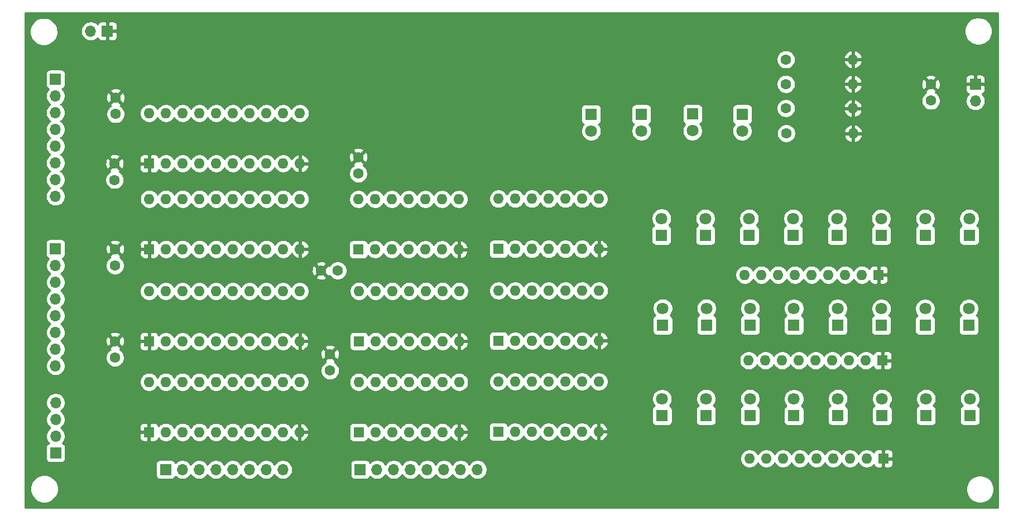
<source format=gbr>
%TF.GenerationSoftware,KiCad,Pcbnew,(5.1.9-0-10_14)*%
%TF.CreationDate,2021-04-28T01:33:21-04:00*%
%TF.ProjectId,ALU,414c552e-6b69-4636-9164-5f7063625858,rev?*%
%TF.SameCoordinates,Original*%
%TF.FileFunction,Copper,L3,Inr*%
%TF.FilePolarity,Positive*%
%FSLAX46Y46*%
G04 Gerber Fmt 4.6, Leading zero omitted, Abs format (unit mm)*
G04 Created by KiCad (PCBNEW (5.1.9-0-10_14)) date 2021-04-28 01:33:21*
%MOMM*%
%LPD*%
G01*
G04 APERTURE LIST*
%TA.AperFunction,ComponentPad*%
%ADD10O,1.600000X1.600000*%
%TD*%
%TA.AperFunction,ComponentPad*%
%ADD11C,1.600000*%
%TD*%
%TA.AperFunction,ComponentPad*%
%ADD12C,1.800000*%
%TD*%
%TA.AperFunction,ComponentPad*%
%ADD13R,1.800000X1.800000*%
%TD*%
%TA.AperFunction,ComponentPad*%
%ADD14O,1.700000X1.700000*%
%TD*%
%TA.AperFunction,ComponentPad*%
%ADD15R,1.700000X1.700000*%
%TD*%
%TA.AperFunction,ComponentPad*%
%ADD16R,1.600000X1.600000*%
%TD*%
%TA.AperFunction,Conductor*%
%ADD17C,0.254000*%
%TD*%
%TA.AperFunction,Conductor*%
%ADD18C,0.100000*%
%TD*%
G04 APERTURE END LIST*
D10*
%TO.N,GND*%
%TO.C,R4*%
X191922400Y-46723300D03*
D11*
%TO.N,Net-(D28-Pad1)*%
X181762400Y-46723300D03*
%TD*%
D10*
%TO.N,GND*%
%TO.C,R3*%
X191884300Y-35496500D03*
D11*
%TO.N,Net-(D27-Pad1)*%
X181724300Y-35496500D03*
%TD*%
D10*
%TO.N,GND*%
%TO.C,R2*%
X191884300Y-39230300D03*
D11*
%TO.N,Net-(D26-Pad1)*%
X181724300Y-39230300D03*
%TD*%
D10*
%TO.N,GND*%
%TO.C,R1*%
X191884300Y-42913300D03*
D11*
%TO.N,Net-(D25-Pad1)*%
X181724300Y-42913300D03*
%TD*%
D12*
%TO.N,/PASS*%
%TO.C,D28*%
X175082200Y-46342300D03*
D13*
%TO.N,Net-(D28-Pad1)*%
X175082200Y-43802300D03*
%TD*%
D12*
%TO.N,/AND_OUT*%
%TO.C,D27*%
X152171400Y-46367700D03*
D13*
%TO.N,Net-(D27-Pad1)*%
X152171400Y-43827700D03*
%TD*%
D12*
%TO.N,/OR_OUT*%
%TO.C,D26*%
X159804100Y-46342300D03*
D13*
%TO.N,Net-(D26-Pad1)*%
X159804100Y-43802300D03*
%TD*%
D12*
%TO.N,/XOR_OUT*%
%TO.C,D25*%
X167538400Y-46329600D03*
D13*
%TO.N,Net-(D25-Pad1)*%
X167538400Y-43789600D03*
%TD*%
D14*
%TO.N,VCC*%
%TO.C,J7*%
X76238100Y-31191200D03*
D15*
%TO.N,GND*%
X78778100Y-31191200D03*
%TD*%
D14*
%TO.N,/Y1*%
%TO.C,J6*%
X134924800Y-97739200D03*
%TO.N,/Y2*%
X132384800Y-97739200D03*
%TO.N,/Y3*%
X129844800Y-97739200D03*
%TO.N,/Y4*%
X127304800Y-97739200D03*
%TO.N,/Y5*%
X124764800Y-97739200D03*
%TO.N,/Y6*%
X122224800Y-97739200D03*
%TO.N,/Y7*%
X119684800Y-97739200D03*
D15*
%TO.N,/Y8*%
X117144800Y-97739200D03*
%TD*%
D10*
%TO.N,Net-(D17-Pad1)*%
%TO.C,RN3*%
X176187100Y-96075500D03*
%TO.N,Net-(D18-Pad1)*%
X178727100Y-96075500D03*
%TO.N,Net-(D19-Pad1)*%
X181267100Y-96075500D03*
%TO.N,Net-(D20-Pad1)*%
X183807100Y-96075500D03*
%TO.N,Net-(D21-Pad1)*%
X186347100Y-96075500D03*
%TO.N,Net-(D22-Pad1)*%
X188887100Y-96075500D03*
%TO.N,Net-(D23-Pad1)*%
X191427100Y-96075500D03*
%TO.N,Net-(D24-Pad1)*%
X193967100Y-96075500D03*
D16*
%TO.N,GND*%
X196507100Y-96075500D03*
%TD*%
D14*
%TO.N,/PASS*%
%TO.C,J5*%
X70929500Y-87591900D03*
%TO.N,/AND_OUT*%
X70929500Y-90131900D03*
%TO.N,/OR_OUT*%
X70929500Y-92671900D03*
D15*
%TO.N,/XOR_OUT*%
X70929500Y-95211900D03*
%TD*%
D10*
%TO.N,VCC*%
%TO.C,U7*%
X138124000Y-70574100D03*
%TO.N,GND*%
X153364000Y-78194100D03*
%TO.N,A2*%
X140664000Y-70574100D03*
%TO.N,Net-(D12-Pad2)*%
X150824000Y-78194100D03*
%TO.N,B2*%
X143204000Y-70574100D03*
%TO.N,B5*%
X148284000Y-78194100D03*
%TO.N,Net-(D15-Pad2)*%
X145744000Y-70574100D03*
%TO.N,A5*%
X145744000Y-78194100D03*
%TO.N,B1*%
X148284000Y-70574100D03*
%TO.N,Net-(D11-Pad2)*%
X143204000Y-78194100D03*
%TO.N,A1*%
X150824000Y-70574100D03*
%TO.N,B6*%
X140664000Y-78194100D03*
%TO.N,Net-(D16-Pad2)*%
X153364000Y-70574100D03*
D16*
%TO.N,A6*%
X138124000Y-78194100D03*
%TD*%
D12*
%TO.N,Net-(D24-Pad2)*%
%TO.C,D24*%
X209638900Y-86995000D03*
D13*
%TO.N,Net-(D24-Pad1)*%
X209638900Y-89535000D03*
%TD*%
D12*
%TO.N,Net-(D23-Pad2)*%
%TO.C,D23*%
X202971400Y-86995000D03*
D13*
%TO.N,Net-(D23-Pad1)*%
X202971400Y-89535000D03*
%TD*%
D12*
%TO.N,Net-(D22-Pad2)*%
%TO.C,D22*%
X196303900Y-86995000D03*
D13*
%TO.N,Net-(D22-Pad1)*%
X196303900Y-89535000D03*
%TD*%
D12*
%TO.N,Net-(D21-Pad2)*%
%TO.C,D21*%
X189611000Y-86995000D03*
D13*
%TO.N,Net-(D21-Pad1)*%
X189611000Y-89535000D03*
%TD*%
D12*
%TO.N,Net-(D20-Pad2)*%
%TO.C,D20*%
X182930800Y-87007700D03*
D13*
%TO.N,Net-(D20-Pad1)*%
X182930800Y-89547700D03*
%TD*%
D12*
%TO.N,Net-(D19-Pad2)*%
%TO.C,D19*%
X176263300Y-86995000D03*
D13*
%TO.N,Net-(D19-Pad1)*%
X176263300Y-89535000D03*
%TD*%
D12*
%TO.N,Net-(D18-Pad2)*%
%TO.C,D18*%
X169595800Y-86995000D03*
D13*
%TO.N,Net-(D18-Pad1)*%
X169595800Y-89535000D03*
%TD*%
D12*
%TO.N,Net-(D17-Pad2)*%
%TO.C,D17*%
X162941000Y-87007700D03*
D13*
%TO.N,Net-(D17-Pad1)*%
X162941000Y-89547700D03*
%TD*%
D10*
%TO.N,Net-(D9-Pad1)*%
%TO.C,RN2*%
X176072800Y-81191100D03*
%TO.N,Net-(D10-Pad1)*%
X178612800Y-81191100D03*
%TO.N,Net-(D11-Pad1)*%
X181152800Y-81191100D03*
%TO.N,Net-(D12-Pad1)*%
X183692800Y-81191100D03*
%TO.N,Net-(D13-Pad1)*%
X186232800Y-81191100D03*
%TO.N,Net-(D14-Pad1)*%
X188772800Y-81191100D03*
%TO.N,Net-(D15-Pad1)*%
X191312800Y-81191100D03*
%TO.N,Net-(D16-Pad1)*%
X193852800Y-81191100D03*
D16*
%TO.N,GND*%
X196392800Y-81191100D03*
%TD*%
D12*
%TO.N,Net-(D16-Pad2)*%
%TO.C,D16*%
X209461100Y-73304400D03*
D13*
%TO.N,Net-(D16-Pad1)*%
X209461100Y-75844400D03*
%TD*%
D12*
%TO.N,Net-(D15-Pad2)*%
%TO.C,D15*%
X202831700Y-73304400D03*
D13*
%TO.N,Net-(D15-Pad1)*%
X202831700Y-75844400D03*
%TD*%
D12*
%TO.N,Net-(D14-Pad2)*%
%TO.C,D14*%
X196189600Y-73304400D03*
D13*
%TO.N,Net-(D14-Pad1)*%
X196189600Y-75844400D03*
%TD*%
D12*
%TO.N,Net-(D13-Pad2)*%
%TO.C,D13*%
X189560200Y-73304400D03*
D13*
%TO.N,Net-(D13-Pad1)*%
X189560200Y-75844400D03*
%TD*%
D12*
%TO.N,Net-(D12-Pad2)*%
%TO.C,D12*%
X182930800Y-73291700D03*
D13*
%TO.N,Net-(D12-Pad1)*%
X182930800Y-75831700D03*
%TD*%
D12*
%TO.N,Net-(D11-Pad2)*%
%TO.C,D11*%
X176301400Y-73279000D03*
D13*
%TO.N,Net-(D11-Pad1)*%
X176301400Y-75819000D03*
%TD*%
D12*
%TO.N,Net-(D10-Pad2)*%
%TO.C,D10*%
X169659300Y-73279000D03*
D13*
%TO.N,Net-(D10-Pad1)*%
X169659300Y-75819000D03*
%TD*%
D12*
%TO.N,Net-(U4-Pad3)*%
%TO.C,D9*%
X163029900Y-73266300D03*
D13*
%TO.N,Net-(D9-Pad1)*%
X163029900Y-75806300D03*
%TD*%
D10*
%TO.N,Net-(D1-Pad1)*%
%TO.C,RN1*%
X175475900Y-68186300D03*
%TO.N,Net-(D2-Pad1)*%
X178015900Y-68186300D03*
%TO.N,Net-(D3-Pad1)*%
X180555900Y-68186300D03*
%TO.N,Net-(D4-Pad1)*%
X183095900Y-68186300D03*
%TO.N,Net-(D5-Pad1)*%
X185635900Y-68186300D03*
%TO.N,Net-(D6-Pad1)*%
X188175900Y-68186300D03*
%TO.N,Net-(D7-Pad1)*%
X190715900Y-68186300D03*
%TO.N,Net-(D8-Pad1)*%
X193255900Y-68186300D03*
D16*
%TO.N,GND*%
X195795900Y-68186300D03*
%TD*%
D12*
%TO.N,Net-(D8-Pad2)*%
%TO.C,D8*%
X209524600Y-59639200D03*
D13*
%TO.N,Net-(D8-Pad1)*%
X209524600Y-62179200D03*
%TD*%
D12*
%TO.N,Net-(D7-Pad2)*%
%TO.C,D7*%
X202844400Y-59639200D03*
D13*
%TO.N,Net-(D7-Pad1)*%
X202844400Y-62179200D03*
%TD*%
D12*
%TO.N,Net-(D6-Pad2)*%
%TO.C,D6*%
X196164200Y-59639200D03*
D13*
%TO.N,Net-(D6-Pad1)*%
X196164200Y-62179200D03*
%TD*%
D12*
%TO.N,Net-(D5-Pad2)*%
%TO.C,D5*%
X189471300Y-59639200D03*
D13*
%TO.N,Net-(D5-Pad1)*%
X189471300Y-62179200D03*
%TD*%
D12*
%TO.N,Net-(D4-Pad2)*%
%TO.C,D4*%
X182816500Y-59639200D03*
D13*
%TO.N,Net-(D4-Pad1)*%
X182816500Y-62179200D03*
%TD*%
D12*
%TO.N,Net-(D3-Pad2)*%
%TO.C,D3*%
X176149000Y-59639200D03*
D13*
%TO.N,Net-(D3-Pad1)*%
X176149000Y-62179200D03*
%TD*%
D12*
%TO.N,Net-(D2-Pad2)*%
%TO.C,D2*%
X169494200Y-59639200D03*
D13*
%TO.N,Net-(D2-Pad1)*%
X169494200Y-62179200D03*
%TD*%
D12*
%TO.N,Net-(D1-Pad2)*%
%TO.C,D1*%
X162852100Y-59626500D03*
D13*
%TO.N,Net-(D1-Pad1)*%
X162852100Y-62166500D03*
%TD*%
D14*
%TO.N,/Y1*%
%TO.C,J4*%
X105397300Y-97751900D03*
%TO.N,/Y2*%
X102857300Y-97751900D03*
%TO.N,/Y3*%
X100317300Y-97751900D03*
%TO.N,/Y4*%
X97777300Y-97751900D03*
%TO.N,/Y5*%
X95237300Y-97751900D03*
%TO.N,/Y6*%
X92697300Y-97751900D03*
%TO.N,/Y7*%
X90157300Y-97751900D03*
D15*
%TO.N,/Y8*%
X87617300Y-97751900D03*
%TD*%
D11*
%TO.N,GND*%
%TO.C,C8*%
X112560100Y-80227800D03*
%TO.N,VCC*%
X112560100Y-82727800D03*
%TD*%
%TO.N,GND*%
%TO.C,C7*%
X80022700Y-41289600D03*
%TO.N,VCC*%
X80022700Y-43789600D03*
%TD*%
%TO.N,GND*%
%TO.C,C6*%
X111215800Y-67551300D03*
%TO.N,VCC*%
X113715800Y-67551300D03*
%TD*%
%TO.N,GND*%
%TO.C,C5*%
X116865400Y-50332000D03*
%TO.N,VCC*%
X116865400Y-52832000D03*
%TD*%
%TO.N,GND*%
%TO.C,C4*%
X79883000Y-51284500D03*
%TO.N,VCC*%
X79883000Y-53784500D03*
%TD*%
D10*
%TO.N,VCC*%
%TO.C,U10*%
X85128100Y-43675300D03*
%TO.N,GND*%
X107988100Y-51295300D03*
%TO.N,/PASS*%
X87668100Y-43675300D03*
%TO.N,/Y1*%
X105448100Y-51295300D03*
%TO.N,A8*%
X90208100Y-43675300D03*
%TO.N,/Y2*%
X102908100Y-51295300D03*
%TO.N,A7*%
X92748100Y-43675300D03*
%TO.N,/Y3*%
X100368100Y-51295300D03*
%TO.N,A6*%
X95288100Y-43675300D03*
%TO.N,/Y4*%
X97828100Y-51295300D03*
%TO.N,A5*%
X97828100Y-43675300D03*
%TO.N,/Y5*%
X95288100Y-51295300D03*
%TO.N,A4*%
X100368100Y-43675300D03*
%TO.N,/Y6*%
X92748100Y-51295300D03*
%TO.N,A3*%
X102908100Y-43675300D03*
%TO.N,/Y7*%
X90208100Y-51295300D03*
%TO.N,A2*%
X105448100Y-43675300D03*
%TO.N,/Y8*%
X87668100Y-51295300D03*
%TO.N,A1*%
X107988100Y-43675300D03*
D16*
%TO.N,GND*%
X85128100Y-51295300D03*
%TD*%
D10*
%TO.N,VCC*%
%TO.C,U9*%
X138085900Y-84374800D03*
%TO.N,GND*%
X153325900Y-91994800D03*
%TO.N,A2*%
X140625900Y-84374800D03*
%TO.N,Net-(D20-Pad2)*%
X150785900Y-91994800D03*
%TO.N,B2*%
X143165900Y-84374800D03*
%TO.N,B5*%
X148245900Y-91994800D03*
%TO.N,Net-(D23-Pad2)*%
X145705900Y-84374800D03*
%TO.N,A5*%
X145705900Y-91994800D03*
%TO.N,B1*%
X148245900Y-84374800D03*
%TO.N,Net-(D19-Pad2)*%
X143165900Y-91994800D03*
%TO.N,A1*%
X150785900Y-84374800D03*
%TO.N,B6*%
X140625900Y-91994800D03*
%TO.N,Net-(D24-Pad2)*%
X153325900Y-84374800D03*
D16*
%TO.N,A6*%
X138085900Y-91994800D03*
%TD*%
D10*
%TO.N,VCC*%
%TO.C,U8*%
X85090000Y-84442300D03*
%TO.N,GND*%
X107950000Y-92062300D03*
%TO.N,/XOR_OUT*%
X87630000Y-84442300D03*
%TO.N,/Y1*%
X105410000Y-92062300D03*
%TO.N,Net-(D17-Pad2)*%
X90170000Y-84442300D03*
%TO.N,/Y2*%
X102870000Y-92062300D03*
%TO.N,Net-(D18-Pad2)*%
X92710000Y-84442300D03*
%TO.N,/Y3*%
X100330000Y-92062300D03*
%TO.N,Net-(D19-Pad2)*%
X95250000Y-84442300D03*
%TO.N,/Y4*%
X97790000Y-92062300D03*
%TO.N,Net-(D20-Pad2)*%
X97790000Y-84442300D03*
%TO.N,/Y5*%
X95250000Y-92062300D03*
%TO.N,Net-(D21-Pad2)*%
X100330000Y-84442300D03*
%TO.N,/Y6*%
X92710000Y-92062300D03*
%TO.N,Net-(D22-Pad2)*%
X102870000Y-84442300D03*
%TO.N,/Y7*%
X90170000Y-92062300D03*
%TO.N,Net-(D23-Pad2)*%
X105410000Y-84442300D03*
%TO.N,/Y8*%
X87630000Y-92062300D03*
%TO.N,Net-(D24-Pad2)*%
X107950000Y-84442300D03*
D16*
%TO.N,GND*%
X85090000Y-92062300D03*
%TD*%
D10*
%TO.N,VCC*%
%TO.C,U6*%
X85102700Y-70662800D03*
%TO.N,GND*%
X107962700Y-78282800D03*
%TO.N,/OR_OUT*%
X87642700Y-70662800D03*
%TO.N,/Y1*%
X105422700Y-78282800D03*
%TO.N,Net-(U4-Pad3)*%
X90182700Y-70662800D03*
%TO.N,/Y2*%
X102882700Y-78282800D03*
%TO.N,Net-(D10-Pad2)*%
X92722700Y-70662800D03*
%TO.N,/Y3*%
X100342700Y-78282800D03*
%TO.N,Net-(D11-Pad2)*%
X95262700Y-70662800D03*
%TO.N,/Y4*%
X97802700Y-78282800D03*
%TO.N,Net-(D12-Pad2)*%
X97802700Y-70662800D03*
%TO.N,/Y5*%
X95262700Y-78282800D03*
%TO.N,Net-(D13-Pad2)*%
X100342700Y-70662800D03*
%TO.N,/Y6*%
X92722700Y-78282800D03*
%TO.N,Net-(D14-Pad2)*%
X102882700Y-70662800D03*
%TO.N,/Y7*%
X90182700Y-78282800D03*
%TO.N,Net-(D15-Pad2)*%
X105422700Y-70662800D03*
%TO.N,/Y8*%
X87642700Y-78282800D03*
%TO.N,Net-(D16-Pad2)*%
X107962700Y-70662800D03*
D16*
%TO.N,GND*%
X85102700Y-78282800D03*
%TD*%
D10*
%TO.N,VCC*%
%TO.C,U5*%
X116895200Y-84451000D03*
%TO.N,GND*%
X132135200Y-92071000D03*
%TO.N,B4*%
X119435200Y-84451000D03*
%TO.N,Net-(D18-Pad2)*%
X129595200Y-92071000D03*
%TO.N,A4*%
X121975200Y-84451000D03*
%TO.N,B7*%
X127055200Y-92071000D03*
%TO.N,Net-(D21-Pad2)*%
X124515200Y-84451000D03*
%TO.N,A7*%
X124515200Y-92071000D03*
%TO.N,B3*%
X127055200Y-84451000D03*
%TO.N,Net-(D17-Pad2)*%
X121975200Y-92071000D03*
%TO.N,A3*%
X129595200Y-84451000D03*
%TO.N,B8*%
X119435200Y-92071000D03*
%TO.N,Net-(D22-Pad2)*%
X132135200Y-84451000D03*
D16*
%TO.N,A8*%
X116895200Y-92071000D03*
%TD*%
D10*
%TO.N,VCC*%
%TO.C,U4*%
X116933300Y-70650300D03*
%TO.N,GND*%
X132173300Y-78270300D03*
%TO.N,B4*%
X119473300Y-70650300D03*
%TO.N,Net-(D10-Pad2)*%
X129633300Y-78270300D03*
%TO.N,A4*%
X122013300Y-70650300D03*
%TO.N,B7*%
X127093300Y-78270300D03*
%TO.N,Net-(D13-Pad2)*%
X124553300Y-70650300D03*
%TO.N,A7*%
X124553300Y-78270300D03*
%TO.N,B3*%
X127093300Y-70650300D03*
%TO.N,Net-(U4-Pad3)*%
X122013300Y-78270300D03*
%TO.N,A3*%
X129633300Y-70650300D03*
%TO.N,B8*%
X119473300Y-78270300D03*
%TO.N,Net-(D14-Pad2)*%
X132173300Y-70650300D03*
D16*
%TO.N,A8*%
X116933300Y-78270300D03*
%TD*%
D11*
%TO.N,GND*%
%TO.C,C3*%
X79946500Y-78272000D03*
%TO.N,VCC*%
X79946500Y-80772000D03*
%TD*%
%TO.N,GND*%
%TO.C,C2*%
X79946500Y-64289300D03*
%TO.N,VCC*%
X79946500Y-66789300D03*
%TD*%
D10*
%TO.N,VCC*%
%TO.C,U3*%
X138112500Y-56654700D03*
%TO.N,GND*%
X153352500Y-64274700D03*
%TO.N,A2*%
X140652500Y-56654700D03*
%TO.N,Net-(D4-Pad2)*%
X150812500Y-64274700D03*
%TO.N,B2*%
X143192500Y-56654700D03*
%TO.N,B5*%
X148272500Y-64274700D03*
%TO.N,Net-(D7-Pad2)*%
X145732500Y-56654700D03*
%TO.N,A5*%
X145732500Y-64274700D03*
%TO.N,B1*%
X148272500Y-56654700D03*
%TO.N,Net-(D3-Pad2)*%
X143192500Y-64274700D03*
%TO.N,A1*%
X150812500Y-56654700D03*
%TO.N,B6*%
X140652500Y-64274700D03*
%TO.N,Net-(D8-Pad2)*%
X153352500Y-56654700D03*
D16*
%TO.N,A6*%
X138112500Y-64274700D03*
%TD*%
D10*
%TO.N,VCC*%
%TO.C,U2*%
X85140800Y-56667400D03*
%TO.N,GND*%
X108000800Y-64287400D03*
%TO.N,/AND_OUT*%
X87680800Y-56667400D03*
%TO.N,/Y1*%
X105460800Y-64287400D03*
%TO.N,Net-(D1-Pad2)*%
X90220800Y-56667400D03*
%TO.N,/Y2*%
X102920800Y-64287400D03*
%TO.N,Net-(D2-Pad2)*%
X92760800Y-56667400D03*
%TO.N,/Y3*%
X100380800Y-64287400D03*
%TO.N,Net-(D3-Pad2)*%
X95300800Y-56667400D03*
%TO.N,/Y4*%
X97840800Y-64287400D03*
%TO.N,Net-(D4-Pad2)*%
X97840800Y-56667400D03*
%TO.N,/Y5*%
X95300800Y-64287400D03*
%TO.N,Net-(D5-Pad2)*%
X100380800Y-56667400D03*
%TO.N,/Y6*%
X92760800Y-64287400D03*
%TO.N,Net-(D6-Pad2)*%
X102920800Y-56667400D03*
%TO.N,/Y7*%
X90220800Y-64287400D03*
%TO.N,Net-(D7-Pad2)*%
X105460800Y-56667400D03*
%TO.N,/Y8*%
X87680800Y-64287400D03*
%TO.N,Net-(D8-Pad2)*%
X108000800Y-56667400D03*
D16*
%TO.N,GND*%
X85140800Y-64287400D03*
%TD*%
D10*
%TO.N,VCC*%
%TO.C,U1*%
X116865400Y-56718200D03*
%TO.N,GND*%
X132105400Y-64338200D03*
%TO.N,B4*%
X119405400Y-56718200D03*
%TO.N,Net-(D2-Pad2)*%
X129565400Y-64338200D03*
%TO.N,A4*%
X121945400Y-56718200D03*
%TO.N,B7*%
X127025400Y-64338200D03*
%TO.N,Net-(D5-Pad2)*%
X124485400Y-56718200D03*
%TO.N,A7*%
X124485400Y-64338200D03*
%TO.N,B3*%
X127025400Y-56718200D03*
%TO.N,Net-(D1-Pad2)*%
X121945400Y-64338200D03*
%TO.N,A3*%
X129565400Y-56718200D03*
%TO.N,B8*%
X119405400Y-64338200D03*
%TO.N,Net-(D6-Pad2)*%
X132105400Y-56718200D03*
D16*
%TO.N,A8*%
X116865400Y-64338200D03*
%TD*%
D14*
%TO.N,B8*%
%TO.C,J3*%
X70916800Y-82003900D03*
%TO.N,B7*%
X70916800Y-79463900D03*
%TO.N,B6*%
X70916800Y-76923900D03*
%TO.N,B5*%
X70916800Y-74383900D03*
%TO.N,B4*%
X70916800Y-71843900D03*
%TO.N,B3*%
X70916800Y-69303900D03*
%TO.N,B2*%
X70916800Y-66763900D03*
D15*
%TO.N,B1*%
X70916800Y-64223900D03*
%TD*%
D14*
%TO.N,A8*%
%TO.C,J2*%
X70904100Y-56273700D03*
%TO.N,A7*%
X70904100Y-53733700D03*
%TO.N,A6*%
X70904100Y-51193700D03*
%TO.N,A5*%
X70904100Y-48653700D03*
%TO.N,A4*%
X70904100Y-46113700D03*
%TO.N,A3*%
X70904100Y-43573700D03*
%TO.N,A2*%
X70904100Y-41033700D03*
D15*
%TO.N,A1*%
X70904100Y-38493700D03*
%TD*%
D14*
%TO.N,VCC*%
%TO.C,J1*%
X210464400Y-41795700D03*
D15*
%TO.N,GND*%
X210464400Y-39255700D03*
%TD*%
D11*
%TO.N,GND*%
%TO.C,C1*%
X203695300Y-39257600D03*
%TO.N,VCC*%
X203695300Y-41757600D03*
%TD*%
D17*
%TO.N,GND*%
X213919201Y-102901072D02*
X213919200Y-102901082D01*
X213919200Y-103543500D01*
X66319000Y-103543500D01*
X66319000Y-100462621D01*
X67080000Y-100462621D01*
X67080000Y-100883179D01*
X67162047Y-101295656D01*
X67322988Y-101684202D01*
X67556637Y-102033883D01*
X67854017Y-102331263D01*
X68203698Y-102564912D01*
X68592244Y-102725853D01*
X69004721Y-102807900D01*
X69425279Y-102807900D01*
X69837756Y-102725853D01*
X70226302Y-102564912D01*
X70575983Y-102331263D01*
X70873363Y-102033883D01*
X71107012Y-101684202D01*
X71267953Y-101295656D01*
X71350000Y-100883179D01*
X71350000Y-100513421D01*
X209040600Y-100513421D01*
X209040600Y-100933979D01*
X209122647Y-101346456D01*
X209283588Y-101735002D01*
X209517237Y-102084683D01*
X209814617Y-102382063D01*
X210164298Y-102615712D01*
X210552844Y-102776653D01*
X210965321Y-102858700D01*
X211385879Y-102858700D01*
X211798356Y-102776653D01*
X212186902Y-102615712D01*
X212536583Y-102382063D01*
X212833963Y-102084683D01*
X213067612Y-101735002D01*
X213228553Y-101346456D01*
X213310600Y-100933979D01*
X213310600Y-100513421D01*
X213228553Y-100100944D01*
X213067612Y-99712398D01*
X212833963Y-99362717D01*
X212536583Y-99065337D01*
X212186902Y-98831688D01*
X211798356Y-98670747D01*
X211385879Y-98588700D01*
X210965321Y-98588700D01*
X210552844Y-98670747D01*
X210164298Y-98831688D01*
X209814617Y-99065337D01*
X209517237Y-99362717D01*
X209283588Y-99712398D01*
X209122647Y-100100944D01*
X209040600Y-100513421D01*
X71350000Y-100513421D01*
X71350000Y-100462621D01*
X71267953Y-100050144D01*
X71107012Y-99661598D01*
X70873363Y-99311917D01*
X70575983Y-99014537D01*
X70226302Y-98780888D01*
X69837756Y-98619947D01*
X69425279Y-98537900D01*
X69004721Y-98537900D01*
X68592244Y-98619947D01*
X68203698Y-98780888D01*
X67854017Y-99014537D01*
X67556637Y-99311917D01*
X67322988Y-99661598D01*
X67162047Y-100050144D01*
X67080000Y-100462621D01*
X66319000Y-100462621D01*
X66319000Y-96901900D01*
X86129228Y-96901900D01*
X86129228Y-98601900D01*
X86141488Y-98726382D01*
X86177798Y-98846080D01*
X86236763Y-98956394D01*
X86316115Y-99053085D01*
X86412806Y-99132437D01*
X86523120Y-99191402D01*
X86642818Y-99227712D01*
X86767300Y-99239972D01*
X88467300Y-99239972D01*
X88591782Y-99227712D01*
X88711480Y-99191402D01*
X88821794Y-99132437D01*
X88918485Y-99053085D01*
X88997837Y-98956394D01*
X89056802Y-98846080D01*
X89078813Y-98773520D01*
X89210668Y-98905375D01*
X89453889Y-99067890D01*
X89724142Y-99179832D01*
X90011040Y-99236900D01*
X90303560Y-99236900D01*
X90590458Y-99179832D01*
X90860711Y-99067890D01*
X91103932Y-98905375D01*
X91310775Y-98698532D01*
X91427300Y-98524140D01*
X91543825Y-98698532D01*
X91750668Y-98905375D01*
X91993889Y-99067890D01*
X92264142Y-99179832D01*
X92551040Y-99236900D01*
X92843560Y-99236900D01*
X93130458Y-99179832D01*
X93400711Y-99067890D01*
X93643932Y-98905375D01*
X93850775Y-98698532D01*
X93967300Y-98524140D01*
X94083825Y-98698532D01*
X94290668Y-98905375D01*
X94533889Y-99067890D01*
X94804142Y-99179832D01*
X95091040Y-99236900D01*
X95383560Y-99236900D01*
X95670458Y-99179832D01*
X95940711Y-99067890D01*
X96183932Y-98905375D01*
X96390775Y-98698532D01*
X96507300Y-98524140D01*
X96623825Y-98698532D01*
X96830668Y-98905375D01*
X97073889Y-99067890D01*
X97344142Y-99179832D01*
X97631040Y-99236900D01*
X97923560Y-99236900D01*
X98210458Y-99179832D01*
X98480711Y-99067890D01*
X98723932Y-98905375D01*
X98930775Y-98698532D01*
X99047300Y-98524140D01*
X99163825Y-98698532D01*
X99370668Y-98905375D01*
X99613889Y-99067890D01*
X99884142Y-99179832D01*
X100171040Y-99236900D01*
X100463560Y-99236900D01*
X100750458Y-99179832D01*
X101020711Y-99067890D01*
X101263932Y-98905375D01*
X101470775Y-98698532D01*
X101587300Y-98524140D01*
X101703825Y-98698532D01*
X101910668Y-98905375D01*
X102153889Y-99067890D01*
X102424142Y-99179832D01*
X102711040Y-99236900D01*
X103003560Y-99236900D01*
X103290458Y-99179832D01*
X103560711Y-99067890D01*
X103803932Y-98905375D01*
X104010775Y-98698532D01*
X104127300Y-98524140D01*
X104243825Y-98698532D01*
X104450668Y-98905375D01*
X104693889Y-99067890D01*
X104964142Y-99179832D01*
X105251040Y-99236900D01*
X105543560Y-99236900D01*
X105830458Y-99179832D01*
X106100711Y-99067890D01*
X106343932Y-98905375D01*
X106550775Y-98698532D01*
X106713290Y-98455311D01*
X106825232Y-98185058D01*
X106882300Y-97898160D01*
X106882300Y-97605640D01*
X106825232Y-97318742D01*
X106713290Y-97048489D01*
X106606857Y-96889200D01*
X115656728Y-96889200D01*
X115656728Y-98589200D01*
X115668988Y-98713682D01*
X115705298Y-98833380D01*
X115764263Y-98943694D01*
X115843615Y-99040385D01*
X115940306Y-99119737D01*
X116050620Y-99178702D01*
X116170318Y-99215012D01*
X116294800Y-99227272D01*
X117994800Y-99227272D01*
X118119282Y-99215012D01*
X118238980Y-99178702D01*
X118349294Y-99119737D01*
X118445985Y-99040385D01*
X118525337Y-98943694D01*
X118584302Y-98833380D01*
X118606313Y-98760820D01*
X118738168Y-98892675D01*
X118981389Y-99055190D01*
X119251642Y-99167132D01*
X119538540Y-99224200D01*
X119831060Y-99224200D01*
X120117958Y-99167132D01*
X120388211Y-99055190D01*
X120631432Y-98892675D01*
X120838275Y-98685832D01*
X120954800Y-98511440D01*
X121071325Y-98685832D01*
X121278168Y-98892675D01*
X121521389Y-99055190D01*
X121791642Y-99167132D01*
X122078540Y-99224200D01*
X122371060Y-99224200D01*
X122657958Y-99167132D01*
X122928211Y-99055190D01*
X123171432Y-98892675D01*
X123378275Y-98685832D01*
X123494800Y-98511440D01*
X123611325Y-98685832D01*
X123818168Y-98892675D01*
X124061389Y-99055190D01*
X124331642Y-99167132D01*
X124618540Y-99224200D01*
X124911060Y-99224200D01*
X125197958Y-99167132D01*
X125468211Y-99055190D01*
X125711432Y-98892675D01*
X125918275Y-98685832D01*
X126034800Y-98511440D01*
X126151325Y-98685832D01*
X126358168Y-98892675D01*
X126601389Y-99055190D01*
X126871642Y-99167132D01*
X127158540Y-99224200D01*
X127451060Y-99224200D01*
X127737958Y-99167132D01*
X128008211Y-99055190D01*
X128251432Y-98892675D01*
X128458275Y-98685832D01*
X128574800Y-98511440D01*
X128691325Y-98685832D01*
X128898168Y-98892675D01*
X129141389Y-99055190D01*
X129411642Y-99167132D01*
X129698540Y-99224200D01*
X129991060Y-99224200D01*
X130277958Y-99167132D01*
X130548211Y-99055190D01*
X130791432Y-98892675D01*
X130998275Y-98685832D01*
X131114800Y-98511440D01*
X131231325Y-98685832D01*
X131438168Y-98892675D01*
X131681389Y-99055190D01*
X131951642Y-99167132D01*
X132238540Y-99224200D01*
X132531060Y-99224200D01*
X132817958Y-99167132D01*
X133088211Y-99055190D01*
X133331432Y-98892675D01*
X133538275Y-98685832D01*
X133654800Y-98511440D01*
X133771325Y-98685832D01*
X133978168Y-98892675D01*
X134221389Y-99055190D01*
X134491642Y-99167132D01*
X134778540Y-99224200D01*
X135071060Y-99224200D01*
X135357958Y-99167132D01*
X135628211Y-99055190D01*
X135871432Y-98892675D01*
X136078275Y-98685832D01*
X136240790Y-98442611D01*
X136352732Y-98172358D01*
X136409800Y-97885460D01*
X136409800Y-97592940D01*
X136352732Y-97306042D01*
X136240790Y-97035789D01*
X136078275Y-96792568D01*
X135871432Y-96585725D01*
X135628211Y-96423210D01*
X135357958Y-96311268D01*
X135071060Y-96254200D01*
X134778540Y-96254200D01*
X134491642Y-96311268D01*
X134221389Y-96423210D01*
X133978168Y-96585725D01*
X133771325Y-96792568D01*
X133654800Y-96966960D01*
X133538275Y-96792568D01*
X133331432Y-96585725D01*
X133088211Y-96423210D01*
X132817958Y-96311268D01*
X132531060Y-96254200D01*
X132238540Y-96254200D01*
X131951642Y-96311268D01*
X131681389Y-96423210D01*
X131438168Y-96585725D01*
X131231325Y-96792568D01*
X131114800Y-96966960D01*
X130998275Y-96792568D01*
X130791432Y-96585725D01*
X130548211Y-96423210D01*
X130277958Y-96311268D01*
X129991060Y-96254200D01*
X129698540Y-96254200D01*
X129411642Y-96311268D01*
X129141389Y-96423210D01*
X128898168Y-96585725D01*
X128691325Y-96792568D01*
X128574800Y-96966960D01*
X128458275Y-96792568D01*
X128251432Y-96585725D01*
X128008211Y-96423210D01*
X127737958Y-96311268D01*
X127451060Y-96254200D01*
X127158540Y-96254200D01*
X126871642Y-96311268D01*
X126601389Y-96423210D01*
X126358168Y-96585725D01*
X126151325Y-96792568D01*
X126034800Y-96966960D01*
X125918275Y-96792568D01*
X125711432Y-96585725D01*
X125468211Y-96423210D01*
X125197958Y-96311268D01*
X124911060Y-96254200D01*
X124618540Y-96254200D01*
X124331642Y-96311268D01*
X124061389Y-96423210D01*
X123818168Y-96585725D01*
X123611325Y-96792568D01*
X123494800Y-96966960D01*
X123378275Y-96792568D01*
X123171432Y-96585725D01*
X122928211Y-96423210D01*
X122657958Y-96311268D01*
X122371060Y-96254200D01*
X122078540Y-96254200D01*
X121791642Y-96311268D01*
X121521389Y-96423210D01*
X121278168Y-96585725D01*
X121071325Y-96792568D01*
X120954800Y-96966960D01*
X120838275Y-96792568D01*
X120631432Y-96585725D01*
X120388211Y-96423210D01*
X120117958Y-96311268D01*
X119831060Y-96254200D01*
X119538540Y-96254200D01*
X119251642Y-96311268D01*
X118981389Y-96423210D01*
X118738168Y-96585725D01*
X118606313Y-96717580D01*
X118584302Y-96645020D01*
X118525337Y-96534706D01*
X118445985Y-96438015D01*
X118349294Y-96358663D01*
X118238980Y-96299698D01*
X118119282Y-96263388D01*
X117994800Y-96251128D01*
X116294800Y-96251128D01*
X116170318Y-96263388D01*
X116050620Y-96299698D01*
X115940306Y-96358663D01*
X115843615Y-96438015D01*
X115764263Y-96534706D01*
X115705298Y-96645020D01*
X115668988Y-96764718D01*
X115656728Y-96889200D01*
X106606857Y-96889200D01*
X106550775Y-96805268D01*
X106343932Y-96598425D01*
X106100711Y-96435910D01*
X105830458Y-96323968D01*
X105543560Y-96266900D01*
X105251040Y-96266900D01*
X104964142Y-96323968D01*
X104693889Y-96435910D01*
X104450668Y-96598425D01*
X104243825Y-96805268D01*
X104127300Y-96979660D01*
X104010775Y-96805268D01*
X103803932Y-96598425D01*
X103560711Y-96435910D01*
X103290458Y-96323968D01*
X103003560Y-96266900D01*
X102711040Y-96266900D01*
X102424142Y-96323968D01*
X102153889Y-96435910D01*
X101910668Y-96598425D01*
X101703825Y-96805268D01*
X101587300Y-96979660D01*
X101470775Y-96805268D01*
X101263932Y-96598425D01*
X101020711Y-96435910D01*
X100750458Y-96323968D01*
X100463560Y-96266900D01*
X100171040Y-96266900D01*
X99884142Y-96323968D01*
X99613889Y-96435910D01*
X99370668Y-96598425D01*
X99163825Y-96805268D01*
X99047300Y-96979660D01*
X98930775Y-96805268D01*
X98723932Y-96598425D01*
X98480711Y-96435910D01*
X98210458Y-96323968D01*
X97923560Y-96266900D01*
X97631040Y-96266900D01*
X97344142Y-96323968D01*
X97073889Y-96435910D01*
X96830668Y-96598425D01*
X96623825Y-96805268D01*
X96507300Y-96979660D01*
X96390775Y-96805268D01*
X96183932Y-96598425D01*
X95940711Y-96435910D01*
X95670458Y-96323968D01*
X95383560Y-96266900D01*
X95091040Y-96266900D01*
X94804142Y-96323968D01*
X94533889Y-96435910D01*
X94290668Y-96598425D01*
X94083825Y-96805268D01*
X93967300Y-96979660D01*
X93850775Y-96805268D01*
X93643932Y-96598425D01*
X93400711Y-96435910D01*
X93130458Y-96323968D01*
X92843560Y-96266900D01*
X92551040Y-96266900D01*
X92264142Y-96323968D01*
X91993889Y-96435910D01*
X91750668Y-96598425D01*
X91543825Y-96805268D01*
X91427300Y-96979660D01*
X91310775Y-96805268D01*
X91103932Y-96598425D01*
X90860711Y-96435910D01*
X90590458Y-96323968D01*
X90303560Y-96266900D01*
X90011040Y-96266900D01*
X89724142Y-96323968D01*
X89453889Y-96435910D01*
X89210668Y-96598425D01*
X89078813Y-96730280D01*
X89056802Y-96657720D01*
X88997837Y-96547406D01*
X88918485Y-96450715D01*
X88821794Y-96371363D01*
X88711480Y-96312398D01*
X88591782Y-96276088D01*
X88467300Y-96263828D01*
X86767300Y-96263828D01*
X86642818Y-96276088D01*
X86523120Y-96312398D01*
X86412806Y-96371363D01*
X86316115Y-96450715D01*
X86236763Y-96547406D01*
X86177798Y-96657720D01*
X86141488Y-96777418D01*
X86129228Y-96901900D01*
X66319000Y-96901900D01*
X66319000Y-94361900D01*
X69441428Y-94361900D01*
X69441428Y-96061900D01*
X69453688Y-96186382D01*
X69489998Y-96306080D01*
X69548963Y-96416394D01*
X69628315Y-96513085D01*
X69725006Y-96592437D01*
X69835320Y-96651402D01*
X69955018Y-96687712D01*
X70079500Y-96699972D01*
X71779500Y-96699972D01*
X71903982Y-96687712D01*
X72023680Y-96651402D01*
X72133994Y-96592437D01*
X72230685Y-96513085D01*
X72310037Y-96416394D01*
X72369002Y-96306080D01*
X72405312Y-96186382D01*
X72417572Y-96061900D01*
X72417572Y-95934165D01*
X174752100Y-95934165D01*
X174752100Y-96216835D01*
X174807247Y-96494074D01*
X174915420Y-96755227D01*
X175072463Y-96990259D01*
X175272341Y-97190137D01*
X175507373Y-97347180D01*
X175768526Y-97455353D01*
X176045765Y-97510500D01*
X176328435Y-97510500D01*
X176605674Y-97455353D01*
X176866827Y-97347180D01*
X177101859Y-97190137D01*
X177301737Y-96990259D01*
X177457100Y-96757741D01*
X177612463Y-96990259D01*
X177812341Y-97190137D01*
X178047373Y-97347180D01*
X178308526Y-97455353D01*
X178585765Y-97510500D01*
X178868435Y-97510500D01*
X179145674Y-97455353D01*
X179406827Y-97347180D01*
X179641859Y-97190137D01*
X179841737Y-96990259D01*
X179997100Y-96757741D01*
X180152463Y-96990259D01*
X180352341Y-97190137D01*
X180587373Y-97347180D01*
X180848526Y-97455353D01*
X181125765Y-97510500D01*
X181408435Y-97510500D01*
X181685674Y-97455353D01*
X181946827Y-97347180D01*
X182181859Y-97190137D01*
X182381737Y-96990259D01*
X182537100Y-96757741D01*
X182692463Y-96990259D01*
X182892341Y-97190137D01*
X183127373Y-97347180D01*
X183388526Y-97455353D01*
X183665765Y-97510500D01*
X183948435Y-97510500D01*
X184225674Y-97455353D01*
X184486827Y-97347180D01*
X184721859Y-97190137D01*
X184921737Y-96990259D01*
X185077100Y-96757741D01*
X185232463Y-96990259D01*
X185432341Y-97190137D01*
X185667373Y-97347180D01*
X185928526Y-97455353D01*
X186205765Y-97510500D01*
X186488435Y-97510500D01*
X186765674Y-97455353D01*
X187026827Y-97347180D01*
X187261859Y-97190137D01*
X187461737Y-96990259D01*
X187617100Y-96757741D01*
X187772463Y-96990259D01*
X187972341Y-97190137D01*
X188207373Y-97347180D01*
X188468526Y-97455353D01*
X188745765Y-97510500D01*
X189028435Y-97510500D01*
X189305674Y-97455353D01*
X189566827Y-97347180D01*
X189801859Y-97190137D01*
X190001737Y-96990259D01*
X190157100Y-96757741D01*
X190312463Y-96990259D01*
X190512341Y-97190137D01*
X190747373Y-97347180D01*
X191008526Y-97455353D01*
X191285765Y-97510500D01*
X191568435Y-97510500D01*
X191845674Y-97455353D01*
X192106827Y-97347180D01*
X192341859Y-97190137D01*
X192541737Y-96990259D01*
X192697100Y-96757741D01*
X192852463Y-96990259D01*
X193052341Y-97190137D01*
X193287373Y-97347180D01*
X193548526Y-97455353D01*
X193825765Y-97510500D01*
X194108435Y-97510500D01*
X194385674Y-97455353D01*
X194646827Y-97347180D01*
X194881859Y-97190137D01*
X195080457Y-96991539D01*
X195081288Y-96999982D01*
X195117598Y-97119680D01*
X195176563Y-97229994D01*
X195255915Y-97326685D01*
X195352606Y-97406037D01*
X195462920Y-97465002D01*
X195582618Y-97501312D01*
X195707100Y-97513572D01*
X196221350Y-97510500D01*
X196380100Y-97351750D01*
X196380100Y-96202500D01*
X196634100Y-96202500D01*
X196634100Y-97351750D01*
X196792850Y-97510500D01*
X197307100Y-97513572D01*
X197431582Y-97501312D01*
X197551280Y-97465002D01*
X197661594Y-97406037D01*
X197758285Y-97326685D01*
X197837637Y-97229994D01*
X197896602Y-97119680D01*
X197932912Y-96999982D01*
X197945172Y-96875500D01*
X197942100Y-96361250D01*
X197783350Y-96202500D01*
X196634100Y-96202500D01*
X196380100Y-96202500D01*
X196360100Y-96202500D01*
X196360100Y-95948500D01*
X196380100Y-95948500D01*
X196380100Y-94799250D01*
X196634100Y-94799250D01*
X196634100Y-95948500D01*
X197783350Y-95948500D01*
X197942100Y-95789750D01*
X197945172Y-95275500D01*
X197932912Y-95151018D01*
X197896602Y-95031320D01*
X197837637Y-94921006D01*
X197758285Y-94824315D01*
X197661594Y-94744963D01*
X197551280Y-94685998D01*
X197431582Y-94649688D01*
X197307100Y-94637428D01*
X196792850Y-94640500D01*
X196634100Y-94799250D01*
X196380100Y-94799250D01*
X196221350Y-94640500D01*
X195707100Y-94637428D01*
X195582618Y-94649688D01*
X195462920Y-94685998D01*
X195352606Y-94744963D01*
X195255915Y-94824315D01*
X195176563Y-94921006D01*
X195117598Y-95031320D01*
X195081288Y-95151018D01*
X195080457Y-95159461D01*
X194881859Y-94960863D01*
X194646827Y-94803820D01*
X194385674Y-94695647D01*
X194108435Y-94640500D01*
X193825765Y-94640500D01*
X193548526Y-94695647D01*
X193287373Y-94803820D01*
X193052341Y-94960863D01*
X192852463Y-95160741D01*
X192697100Y-95393259D01*
X192541737Y-95160741D01*
X192341859Y-94960863D01*
X192106827Y-94803820D01*
X191845674Y-94695647D01*
X191568435Y-94640500D01*
X191285765Y-94640500D01*
X191008526Y-94695647D01*
X190747373Y-94803820D01*
X190512341Y-94960863D01*
X190312463Y-95160741D01*
X190157100Y-95393259D01*
X190001737Y-95160741D01*
X189801859Y-94960863D01*
X189566827Y-94803820D01*
X189305674Y-94695647D01*
X189028435Y-94640500D01*
X188745765Y-94640500D01*
X188468526Y-94695647D01*
X188207373Y-94803820D01*
X187972341Y-94960863D01*
X187772463Y-95160741D01*
X187617100Y-95393259D01*
X187461737Y-95160741D01*
X187261859Y-94960863D01*
X187026827Y-94803820D01*
X186765674Y-94695647D01*
X186488435Y-94640500D01*
X186205765Y-94640500D01*
X185928526Y-94695647D01*
X185667373Y-94803820D01*
X185432341Y-94960863D01*
X185232463Y-95160741D01*
X185077100Y-95393259D01*
X184921737Y-95160741D01*
X184721859Y-94960863D01*
X184486827Y-94803820D01*
X184225674Y-94695647D01*
X183948435Y-94640500D01*
X183665765Y-94640500D01*
X183388526Y-94695647D01*
X183127373Y-94803820D01*
X182892341Y-94960863D01*
X182692463Y-95160741D01*
X182537100Y-95393259D01*
X182381737Y-95160741D01*
X182181859Y-94960863D01*
X181946827Y-94803820D01*
X181685674Y-94695647D01*
X181408435Y-94640500D01*
X181125765Y-94640500D01*
X180848526Y-94695647D01*
X180587373Y-94803820D01*
X180352341Y-94960863D01*
X180152463Y-95160741D01*
X179997100Y-95393259D01*
X179841737Y-95160741D01*
X179641859Y-94960863D01*
X179406827Y-94803820D01*
X179145674Y-94695647D01*
X178868435Y-94640500D01*
X178585765Y-94640500D01*
X178308526Y-94695647D01*
X178047373Y-94803820D01*
X177812341Y-94960863D01*
X177612463Y-95160741D01*
X177457100Y-95393259D01*
X177301737Y-95160741D01*
X177101859Y-94960863D01*
X176866827Y-94803820D01*
X176605674Y-94695647D01*
X176328435Y-94640500D01*
X176045765Y-94640500D01*
X175768526Y-94695647D01*
X175507373Y-94803820D01*
X175272341Y-94960863D01*
X175072463Y-95160741D01*
X174915420Y-95395773D01*
X174807247Y-95656926D01*
X174752100Y-95934165D01*
X72417572Y-95934165D01*
X72417572Y-94361900D01*
X72405312Y-94237418D01*
X72369002Y-94117720D01*
X72310037Y-94007406D01*
X72230685Y-93910715D01*
X72133994Y-93831363D01*
X72023680Y-93772398D01*
X71951120Y-93750387D01*
X72082975Y-93618532D01*
X72245490Y-93375311D01*
X72357432Y-93105058D01*
X72405719Y-92862300D01*
X83651928Y-92862300D01*
X83664188Y-92986782D01*
X83700498Y-93106480D01*
X83759463Y-93216794D01*
X83838815Y-93313485D01*
X83935506Y-93392837D01*
X84045820Y-93451802D01*
X84165518Y-93488112D01*
X84290000Y-93500372D01*
X84804250Y-93497300D01*
X84963000Y-93338550D01*
X84963000Y-92189300D01*
X83813750Y-92189300D01*
X83655000Y-92348050D01*
X83651928Y-92862300D01*
X72405719Y-92862300D01*
X72414500Y-92818160D01*
X72414500Y-92525640D01*
X72357432Y-92238742D01*
X72245490Y-91968489D01*
X72082975Y-91725268D01*
X71876132Y-91518425D01*
X71701740Y-91401900D01*
X71876132Y-91285375D01*
X71899207Y-91262300D01*
X83651928Y-91262300D01*
X83655000Y-91776550D01*
X83813750Y-91935300D01*
X84963000Y-91935300D01*
X84963000Y-90786050D01*
X85217000Y-90786050D01*
X85217000Y-91935300D01*
X85237000Y-91935300D01*
X85237000Y-92189300D01*
X85217000Y-92189300D01*
X85217000Y-93338550D01*
X85375750Y-93497300D01*
X85890000Y-93500372D01*
X86014482Y-93488112D01*
X86134180Y-93451802D01*
X86244494Y-93392837D01*
X86341185Y-93313485D01*
X86420537Y-93216794D01*
X86479502Y-93106480D01*
X86515812Y-92986782D01*
X86516643Y-92978339D01*
X86715241Y-93176937D01*
X86950273Y-93333980D01*
X87211426Y-93442153D01*
X87488665Y-93497300D01*
X87771335Y-93497300D01*
X88048574Y-93442153D01*
X88309727Y-93333980D01*
X88544759Y-93176937D01*
X88744637Y-92977059D01*
X88900000Y-92744541D01*
X89055363Y-92977059D01*
X89255241Y-93176937D01*
X89490273Y-93333980D01*
X89751426Y-93442153D01*
X90028665Y-93497300D01*
X90311335Y-93497300D01*
X90588574Y-93442153D01*
X90849727Y-93333980D01*
X91084759Y-93176937D01*
X91284637Y-92977059D01*
X91440000Y-92744541D01*
X91595363Y-92977059D01*
X91795241Y-93176937D01*
X92030273Y-93333980D01*
X92291426Y-93442153D01*
X92568665Y-93497300D01*
X92851335Y-93497300D01*
X93128574Y-93442153D01*
X93389727Y-93333980D01*
X93624759Y-93176937D01*
X93824637Y-92977059D01*
X93980000Y-92744541D01*
X94135363Y-92977059D01*
X94335241Y-93176937D01*
X94570273Y-93333980D01*
X94831426Y-93442153D01*
X95108665Y-93497300D01*
X95391335Y-93497300D01*
X95668574Y-93442153D01*
X95929727Y-93333980D01*
X96164759Y-93176937D01*
X96364637Y-92977059D01*
X96520000Y-92744541D01*
X96675363Y-92977059D01*
X96875241Y-93176937D01*
X97110273Y-93333980D01*
X97371426Y-93442153D01*
X97648665Y-93497300D01*
X97931335Y-93497300D01*
X98208574Y-93442153D01*
X98469727Y-93333980D01*
X98704759Y-93176937D01*
X98904637Y-92977059D01*
X99060000Y-92744541D01*
X99215363Y-92977059D01*
X99415241Y-93176937D01*
X99650273Y-93333980D01*
X99911426Y-93442153D01*
X100188665Y-93497300D01*
X100471335Y-93497300D01*
X100748574Y-93442153D01*
X101009727Y-93333980D01*
X101244759Y-93176937D01*
X101444637Y-92977059D01*
X101600000Y-92744541D01*
X101755363Y-92977059D01*
X101955241Y-93176937D01*
X102190273Y-93333980D01*
X102451426Y-93442153D01*
X102728665Y-93497300D01*
X103011335Y-93497300D01*
X103288574Y-93442153D01*
X103549727Y-93333980D01*
X103784759Y-93176937D01*
X103984637Y-92977059D01*
X104140000Y-92744541D01*
X104295363Y-92977059D01*
X104495241Y-93176937D01*
X104730273Y-93333980D01*
X104991426Y-93442153D01*
X105268665Y-93497300D01*
X105551335Y-93497300D01*
X105828574Y-93442153D01*
X106089727Y-93333980D01*
X106324759Y-93176937D01*
X106524637Y-92977059D01*
X106681680Y-92742027D01*
X106686067Y-92731435D01*
X106797615Y-92917431D01*
X106986586Y-93125819D01*
X107212580Y-93293337D01*
X107466913Y-93413546D01*
X107600961Y-93454204D01*
X107823000Y-93332215D01*
X107823000Y-92189300D01*
X108077000Y-92189300D01*
X108077000Y-93332215D01*
X108299039Y-93454204D01*
X108433087Y-93413546D01*
X108687420Y-93293337D01*
X108913414Y-93125819D01*
X109102385Y-92917431D01*
X109247070Y-92676181D01*
X109341909Y-92411340D01*
X109220624Y-92189300D01*
X108077000Y-92189300D01*
X107823000Y-92189300D01*
X107803000Y-92189300D01*
X107803000Y-91935300D01*
X107823000Y-91935300D01*
X107823000Y-90792385D01*
X108077000Y-90792385D01*
X108077000Y-91935300D01*
X109220624Y-91935300D01*
X109341909Y-91713260D01*
X109247070Y-91448419D01*
X109140667Y-91271000D01*
X115457128Y-91271000D01*
X115457128Y-92871000D01*
X115469388Y-92995482D01*
X115505698Y-93115180D01*
X115564663Y-93225494D01*
X115644015Y-93322185D01*
X115740706Y-93401537D01*
X115851020Y-93460502D01*
X115970718Y-93496812D01*
X116095200Y-93509072D01*
X117695200Y-93509072D01*
X117819682Y-93496812D01*
X117939380Y-93460502D01*
X118049694Y-93401537D01*
X118146385Y-93322185D01*
X118225737Y-93225494D01*
X118284702Y-93115180D01*
X118321012Y-92995482D01*
X118321843Y-92987039D01*
X118520441Y-93185637D01*
X118755473Y-93342680D01*
X119016626Y-93450853D01*
X119293865Y-93506000D01*
X119576535Y-93506000D01*
X119853774Y-93450853D01*
X120114927Y-93342680D01*
X120349959Y-93185637D01*
X120549837Y-92985759D01*
X120705200Y-92753241D01*
X120860563Y-92985759D01*
X121060441Y-93185637D01*
X121295473Y-93342680D01*
X121556626Y-93450853D01*
X121833865Y-93506000D01*
X122116535Y-93506000D01*
X122393774Y-93450853D01*
X122654927Y-93342680D01*
X122889959Y-93185637D01*
X123089837Y-92985759D01*
X123245200Y-92753241D01*
X123400563Y-92985759D01*
X123600441Y-93185637D01*
X123835473Y-93342680D01*
X124096626Y-93450853D01*
X124373865Y-93506000D01*
X124656535Y-93506000D01*
X124933774Y-93450853D01*
X125194927Y-93342680D01*
X125429959Y-93185637D01*
X125629837Y-92985759D01*
X125785200Y-92753241D01*
X125940563Y-92985759D01*
X126140441Y-93185637D01*
X126375473Y-93342680D01*
X126636626Y-93450853D01*
X126913865Y-93506000D01*
X127196535Y-93506000D01*
X127473774Y-93450853D01*
X127734927Y-93342680D01*
X127969959Y-93185637D01*
X128169837Y-92985759D01*
X128325200Y-92753241D01*
X128480563Y-92985759D01*
X128680441Y-93185637D01*
X128915473Y-93342680D01*
X129176626Y-93450853D01*
X129453865Y-93506000D01*
X129736535Y-93506000D01*
X130013774Y-93450853D01*
X130274927Y-93342680D01*
X130509959Y-93185637D01*
X130709837Y-92985759D01*
X130866880Y-92750727D01*
X130871267Y-92740135D01*
X130982815Y-92926131D01*
X131171786Y-93134519D01*
X131397780Y-93302037D01*
X131652113Y-93422246D01*
X131786161Y-93462904D01*
X132008200Y-93340915D01*
X132008200Y-92198000D01*
X132262200Y-92198000D01*
X132262200Y-93340915D01*
X132484239Y-93462904D01*
X132618287Y-93422246D01*
X132872620Y-93302037D01*
X133098614Y-93134519D01*
X133287585Y-92926131D01*
X133432270Y-92684881D01*
X133527109Y-92420040D01*
X133405824Y-92198000D01*
X132262200Y-92198000D01*
X132008200Y-92198000D01*
X131988200Y-92198000D01*
X131988200Y-91944000D01*
X132008200Y-91944000D01*
X132008200Y-90801085D01*
X132262200Y-90801085D01*
X132262200Y-91944000D01*
X133405824Y-91944000D01*
X133527109Y-91721960D01*
X133432270Y-91457119D01*
X133287585Y-91215869D01*
X133268480Y-91194800D01*
X136647828Y-91194800D01*
X136647828Y-92794800D01*
X136660088Y-92919282D01*
X136696398Y-93038980D01*
X136755363Y-93149294D01*
X136834715Y-93245985D01*
X136931406Y-93325337D01*
X137041720Y-93384302D01*
X137161418Y-93420612D01*
X137285900Y-93432872D01*
X138885900Y-93432872D01*
X139010382Y-93420612D01*
X139130080Y-93384302D01*
X139240394Y-93325337D01*
X139337085Y-93245985D01*
X139416437Y-93149294D01*
X139475402Y-93038980D01*
X139511712Y-92919282D01*
X139512543Y-92910839D01*
X139711141Y-93109437D01*
X139946173Y-93266480D01*
X140207326Y-93374653D01*
X140484565Y-93429800D01*
X140767235Y-93429800D01*
X141044474Y-93374653D01*
X141305627Y-93266480D01*
X141540659Y-93109437D01*
X141740537Y-92909559D01*
X141895900Y-92677041D01*
X142051263Y-92909559D01*
X142251141Y-93109437D01*
X142486173Y-93266480D01*
X142747326Y-93374653D01*
X143024565Y-93429800D01*
X143307235Y-93429800D01*
X143584474Y-93374653D01*
X143845627Y-93266480D01*
X144080659Y-93109437D01*
X144280537Y-92909559D01*
X144435900Y-92677041D01*
X144591263Y-92909559D01*
X144791141Y-93109437D01*
X145026173Y-93266480D01*
X145287326Y-93374653D01*
X145564565Y-93429800D01*
X145847235Y-93429800D01*
X146124474Y-93374653D01*
X146385627Y-93266480D01*
X146620659Y-93109437D01*
X146820537Y-92909559D01*
X146975900Y-92677041D01*
X147131263Y-92909559D01*
X147331141Y-93109437D01*
X147566173Y-93266480D01*
X147827326Y-93374653D01*
X148104565Y-93429800D01*
X148387235Y-93429800D01*
X148664474Y-93374653D01*
X148925627Y-93266480D01*
X149160659Y-93109437D01*
X149360537Y-92909559D01*
X149515900Y-92677041D01*
X149671263Y-92909559D01*
X149871141Y-93109437D01*
X150106173Y-93266480D01*
X150367326Y-93374653D01*
X150644565Y-93429800D01*
X150927235Y-93429800D01*
X151204474Y-93374653D01*
X151465627Y-93266480D01*
X151700659Y-93109437D01*
X151900537Y-92909559D01*
X152057580Y-92674527D01*
X152061967Y-92663935D01*
X152173515Y-92849931D01*
X152362486Y-93058319D01*
X152588480Y-93225837D01*
X152842813Y-93346046D01*
X152976861Y-93386704D01*
X153198900Y-93264715D01*
X153198900Y-92121800D01*
X153452900Y-92121800D01*
X153452900Y-93264715D01*
X153674939Y-93386704D01*
X153808987Y-93346046D01*
X154063320Y-93225837D01*
X154289314Y-93058319D01*
X154478285Y-92849931D01*
X154622970Y-92608681D01*
X154717809Y-92343840D01*
X154596524Y-92121800D01*
X153452900Y-92121800D01*
X153198900Y-92121800D01*
X153178900Y-92121800D01*
X153178900Y-91867800D01*
X153198900Y-91867800D01*
X153198900Y-90724885D01*
X153452900Y-90724885D01*
X153452900Y-91867800D01*
X154596524Y-91867800D01*
X154717809Y-91645760D01*
X154622970Y-91380919D01*
X154478285Y-91139669D01*
X154289314Y-90931281D01*
X154063320Y-90763763D01*
X153808987Y-90643554D01*
X153674939Y-90602896D01*
X153452900Y-90724885D01*
X153198900Y-90724885D01*
X152976861Y-90602896D01*
X152842813Y-90643554D01*
X152588480Y-90763763D01*
X152362486Y-90931281D01*
X152173515Y-91139669D01*
X152061967Y-91325665D01*
X152057580Y-91315073D01*
X151900537Y-91080041D01*
X151700659Y-90880163D01*
X151465627Y-90723120D01*
X151204474Y-90614947D01*
X150927235Y-90559800D01*
X150644565Y-90559800D01*
X150367326Y-90614947D01*
X150106173Y-90723120D01*
X149871141Y-90880163D01*
X149671263Y-91080041D01*
X149515900Y-91312559D01*
X149360537Y-91080041D01*
X149160659Y-90880163D01*
X148925627Y-90723120D01*
X148664474Y-90614947D01*
X148387235Y-90559800D01*
X148104565Y-90559800D01*
X147827326Y-90614947D01*
X147566173Y-90723120D01*
X147331141Y-90880163D01*
X147131263Y-91080041D01*
X146975900Y-91312559D01*
X146820537Y-91080041D01*
X146620659Y-90880163D01*
X146385627Y-90723120D01*
X146124474Y-90614947D01*
X145847235Y-90559800D01*
X145564565Y-90559800D01*
X145287326Y-90614947D01*
X145026173Y-90723120D01*
X144791141Y-90880163D01*
X144591263Y-91080041D01*
X144435900Y-91312559D01*
X144280537Y-91080041D01*
X144080659Y-90880163D01*
X143845627Y-90723120D01*
X143584474Y-90614947D01*
X143307235Y-90559800D01*
X143024565Y-90559800D01*
X142747326Y-90614947D01*
X142486173Y-90723120D01*
X142251141Y-90880163D01*
X142051263Y-91080041D01*
X141895900Y-91312559D01*
X141740537Y-91080041D01*
X141540659Y-90880163D01*
X141305627Y-90723120D01*
X141044474Y-90614947D01*
X140767235Y-90559800D01*
X140484565Y-90559800D01*
X140207326Y-90614947D01*
X139946173Y-90723120D01*
X139711141Y-90880163D01*
X139512543Y-91078761D01*
X139511712Y-91070318D01*
X139475402Y-90950620D01*
X139416437Y-90840306D01*
X139337085Y-90743615D01*
X139240394Y-90664263D01*
X139130080Y-90605298D01*
X139010382Y-90568988D01*
X138885900Y-90556728D01*
X137285900Y-90556728D01*
X137161418Y-90568988D01*
X137041720Y-90605298D01*
X136931406Y-90664263D01*
X136834715Y-90743615D01*
X136755363Y-90840306D01*
X136696398Y-90950620D01*
X136660088Y-91070318D01*
X136647828Y-91194800D01*
X133268480Y-91194800D01*
X133098614Y-91007481D01*
X132872620Y-90839963D01*
X132618287Y-90719754D01*
X132484239Y-90679096D01*
X132262200Y-90801085D01*
X132008200Y-90801085D01*
X131786161Y-90679096D01*
X131652113Y-90719754D01*
X131397780Y-90839963D01*
X131171786Y-91007481D01*
X130982815Y-91215869D01*
X130871267Y-91401865D01*
X130866880Y-91391273D01*
X130709837Y-91156241D01*
X130509959Y-90956363D01*
X130274927Y-90799320D01*
X130013774Y-90691147D01*
X129736535Y-90636000D01*
X129453865Y-90636000D01*
X129176626Y-90691147D01*
X128915473Y-90799320D01*
X128680441Y-90956363D01*
X128480563Y-91156241D01*
X128325200Y-91388759D01*
X128169837Y-91156241D01*
X127969959Y-90956363D01*
X127734927Y-90799320D01*
X127473774Y-90691147D01*
X127196535Y-90636000D01*
X126913865Y-90636000D01*
X126636626Y-90691147D01*
X126375473Y-90799320D01*
X126140441Y-90956363D01*
X125940563Y-91156241D01*
X125785200Y-91388759D01*
X125629837Y-91156241D01*
X125429959Y-90956363D01*
X125194927Y-90799320D01*
X124933774Y-90691147D01*
X124656535Y-90636000D01*
X124373865Y-90636000D01*
X124096626Y-90691147D01*
X123835473Y-90799320D01*
X123600441Y-90956363D01*
X123400563Y-91156241D01*
X123245200Y-91388759D01*
X123089837Y-91156241D01*
X122889959Y-90956363D01*
X122654927Y-90799320D01*
X122393774Y-90691147D01*
X122116535Y-90636000D01*
X121833865Y-90636000D01*
X121556626Y-90691147D01*
X121295473Y-90799320D01*
X121060441Y-90956363D01*
X120860563Y-91156241D01*
X120705200Y-91388759D01*
X120549837Y-91156241D01*
X120349959Y-90956363D01*
X120114927Y-90799320D01*
X119853774Y-90691147D01*
X119576535Y-90636000D01*
X119293865Y-90636000D01*
X119016626Y-90691147D01*
X118755473Y-90799320D01*
X118520441Y-90956363D01*
X118321843Y-91154961D01*
X118321012Y-91146518D01*
X118284702Y-91026820D01*
X118225737Y-90916506D01*
X118146385Y-90819815D01*
X118049694Y-90740463D01*
X117939380Y-90681498D01*
X117819682Y-90645188D01*
X117695200Y-90632928D01*
X116095200Y-90632928D01*
X115970718Y-90645188D01*
X115851020Y-90681498D01*
X115740706Y-90740463D01*
X115644015Y-90819815D01*
X115564663Y-90916506D01*
X115505698Y-91026820D01*
X115469388Y-91146518D01*
X115457128Y-91271000D01*
X109140667Y-91271000D01*
X109102385Y-91207169D01*
X108913414Y-90998781D01*
X108687420Y-90831263D01*
X108433087Y-90711054D01*
X108299039Y-90670396D01*
X108077000Y-90792385D01*
X107823000Y-90792385D01*
X107600961Y-90670396D01*
X107466913Y-90711054D01*
X107212580Y-90831263D01*
X106986586Y-90998781D01*
X106797615Y-91207169D01*
X106686067Y-91393165D01*
X106681680Y-91382573D01*
X106524637Y-91147541D01*
X106324759Y-90947663D01*
X106089727Y-90790620D01*
X105828574Y-90682447D01*
X105551335Y-90627300D01*
X105268665Y-90627300D01*
X104991426Y-90682447D01*
X104730273Y-90790620D01*
X104495241Y-90947663D01*
X104295363Y-91147541D01*
X104140000Y-91380059D01*
X103984637Y-91147541D01*
X103784759Y-90947663D01*
X103549727Y-90790620D01*
X103288574Y-90682447D01*
X103011335Y-90627300D01*
X102728665Y-90627300D01*
X102451426Y-90682447D01*
X102190273Y-90790620D01*
X101955241Y-90947663D01*
X101755363Y-91147541D01*
X101600000Y-91380059D01*
X101444637Y-91147541D01*
X101244759Y-90947663D01*
X101009727Y-90790620D01*
X100748574Y-90682447D01*
X100471335Y-90627300D01*
X100188665Y-90627300D01*
X99911426Y-90682447D01*
X99650273Y-90790620D01*
X99415241Y-90947663D01*
X99215363Y-91147541D01*
X99060000Y-91380059D01*
X98904637Y-91147541D01*
X98704759Y-90947663D01*
X98469727Y-90790620D01*
X98208574Y-90682447D01*
X97931335Y-90627300D01*
X97648665Y-90627300D01*
X97371426Y-90682447D01*
X97110273Y-90790620D01*
X96875241Y-90947663D01*
X96675363Y-91147541D01*
X96520000Y-91380059D01*
X96364637Y-91147541D01*
X96164759Y-90947663D01*
X95929727Y-90790620D01*
X95668574Y-90682447D01*
X95391335Y-90627300D01*
X95108665Y-90627300D01*
X94831426Y-90682447D01*
X94570273Y-90790620D01*
X94335241Y-90947663D01*
X94135363Y-91147541D01*
X93980000Y-91380059D01*
X93824637Y-91147541D01*
X93624759Y-90947663D01*
X93389727Y-90790620D01*
X93128574Y-90682447D01*
X92851335Y-90627300D01*
X92568665Y-90627300D01*
X92291426Y-90682447D01*
X92030273Y-90790620D01*
X91795241Y-90947663D01*
X91595363Y-91147541D01*
X91440000Y-91380059D01*
X91284637Y-91147541D01*
X91084759Y-90947663D01*
X90849727Y-90790620D01*
X90588574Y-90682447D01*
X90311335Y-90627300D01*
X90028665Y-90627300D01*
X89751426Y-90682447D01*
X89490273Y-90790620D01*
X89255241Y-90947663D01*
X89055363Y-91147541D01*
X88900000Y-91380059D01*
X88744637Y-91147541D01*
X88544759Y-90947663D01*
X88309727Y-90790620D01*
X88048574Y-90682447D01*
X87771335Y-90627300D01*
X87488665Y-90627300D01*
X87211426Y-90682447D01*
X86950273Y-90790620D01*
X86715241Y-90947663D01*
X86516643Y-91146261D01*
X86515812Y-91137818D01*
X86479502Y-91018120D01*
X86420537Y-90907806D01*
X86341185Y-90811115D01*
X86244494Y-90731763D01*
X86134180Y-90672798D01*
X86014482Y-90636488D01*
X85890000Y-90624228D01*
X85375750Y-90627300D01*
X85217000Y-90786050D01*
X84963000Y-90786050D01*
X84804250Y-90627300D01*
X84290000Y-90624228D01*
X84165518Y-90636488D01*
X84045820Y-90672798D01*
X83935506Y-90731763D01*
X83838815Y-90811115D01*
X83759463Y-90907806D01*
X83700498Y-91018120D01*
X83664188Y-91137818D01*
X83651928Y-91262300D01*
X71899207Y-91262300D01*
X72082975Y-91078532D01*
X72245490Y-90835311D01*
X72357432Y-90565058D01*
X72414500Y-90278160D01*
X72414500Y-89985640D01*
X72357432Y-89698742D01*
X72245490Y-89428489D01*
X72082975Y-89185268D01*
X71876132Y-88978425D01*
X71701740Y-88861900D01*
X71876132Y-88745375D01*
X71973807Y-88647700D01*
X161402928Y-88647700D01*
X161402928Y-90447700D01*
X161415188Y-90572182D01*
X161451498Y-90691880D01*
X161510463Y-90802194D01*
X161589815Y-90898885D01*
X161686506Y-90978237D01*
X161796820Y-91037202D01*
X161916518Y-91073512D01*
X162041000Y-91085772D01*
X163841000Y-91085772D01*
X163965482Y-91073512D01*
X164085180Y-91037202D01*
X164195494Y-90978237D01*
X164292185Y-90898885D01*
X164371537Y-90802194D01*
X164430502Y-90691880D01*
X164466812Y-90572182D01*
X164479072Y-90447700D01*
X164479072Y-88647700D01*
X164477822Y-88635000D01*
X168057728Y-88635000D01*
X168057728Y-90435000D01*
X168069988Y-90559482D01*
X168106298Y-90679180D01*
X168165263Y-90789494D01*
X168244615Y-90886185D01*
X168341306Y-90965537D01*
X168451620Y-91024502D01*
X168571318Y-91060812D01*
X168695800Y-91073072D01*
X170495800Y-91073072D01*
X170620282Y-91060812D01*
X170739980Y-91024502D01*
X170850294Y-90965537D01*
X170946985Y-90886185D01*
X171026337Y-90789494D01*
X171085302Y-90679180D01*
X171121612Y-90559482D01*
X171133872Y-90435000D01*
X171133872Y-88635000D01*
X174725228Y-88635000D01*
X174725228Y-90435000D01*
X174737488Y-90559482D01*
X174773798Y-90679180D01*
X174832763Y-90789494D01*
X174912115Y-90886185D01*
X175008806Y-90965537D01*
X175119120Y-91024502D01*
X175238818Y-91060812D01*
X175363300Y-91073072D01*
X177163300Y-91073072D01*
X177287782Y-91060812D01*
X177407480Y-91024502D01*
X177517794Y-90965537D01*
X177614485Y-90886185D01*
X177693837Y-90789494D01*
X177752802Y-90679180D01*
X177789112Y-90559482D01*
X177801372Y-90435000D01*
X177801372Y-88647700D01*
X181392728Y-88647700D01*
X181392728Y-90447700D01*
X181404988Y-90572182D01*
X181441298Y-90691880D01*
X181500263Y-90802194D01*
X181579615Y-90898885D01*
X181676306Y-90978237D01*
X181786620Y-91037202D01*
X181906318Y-91073512D01*
X182030800Y-91085772D01*
X183830800Y-91085772D01*
X183955282Y-91073512D01*
X184074980Y-91037202D01*
X184185294Y-90978237D01*
X184281985Y-90898885D01*
X184361337Y-90802194D01*
X184420302Y-90691880D01*
X184456612Y-90572182D01*
X184468872Y-90447700D01*
X184468872Y-88647700D01*
X184467622Y-88635000D01*
X188072928Y-88635000D01*
X188072928Y-90435000D01*
X188085188Y-90559482D01*
X188121498Y-90679180D01*
X188180463Y-90789494D01*
X188259815Y-90886185D01*
X188356506Y-90965537D01*
X188466820Y-91024502D01*
X188586518Y-91060812D01*
X188711000Y-91073072D01*
X190511000Y-91073072D01*
X190635482Y-91060812D01*
X190755180Y-91024502D01*
X190865494Y-90965537D01*
X190962185Y-90886185D01*
X191041537Y-90789494D01*
X191100502Y-90679180D01*
X191136812Y-90559482D01*
X191149072Y-90435000D01*
X191149072Y-88635000D01*
X194765828Y-88635000D01*
X194765828Y-90435000D01*
X194778088Y-90559482D01*
X194814398Y-90679180D01*
X194873363Y-90789494D01*
X194952715Y-90886185D01*
X195049406Y-90965537D01*
X195159720Y-91024502D01*
X195279418Y-91060812D01*
X195403900Y-91073072D01*
X197203900Y-91073072D01*
X197328382Y-91060812D01*
X197448080Y-91024502D01*
X197558394Y-90965537D01*
X197655085Y-90886185D01*
X197734437Y-90789494D01*
X197793402Y-90679180D01*
X197829712Y-90559482D01*
X197841972Y-90435000D01*
X197841972Y-88635000D01*
X201433328Y-88635000D01*
X201433328Y-90435000D01*
X201445588Y-90559482D01*
X201481898Y-90679180D01*
X201540863Y-90789494D01*
X201620215Y-90886185D01*
X201716906Y-90965537D01*
X201827220Y-91024502D01*
X201946918Y-91060812D01*
X202071400Y-91073072D01*
X203871400Y-91073072D01*
X203995882Y-91060812D01*
X204115580Y-91024502D01*
X204225894Y-90965537D01*
X204322585Y-90886185D01*
X204401937Y-90789494D01*
X204460902Y-90679180D01*
X204497212Y-90559482D01*
X204509472Y-90435000D01*
X204509472Y-88635000D01*
X208100828Y-88635000D01*
X208100828Y-90435000D01*
X208113088Y-90559482D01*
X208149398Y-90679180D01*
X208208363Y-90789494D01*
X208287715Y-90886185D01*
X208384406Y-90965537D01*
X208494720Y-91024502D01*
X208614418Y-91060812D01*
X208738900Y-91073072D01*
X210538900Y-91073072D01*
X210663382Y-91060812D01*
X210783080Y-91024502D01*
X210893394Y-90965537D01*
X210990085Y-90886185D01*
X211069437Y-90789494D01*
X211128402Y-90679180D01*
X211164712Y-90559482D01*
X211176972Y-90435000D01*
X211176972Y-88635000D01*
X211164712Y-88510518D01*
X211128402Y-88390820D01*
X211069437Y-88280506D01*
X210990085Y-88183815D01*
X210893394Y-88104463D01*
X210783080Y-88045498D01*
X210764773Y-88039944D01*
X210831212Y-87973505D01*
X210999199Y-87722095D01*
X211114911Y-87442743D01*
X211173900Y-87146184D01*
X211173900Y-86843816D01*
X211114911Y-86547257D01*
X210999199Y-86267905D01*
X210831212Y-86016495D01*
X210617405Y-85802688D01*
X210365995Y-85634701D01*
X210086643Y-85518989D01*
X209790084Y-85460000D01*
X209487716Y-85460000D01*
X209191157Y-85518989D01*
X208911805Y-85634701D01*
X208660395Y-85802688D01*
X208446588Y-86016495D01*
X208278601Y-86267905D01*
X208162889Y-86547257D01*
X208103900Y-86843816D01*
X208103900Y-87146184D01*
X208162889Y-87442743D01*
X208278601Y-87722095D01*
X208446588Y-87973505D01*
X208513027Y-88039944D01*
X208494720Y-88045498D01*
X208384406Y-88104463D01*
X208287715Y-88183815D01*
X208208363Y-88280506D01*
X208149398Y-88390820D01*
X208113088Y-88510518D01*
X208100828Y-88635000D01*
X204509472Y-88635000D01*
X204497212Y-88510518D01*
X204460902Y-88390820D01*
X204401937Y-88280506D01*
X204322585Y-88183815D01*
X204225894Y-88104463D01*
X204115580Y-88045498D01*
X204097273Y-88039944D01*
X204163712Y-87973505D01*
X204331699Y-87722095D01*
X204447411Y-87442743D01*
X204506400Y-87146184D01*
X204506400Y-86843816D01*
X204447411Y-86547257D01*
X204331699Y-86267905D01*
X204163712Y-86016495D01*
X203949905Y-85802688D01*
X203698495Y-85634701D01*
X203419143Y-85518989D01*
X203122584Y-85460000D01*
X202820216Y-85460000D01*
X202523657Y-85518989D01*
X202244305Y-85634701D01*
X201992895Y-85802688D01*
X201779088Y-86016495D01*
X201611101Y-86267905D01*
X201495389Y-86547257D01*
X201436400Y-86843816D01*
X201436400Y-87146184D01*
X201495389Y-87442743D01*
X201611101Y-87722095D01*
X201779088Y-87973505D01*
X201845527Y-88039944D01*
X201827220Y-88045498D01*
X201716906Y-88104463D01*
X201620215Y-88183815D01*
X201540863Y-88280506D01*
X201481898Y-88390820D01*
X201445588Y-88510518D01*
X201433328Y-88635000D01*
X197841972Y-88635000D01*
X197829712Y-88510518D01*
X197793402Y-88390820D01*
X197734437Y-88280506D01*
X197655085Y-88183815D01*
X197558394Y-88104463D01*
X197448080Y-88045498D01*
X197429773Y-88039944D01*
X197496212Y-87973505D01*
X197664199Y-87722095D01*
X197779911Y-87442743D01*
X197838900Y-87146184D01*
X197838900Y-86843816D01*
X197779911Y-86547257D01*
X197664199Y-86267905D01*
X197496212Y-86016495D01*
X197282405Y-85802688D01*
X197030995Y-85634701D01*
X196751643Y-85518989D01*
X196455084Y-85460000D01*
X196152716Y-85460000D01*
X195856157Y-85518989D01*
X195576805Y-85634701D01*
X195325395Y-85802688D01*
X195111588Y-86016495D01*
X194943601Y-86267905D01*
X194827889Y-86547257D01*
X194768900Y-86843816D01*
X194768900Y-87146184D01*
X194827889Y-87442743D01*
X194943601Y-87722095D01*
X195111588Y-87973505D01*
X195178027Y-88039944D01*
X195159720Y-88045498D01*
X195049406Y-88104463D01*
X194952715Y-88183815D01*
X194873363Y-88280506D01*
X194814398Y-88390820D01*
X194778088Y-88510518D01*
X194765828Y-88635000D01*
X191149072Y-88635000D01*
X191136812Y-88510518D01*
X191100502Y-88390820D01*
X191041537Y-88280506D01*
X190962185Y-88183815D01*
X190865494Y-88104463D01*
X190755180Y-88045498D01*
X190736873Y-88039944D01*
X190803312Y-87973505D01*
X190971299Y-87722095D01*
X191087011Y-87442743D01*
X191146000Y-87146184D01*
X191146000Y-86843816D01*
X191087011Y-86547257D01*
X190971299Y-86267905D01*
X190803312Y-86016495D01*
X190589505Y-85802688D01*
X190338095Y-85634701D01*
X190058743Y-85518989D01*
X189762184Y-85460000D01*
X189459816Y-85460000D01*
X189163257Y-85518989D01*
X188883905Y-85634701D01*
X188632495Y-85802688D01*
X188418688Y-86016495D01*
X188250701Y-86267905D01*
X188134989Y-86547257D01*
X188076000Y-86843816D01*
X188076000Y-87146184D01*
X188134989Y-87442743D01*
X188250701Y-87722095D01*
X188418688Y-87973505D01*
X188485127Y-88039944D01*
X188466820Y-88045498D01*
X188356506Y-88104463D01*
X188259815Y-88183815D01*
X188180463Y-88280506D01*
X188121498Y-88390820D01*
X188085188Y-88510518D01*
X188072928Y-88635000D01*
X184467622Y-88635000D01*
X184456612Y-88523218D01*
X184420302Y-88403520D01*
X184361337Y-88293206D01*
X184281985Y-88196515D01*
X184185294Y-88117163D01*
X184074980Y-88058198D01*
X184056673Y-88052644D01*
X184123112Y-87986205D01*
X184291099Y-87734795D01*
X184406811Y-87455443D01*
X184465800Y-87158884D01*
X184465800Y-86856516D01*
X184406811Y-86559957D01*
X184291099Y-86280605D01*
X184123112Y-86029195D01*
X183909305Y-85815388D01*
X183657895Y-85647401D01*
X183378543Y-85531689D01*
X183081984Y-85472700D01*
X182779616Y-85472700D01*
X182483057Y-85531689D01*
X182203705Y-85647401D01*
X181952295Y-85815388D01*
X181738488Y-86029195D01*
X181570501Y-86280605D01*
X181454789Y-86559957D01*
X181395800Y-86856516D01*
X181395800Y-87158884D01*
X181454789Y-87455443D01*
X181570501Y-87734795D01*
X181738488Y-87986205D01*
X181804927Y-88052644D01*
X181786620Y-88058198D01*
X181676306Y-88117163D01*
X181579615Y-88196515D01*
X181500263Y-88293206D01*
X181441298Y-88403520D01*
X181404988Y-88523218D01*
X181392728Y-88647700D01*
X177801372Y-88647700D01*
X177801372Y-88635000D01*
X177789112Y-88510518D01*
X177752802Y-88390820D01*
X177693837Y-88280506D01*
X177614485Y-88183815D01*
X177517794Y-88104463D01*
X177407480Y-88045498D01*
X177389173Y-88039944D01*
X177455612Y-87973505D01*
X177623599Y-87722095D01*
X177739311Y-87442743D01*
X177798300Y-87146184D01*
X177798300Y-86843816D01*
X177739311Y-86547257D01*
X177623599Y-86267905D01*
X177455612Y-86016495D01*
X177241805Y-85802688D01*
X176990395Y-85634701D01*
X176711043Y-85518989D01*
X176414484Y-85460000D01*
X176112116Y-85460000D01*
X175815557Y-85518989D01*
X175536205Y-85634701D01*
X175284795Y-85802688D01*
X175070988Y-86016495D01*
X174903001Y-86267905D01*
X174787289Y-86547257D01*
X174728300Y-86843816D01*
X174728300Y-87146184D01*
X174787289Y-87442743D01*
X174903001Y-87722095D01*
X175070988Y-87973505D01*
X175137427Y-88039944D01*
X175119120Y-88045498D01*
X175008806Y-88104463D01*
X174912115Y-88183815D01*
X174832763Y-88280506D01*
X174773798Y-88390820D01*
X174737488Y-88510518D01*
X174725228Y-88635000D01*
X171133872Y-88635000D01*
X171121612Y-88510518D01*
X171085302Y-88390820D01*
X171026337Y-88280506D01*
X170946985Y-88183815D01*
X170850294Y-88104463D01*
X170739980Y-88045498D01*
X170721673Y-88039944D01*
X170788112Y-87973505D01*
X170956099Y-87722095D01*
X171071811Y-87442743D01*
X171130800Y-87146184D01*
X171130800Y-86843816D01*
X171071811Y-86547257D01*
X170956099Y-86267905D01*
X170788112Y-86016495D01*
X170574305Y-85802688D01*
X170322895Y-85634701D01*
X170043543Y-85518989D01*
X169746984Y-85460000D01*
X169444616Y-85460000D01*
X169148057Y-85518989D01*
X168868705Y-85634701D01*
X168617295Y-85802688D01*
X168403488Y-86016495D01*
X168235501Y-86267905D01*
X168119789Y-86547257D01*
X168060800Y-86843816D01*
X168060800Y-87146184D01*
X168119789Y-87442743D01*
X168235501Y-87722095D01*
X168403488Y-87973505D01*
X168469927Y-88039944D01*
X168451620Y-88045498D01*
X168341306Y-88104463D01*
X168244615Y-88183815D01*
X168165263Y-88280506D01*
X168106298Y-88390820D01*
X168069988Y-88510518D01*
X168057728Y-88635000D01*
X164477822Y-88635000D01*
X164466812Y-88523218D01*
X164430502Y-88403520D01*
X164371537Y-88293206D01*
X164292185Y-88196515D01*
X164195494Y-88117163D01*
X164085180Y-88058198D01*
X164066873Y-88052644D01*
X164133312Y-87986205D01*
X164301299Y-87734795D01*
X164417011Y-87455443D01*
X164476000Y-87158884D01*
X164476000Y-86856516D01*
X164417011Y-86559957D01*
X164301299Y-86280605D01*
X164133312Y-86029195D01*
X163919505Y-85815388D01*
X163668095Y-85647401D01*
X163388743Y-85531689D01*
X163092184Y-85472700D01*
X162789816Y-85472700D01*
X162493257Y-85531689D01*
X162213905Y-85647401D01*
X161962495Y-85815388D01*
X161748688Y-86029195D01*
X161580701Y-86280605D01*
X161464989Y-86559957D01*
X161406000Y-86856516D01*
X161406000Y-87158884D01*
X161464989Y-87455443D01*
X161580701Y-87734795D01*
X161748688Y-87986205D01*
X161815127Y-88052644D01*
X161796820Y-88058198D01*
X161686506Y-88117163D01*
X161589815Y-88196515D01*
X161510463Y-88293206D01*
X161451498Y-88403520D01*
X161415188Y-88523218D01*
X161402928Y-88647700D01*
X71973807Y-88647700D01*
X72082975Y-88538532D01*
X72245490Y-88295311D01*
X72357432Y-88025058D01*
X72414500Y-87738160D01*
X72414500Y-87445640D01*
X72357432Y-87158742D01*
X72245490Y-86888489D01*
X72082975Y-86645268D01*
X71876132Y-86438425D01*
X71632911Y-86275910D01*
X71362658Y-86163968D01*
X71075760Y-86106900D01*
X70783240Y-86106900D01*
X70496342Y-86163968D01*
X70226089Y-86275910D01*
X69982868Y-86438425D01*
X69776025Y-86645268D01*
X69613510Y-86888489D01*
X69501568Y-87158742D01*
X69444500Y-87445640D01*
X69444500Y-87738160D01*
X69501568Y-88025058D01*
X69613510Y-88295311D01*
X69776025Y-88538532D01*
X69982868Y-88745375D01*
X70157260Y-88861900D01*
X69982868Y-88978425D01*
X69776025Y-89185268D01*
X69613510Y-89428489D01*
X69501568Y-89698742D01*
X69444500Y-89985640D01*
X69444500Y-90278160D01*
X69501568Y-90565058D01*
X69613510Y-90835311D01*
X69776025Y-91078532D01*
X69982868Y-91285375D01*
X70157260Y-91401900D01*
X69982868Y-91518425D01*
X69776025Y-91725268D01*
X69613510Y-91968489D01*
X69501568Y-92238742D01*
X69444500Y-92525640D01*
X69444500Y-92818160D01*
X69501568Y-93105058D01*
X69613510Y-93375311D01*
X69776025Y-93618532D01*
X69907880Y-93750387D01*
X69835320Y-93772398D01*
X69725006Y-93831363D01*
X69628315Y-93910715D01*
X69548963Y-94007406D01*
X69489998Y-94117720D01*
X69453688Y-94237418D01*
X69441428Y-94361900D01*
X66319000Y-94361900D01*
X66319000Y-84300965D01*
X83655000Y-84300965D01*
X83655000Y-84583635D01*
X83710147Y-84860874D01*
X83818320Y-85122027D01*
X83975363Y-85357059D01*
X84175241Y-85556937D01*
X84410273Y-85713980D01*
X84671426Y-85822153D01*
X84948665Y-85877300D01*
X85231335Y-85877300D01*
X85508574Y-85822153D01*
X85769727Y-85713980D01*
X86004759Y-85556937D01*
X86204637Y-85357059D01*
X86360000Y-85124541D01*
X86515363Y-85357059D01*
X86715241Y-85556937D01*
X86950273Y-85713980D01*
X87211426Y-85822153D01*
X87488665Y-85877300D01*
X87771335Y-85877300D01*
X88048574Y-85822153D01*
X88309727Y-85713980D01*
X88544759Y-85556937D01*
X88744637Y-85357059D01*
X88900000Y-85124541D01*
X89055363Y-85357059D01*
X89255241Y-85556937D01*
X89490273Y-85713980D01*
X89751426Y-85822153D01*
X90028665Y-85877300D01*
X90311335Y-85877300D01*
X90588574Y-85822153D01*
X90849727Y-85713980D01*
X91084759Y-85556937D01*
X91284637Y-85357059D01*
X91440000Y-85124541D01*
X91595363Y-85357059D01*
X91795241Y-85556937D01*
X92030273Y-85713980D01*
X92291426Y-85822153D01*
X92568665Y-85877300D01*
X92851335Y-85877300D01*
X93128574Y-85822153D01*
X93389727Y-85713980D01*
X93624759Y-85556937D01*
X93824637Y-85357059D01*
X93980000Y-85124541D01*
X94135363Y-85357059D01*
X94335241Y-85556937D01*
X94570273Y-85713980D01*
X94831426Y-85822153D01*
X95108665Y-85877300D01*
X95391335Y-85877300D01*
X95668574Y-85822153D01*
X95929727Y-85713980D01*
X96164759Y-85556937D01*
X96364637Y-85357059D01*
X96520000Y-85124541D01*
X96675363Y-85357059D01*
X96875241Y-85556937D01*
X97110273Y-85713980D01*
X97371426Y-85822153D01*
X97648665Y-85877300D01*
X97931335Y-85877300D01*
X98208574Y-85822153D01*
X98469727Y-85713980D01*
X98704759Y-85556937D01*
X98904637Y-85357059D01*
X99060000Y-85124541D01*
X99215363Y-85357059D01*
X99415241Y-85556937D01*
X99650273Y-85713980D01*
X99911426Y-85822153D01*
X100188665Y-85877300D01*
X100471335Y-85877300D01*
X100748574Y-85822153D01*
X101009727Y-85713980D01*
X101244759Y-85556937D01*
X101444637Y-85357059D01*
X101600000Y-85124541D01*
X101755363Y-85357059D01*
X101955241Y-85556937D01*
X102190273Y-85713980D01*
X102451426Y-85822153D01*
X102728665Y-85877300D01*
X103011335Y-85877300D01*
X103288574Y-85822153D01*
X103549727Y-85713980D01*
X103784759Y-85556937D01*
X103984637Y-85357059D01*
X104140000Y-85124541D01*
X104295363Y-85357059D01*
X104495241Y-85556937D01*
X104730273Y-85713980D01*
X104991426Y-85822153D01*
X105268665Y-85877300D01*
X105551335Y-85877300D01*
X105828574Y-85822153D01*
X106089727Y-85713980D01*
X106324759Y-85556937D01*
X106524637Y-85357059D01*
X106680000Y-85124541D01*
X106835363Y-85357059D01*
X107035241Y-85556937D01*
X107270273Y-85713980D01*
X107531426Y-85822153D01*
X107808665Y-85877300D01*
X108091335Y-85877300D01*
X108368574Y-85822153D01*
X108629727Y-85713980D01*
X108864759Y-85556937D01*
X109064637Y-85357059D01*
X109221680Y-85122027D01*
X109329853Y-84860874D01*
X109385000Y-84583635D01*
X109385000Y-84309665D01*
X115460200Y-84309665D01*
X115460200Y-84592335D01*
X115515347Y-84869574D01*
X115623520Y-85130727D01*
X115780563Y-85365759D01*
X115980441Y-85565637D01*
X116215473Y-85722680D01*
X116476626Y-85830853D01*
X116753865Y-85886000D01*
X117036535Y-85886000D01*
X117313774Y-85830853D01*
X117574927Y-85722680D01*
X117809959Y-85565637D01*
X118009837Y-85365759D01*
X118165200Y-85133241D01*
X118320563Y-85365759D01*
X118520441Y-85565637D01*
X118755473Y-85722680D01*
X119016626Y-85830853D01*
X119293865Y-85886000D01*
X119576535Y-85886000D01*
X119853774Y-85830853D01*
X120114927Y-85722680D01*
X120349959Y-85565637D01*
X120549837Y-85365759D01*
X120705200Y-85133241D01*
X120860563Y-85365759D01*
X121060441Y-85565637D01*
X121295473Y-85722680D01*
X121556626Y-85830853D01*
X121833865Y-85886000D01*
X122116535Y-85886000D01*
X122393774Y-85830853D01*
X122654927Y-85722680D01*
X122889959Y-85565637D01*
X123089837Y-85365759D01*
X123245200Y-85133241D01*
X123400563Y-85365759D01*
X123600441Y-85565637D01*
X123835473Y-85722680D01*
X124096626Y-85830853D01*
X124373865Y-85886000D01*
X124656535Y-85886000D01*
X124933774Y-85830853D01*
X125194927Y-85722680D01*
X125429959Y-85565637D01*
X125629837Y-85365759D01*
X125785200Y-85133241D01*
X125940563Y-85365759D01*
X126140441Y-85565637D01*
X126375473Y-85722680D01*
X126636626Y-85830853D01*
X126913865Y-85886000D01*
X127196535Y-85886000D01*
X127473774Y-85830853D01*
X127734927Y-85722680D01*
X127969959Y-85565637D01*
X128169837Y-85365759D01*
X128325200Y-85133241D01*
X128480563Y-85365759D01*
X128680441Y-85565637D01*
X128915473Y-85722680D01*
X129176626Y-85830853D01*
X129453865Y-85886000D01*
X129736535Y-85886000D01*
X130013774Y-85830853D01*
X130274927Y-85722680D01*
X130509959Y-85565637D01*
X130709837Y-85365759D01*
X130865200Y-85133241D01*
X131020563Y-85365759D01*
X131220441Y-85565637D01*
X131455473Y-85722680D01*
X131716626Y-85830853D01*
X131993865Y-85886000D01*
X132276535Y-85886000D01*
X132553774Y-85830853D01*
X132814927Y-85722680D01*
X133049959Y-85565637D01*
X133249837Y-85365759D01*
X133406880Y-85130727D01*
X133515053Y-84869574D01*
X133570200Y-84592335D01*
X133570200Y-84309665D01*
X133555043Y-84233465D01*
X136650900Y-84233465D01*
X136650900Y-84516135D01*
X136706047Y-84793374D01*
X136814220Y-85054527D01*
X136971263Y-85289559D01*
X137171141Y-85489437D01*
X137406173Y-85646480D01*
X137667326Y-85754653D01*
X137944565Y-85809800D01*
X138227235Y-85809800D01*
X138504474Y-85754653D01*
X138765627Y-85646480D01*
X139000659Y-85489437D01*
X139200537Y-85289559D01*
X139355900Y-85057041D01*
X139511263Y-85289559D01*
X139711141Y-85489437D01*
X139946173Y-85646480D01*
X140207326Y-85754653D01*
X140484565Y-85809800D01*
X140767235Y-85809800D01*
X141044474Y-85754653D01*
X141305627Y-85646480D01*
X141540659Y-85489437D01*
X141740537Y-85289559D01*
X141895900Y-85057041D01*
X142051263Y-85289559D01*
X142251141Y-85489437D01*
X142486173Y-85646480D01*
X142747326Y-85754653D01*
X143024565Y-85809800D01*
X143307235Y-85809800D01*
X143584474Y-85754653D01*
X143845627Y-85646480D01*
X144080659Y-85489437D01*
X144280537Y-85289559D01*
X144435900Y-85057041D01*
X144591263Y-85289559D01*
X144791141Y-85489437D01*
X145026173Y-85646480D01*
X145287326Y-85754653D01*
X145564565Y-85809800D01*
X145847235Y-85809800D01*
X146124474Y-85754653D01*
X146385627Y-85646480D01*
X146620659Y-85489437D01*
X146820537Y-85289559D01*
X146975900Y-85057041D01*
X147131263Y-85289559D01*
X147331141Y-85489437D01*
X147566173Y-85646480D01*
X147827326Y-85754653D01*
X148104565Y-85809800D01*
X148387235Y-85809800D01*
X148664474Y-85754653D01*
X148925627Y-85646480D01*
X149160659Y-85489437D01*
X149360537Y-85289559D01*
X149515900Y-85057041D01*
X149671263Y-85289559D01*
X149871141Y-85489437D01*
X150106173Y-85646480D01*
X150367326Y-85754653D01*
X150644565Y-85809800D01*
X150927235Y-85809800D01*
X151204474Y-85754653D01*
X151465627Y-85646480D01*
X151700659Y-85489437D01*
X151900537Y-85289559D01*
X152055900Y-85057041D01*
X152211263Y-85289559D01*
X152411141Y-85489437D01*
X152646173Y-85646480D01*
X152907326Y-85754653D01*
X153184565Y-85809800D01*
X153467235Y-85809800D01*
X153744474Y-85754653D01*
X154005627Y-85646480D01*
X154240659Y-85489437D01*
X154440537Y-85289559D01*
X154597580Y-85054527D01*
X154705753Y-84793374D01*
X154760900Y-84516135D01*
X154760900Y-84233465D01*
X154705753Y-83956226D01*
X154597580Y-83695073D01*
X154440537Y-83460041D01*
X154240659Y-83260163D01*
X154005627Y-83103120D01*
X153744474Y-82994947D01*
X153467235Y-82939800D01*
X153184565Y-82939800D01*
X152907326Y-82994947D01*
X152646173Y-83103120D01*
X152411141Y-83260163D01*
X152211263Y-83460041D01*
X152055900Y-83692559D01*
X151900537Y-83460041D01*
X151700659Y-83260163D01*
X151465627Y-83103120D01*
X151204474Y-82994947D01*
X150927235Y-82939800D01*
X150644565Y-82939800D01*
X150367326Y-82994947D01*
X150106173Y-83103120D01*
X149871141Y-83260163D01*
X149671263Y-83460041D01*
X149515900Y-83692559D01*
X149360537Y-83460041D01*
X149160659Y-83260163D01*
X148925627Y-83103120D01*
X148664474Y-82994947D01*
X148387235Y-82939800D01*
X148104565Y-82939800D01*
X147827326Y-82994947D01*
X147566173Y-83103120D01*
X147331141Y-83260163D01*
X147131263Y-83460041D01*
X146975900Y-83692559D01*
X146820537Y-83460041D01*
X146620659Y-83260163D01*
X146385627Y-83103120D01*
X146124474Y-82994947D01*
X145847235Y-82939800D01*
X145564565Y-82939800D01*
X145287326Y-82994947D01*
X145026173Y-83103120D01*
X144791141Y-83260163D01*
X144591263Y-83460041D01*
X144435900Y-83692559D01*
X144280537Y-83460041D01*
X144080659Y-83260163D01*
X143845627Y-83103120D01*
X143584474Y-82994947D01*
X143307235Y-82939800D01*
X143024565Y-82939800D01*
X142747326Y-82994947D01*
X142486173Y-83103120D01*
X142251141Y-83260163D01*
X142051263Y-83460041D01*
X141895900Y-83692559D01*
X141740537Y-83460041D01*
X141540659Y-83260163D01*
X141305627Y-83103120D01*
X141044474Y-82994947D01*
X140767235Y-82939800D01*
X140484565Y-82939800D01*
X140207326Y-82994947D01*
X139946173Y-83103120D01*
X139711141Y-83260163D01*
X139511263Y-83460041D01*
X139355900Y-83692559D01*
X139200537Y-83460041D01*
X139000659Y-83260163D01*
X138765627Y-83103120D01*
X138504474Y-82994947D01*
X138227235Y-82939800D01*
X137944565Y-82939800D01*
X137667326Y-82994947D01*
X137406173Y-83103120D01*
X137171141Y-83260163D01*
X136971263Y-83460041D01*
X136814220Y-83695073D01*
X136706047Y-83956226D01*
X136650900Y-84233465D01*
X133555043Y-84233465D01*
X133515053Y-84032426D01*
X133406880Y-83771273D01*
X133249837Y-83536241D01*
X133049959Y-83336363D01*
X132814927Y-83179320D01*
X132553774Y-83071147D01*
X132276535Y-83016000D01*
X131993865Y-83016000D01*
X131716626Y-83071147D01*
X131455473Y-83179320D01*
X131220441Y-83336363D01*
X131020563Y-83536241D01*
X130865200Y-83768759D01*
X130709837Y-83536241D01*
X130509959Y-83336363D01*
X130274927Y-83179320D01*
X130013774Y-83071147D01*
X129736535Y-83016000D01*
X129453865Y-83016000D01*
X129176626Y-83071147D01*
X128915473Y-83179320D01*
X128680441Y-83336363D01*
X128480563Y-83536241D01*
X128325200Y-83768759D01*
X128169837Y-83536241D01*
X127969959Y-83336363D01*
X127734927Y-83179320D01*
X127473774Y-83071147D01*
X127196535Y-83016000D01*
X126913865Y-83016000D01*
X126636626Y-83071147D01*
X126375473Y-83179320D01*
X126140441Y-83336363D01*
X125940563Y-83536241D01*
X125785200Y-83768759D01*
X125629837Y-83536241D01*
X125429959Y-83336363D01*
X125194927Y-83179320D01*
X124933774Y-83071147D01*
X124656535Y-83016000D01*
X124373865Y-83016000D01*
X124096626Y-83071147D01*
X123835473Y-83179320D01*
X123600441Y-83336363D01*
X123400563Y-83536241D01*
X123245200Y-83768759D01*
X123089837Y-83536241D01*
X122889959Y-83336363D01*
X122654927Y-83179320D01*
X122393774Y-83071147D01*
X122116535Y-83016000D01*
X121833865Y-83016000D01*
X121556626Y-83071147D01*
X121295473Y-83179320D01*
X121060441Y-83336363D01*
X120860563Y-83536241D01*
X120705200Y-83768759D01*
X120549837Y-83536241D01*
X120349959Y-83336363D01*
X120114927Y-83179320D01*
X119853774Y-83071147D01*
X119576535Y-83016000D01*
X119293865Y-83016000D01*
X119016626Y-83071147D01*
X118755473Y-83179320D01*
X118520441Y-83336363D01*
X118320563Y-83536241D01*
X118165200Y-83768759D01*
X118009837Y-83536241D01*
X117809959Y-83336363D01*
X117574927Y-83179320D01*
X117313774Y-83071147D01*
X117036535Y-83016000D01*
X116753865Y-83016000D01*
X116476626Y-83071147D01*
X116215473Y-83179320D01*
X115980441Y-83336363D01*
X115780563Y-83536241D01*
X115623520Y-83771273D01*
X115515347Y-84032426D01*
X115460200Y-84309665D01*
X109385000Y-84309665D01*
X109385000Y-84300965D01*
X109329853Y-84023726D01*
X109221680Y-83762573D01*
X109064637Y-83527541D01*
X108864759Y-83327663D01*
X108629727Y-83170620D01*
X108368574Y-83062447D01*
X108091335Y-83007300D01*
X107808665Y-83007300D01*
X107531426Y-83062447D01*
X107270273Y-83170620D01*
X107035241Y-83327663D01*
X106835363Y-83527541D01*
X106680000Y-83760059D01*
X106524637Y-83527541D01*
X106324759Y-83327663D01*
X106089727Y-83170620D01*
X105828574Y-83062447D01*
X105551335Y-83007300D01*
X105268665Y-83007300D01*
X104991426Y-83062447D01*
X104730273Y-83170620D01*
X104495241Y-83327663D01*
X104295363Y-83527541D01*
X104140000Y-83760059D01*
X103984637Y-83527541D01*
X103784759Y-83327663D01*
X103549727Y-83170620D01*
X103288574Y-83062447D01*
X103011335Y-83007300D01*
X102728665Y-83007300D01*
X102451426Y-83062447D01*
X102190273Y-83170620D01*
X101955241Y-83327663D01*
X101755363Y-83527541D01*
X101600000Y-83760059D01*
X101444637Y-83527541D01*
X101244759Y-83327663D01*
X101009727Y-83170620D01*
X100748574Y-83062447D01*
X100471335Y-83007300D01*
X100188665Y-83007300D01*
X99911426Y-83062447D01*
X99650273Y-83170620D01*
X99415241Y-83327663D01*
X99215363Y-83527541D01*
X99060000Y-83760059D01*
X98904637Y-83527541D01*
X98704759Y-83327663D01*
X98469727Y-83170620D01*
X98208574Y-83062447D01*
X97931335Y-83007300D01*
X97648665Y-83007300D01*
X97371426Y-83062447D01*
X97110273Y-83170620D01*
X96875241Y-83327663D01*
X96675363Y-83527541D01*
X96520000Y-83760059D01*
X96364637Y-83527541D01*
X96164759Y-83327663D01*
X95929727Y-83170620D01*
X95668574Y-83062447D01*
X95391335Y-83007300D01*
X95108665Y-83007300D01*
X94831426Y-83062447D01*
X94570273Y-83170620D01*
X94335241Y-83327663D01*
X94135363Y-83527541D01*
X93980000Y-83760059D01*
X93824637Y-83527541D01*
X93624759Y-83327663D01*
X93389727Y-83170620D01*
X93128574Y-83062447D01*
X92851335Y-83007300D01*
X92568665Y-83007300D01*
X92291426Y-83062447D01*
X92030273Y-83170620D01*
X91795241Y-83327663D01*
X91595363Y-83527541D01*
X91440000Y-83760059D01*
X91284637Y-83527541D01*
X91084759Y-83327663D01*
X90849727Y-83170620D01*
X90588574Y-83062447D01*
X90311335Y-83007300D01*
X90028665Y-83007300D01*
X89751426Y-83062447D01*
X89490273Y-83170620D01*
X89255241Y-83327663D01*
X89055363Y-83527541D01*
X88900000Y-83760059D01*
X88744637Y-83527541D01*
X88544759Y-83327663D01*
X88309727Y-83170620D01*
X88048574Y-83062447D01*
X87771335Y-83007300D01*
X87488665Y-83007300D01*
X87211426Y-83062447D01*
X86950273Y-83170620D01*
X86715241Y-83327663D01*
X86515363Y-83527541D01*
X86360000Y-83760059D01*
X86204637Y-83527541D01*
X86004759Y-83327663D01*
X85769727Y-83170620D01*
X85508574Y-83062447D01*
X85231335Y-83007300D01*
X84948665Y-83007300D01*
X84671426Y-83062447D01*
X84410273Y-83170620D01*
X84175241Y-83327663D01*
X83975363Y-83527541D01*
X83818320Y-83762573D01*
X83710147Y-84023726D01*
X83655000Y-84300965D01*
X66319000Y-84300965D01*
X66319000Y-63373900D01*
X69428728Y-63373900D01*
X69428728Y-65073900D01*
X69440988Y-65198382D01*
X69477298Y-65318080D01*
X69536263Y-65428394D01*
X69615615Y-65525085D01*
X69712306Y-65604437D01*
X69822620Y-65663402D01*
X69895180Y-65685413D01*
X69763325Y-65817268D01*
X69600810Y-66060489D01*
X69488868Y-66330742D01*
X69431800Y-66617640D01*
X69431800Y-66910160D01*
X69488868Y-67197058D01*
X69600810Y-67467311D01*
X69763325Y-67710532D01*
X69970168Y-67917375D01*
X70144560Y-68033900D01*
X69970168Y-68150425D01*
X69763325Y-68357268D01*
X69600810Y-68600489D01*
X69488868Y-68870742D01*
X69431800Y-69157640D01*
X69431800Y-69450160D01*
X69488868Y-69737058D01*
X69600810Y-70007311D01*
X69763325Y-70250532D01*
X69970168Y-70457375D01*
X70144560Y-70573900D01*
X69970168Y-70690425D01*
X69763325Y-70897268D01*
X69600810Y-71140489D01*
X69488868Y-71410742D01*
X69431800Y-71697640D01*
X69431800Y-71990160D01*
X69488868Y-72277058D01*
X69600810Y-72547311D01*
X69763325Y-72790532D01*
X69970168Y-72997375D01*
X70144560Y-73113900D01*
X69970168Y-73230425D01*
X69763325Y-73437268D01*
X69600810Y-73680489D01*
X69488868Y-73950742D01*
X69431800Y-74237640D01*
X69431800Y-74530160D01*
X69488868Y-74817058D01*
X69600810Y-75087311D01*
X69763325Y-75330532D01*
X69970168Y-75537375D01*
X70144560Y-75653900D01*
X69970168Y-75770425D01*
X69763325Y-75977268D01*
X69600810Y-76220489D01*
X69488868Y-76490742D01*
X69431800Y-76777640D01*
X69431800Y-77070160D01*
X69488868Y-77357058D01*
X69600810Y-77627311D01*
X69763325Y-77870532D01*
X69970168Y-78077375D01*
X70144560Y-78193900D01*
X69970168Y-78310425D01*
X69763325Y-78517268D01*
X69600810Y-78760489D01*
X69488868Y-79030742D01*
X69431800Y-79317640D01*
X69431800Y-79610160D01*
X69488868Y-79897058D01*
X69600810Y-80167311D01*
X69763325Y-80410532D01*
X69970168Y-80617375D01*
X70144560Y-80733900D01*
X69970168Y-80850425D01*
X69763325Y-81057268D01*
X69600810Y-81300489D01*
X69488868Y-81570742D01*
X69431800Y-81857640D01*
X69431800Y-82150160D01*
X69488868Y-82437058D01*
X69600810Y-82707311D01*
X69763325Y-82950532D01*
X69970168Y-83157375D01*
X70213389Y-83319890D01*
X70483642Y-83431832D01*
X70770540Y-83488900D01*
X71063060Y-83488900D01*
X71349958Y-83431832D01*
X71620211Y-83319890D01*
X71863432Y-83157375D01*
X72070275Y-82950532D01*
X72232790Y-82707311D01*
X72282845Y-82586465D01*
X111125100Y-82586465D01*
X111125100Y-82869135D01*
X111180247Y-83146374D01*
X111288420Y-83407527D01*
X111445463Y-83642559D01*
X111645341Y-83842437D01*
X111880373Y-83999480D01*
X112141526Y-84107653D01*
X112418765Y-84162800D01*
X112701435Y-84162800D01*
X112978674Y-84107653D01*
X113239827Y-83999480D01*
X113474859Y-83842437D01*
X113674737Y-83642559D01*
X113831780Y-83407527D01*
X113939953Y-83146374D01*
X113995100Y-82869135D01*
X113995100Y-82586465D01*
X113939953Y-82309226D01*
X113831780Y-82048073D01*
X113674737Y-81813041D01*
X113474859Y-81613163D01*
X113274231Y-81479108D01*
X113301614Y-81464471D01*
X113373197Y-81220502D01*
X113202460Y-81049765D01*
X174637800Y-81049765D01*
X174637800Y-81332435D01*
X174692947Y-81609674D01*
X174801120Y-81870827D01*
X174958163Y-82105859D01*
X175158041Y-82305737D01*
X175393073Y-82462780D01*
X175654226Y-82570953D01*
X175931465Y-82626100D01*
X176214135Y-82626100D01*
X176491374Y-82570953D01*
X176752527Y-82462780D01*
X176987559Y-82305737D01*
X177187437Y-82105859D01*
X177342800Y-81873341D01*
X177498163Y-82105859D01*
X177698041Y-82305737D01*
X177933073Y-82462780D01*
X178194226Y-82570953D01*
X178471465Y-82626100D01*
X178754135Y-82626100D01*
X179031374Y-82570953D01*
X179292527Y-82462780D01*
X179527559Y-82305737D01*
X179727437Y-82105859D01*
X179882800Y-81873341D01*
X180038163Y-82105859D01*
X180238041Y-82305737D01*
X180473073Y-82462780D01*
X180734226Y-82570953D01*
X181011465Y-82626100D01*
X181294135Y-82626100D01*
X181571374Y-82570953D01*
X181832527Y-82462780D01*
X182067559Y-82305737D01*
X182267437Y-82105859D01*
X182422800Y-81873341D01*
X182578163Y-82105859D01*
X182778041Y-82305737D01*
X183013073Y-82462780D01*
X183274226Y-82570953D01*
X183551465Y-82626100D01*
X183834135Y-82626100D01*
X184111374Y-82570953D01*
X184372527Y-82462780D01*
X184607559Y-82305737D01*
X184807437Y-82105859D01*
X184962800Y-81873341D01*
X185118163Y-82105859D01*
X185318041Y-82305737D01*
X185553073Y-82462780D01*
X185814226Y-82570953D01*
X186091465Y-82626100D01*
X186374135Y-82626100D01*
X186651374Y-82570953D01*
X186912527Y-82462780D01*
X187147559Y-82305737D01*
X187347437Y-82105859D01*
X187502800Y-81873341D01*
X187658163Y-82105859D01*
X187858041Y-82305737D01*
X188093073Y-82462780D01*
X188354226Y-82570953D01*
X188631465Y-82626100D01*
X188914135Y-82626100D01*
X189191374Y-82570953D01*
X189452527Y-82462780D01*
X189687559Y-82305737D01*
X189887437Y-82105859D01*
X190042800Y-81873341D01*
X190198163Y-82105859D01*
X190398041Y-82305737D01*
X190633073Y-82462780D01*
X190894226Y-82570953D01*
X191171465Y-82626100D01*
X191454135Y-82626100D01*
X191731374Y-82570953D01*
X191992527Y-82462780D01*
X192227559Y-82305737D01*
X192427437Y-82105859D01*
X192582800Y-81873341D01*
X192738163Y-82105859D01*
X192938041Y-82305737D01*
X193173073Y-82462780D01*
X193434226Y-82570953D01*
X193711465Y-82626100D01*
X193994135Y-82626100D01*
X194271374Y-82570953D01*
X194532527Y-82462780D01*
X194767559Y-82305737D01*
X194966157Y-82107139D01*
X194966988Y-82115582D01*
X195003298Y-82235280D01*
X195062263Y-82345594D01*
X195141615Y-82442285D01*
X195238306Y-82521637D01*
X195348620Y-82580602D01*
X195468318Y-82616912D01*
X195592800Y-82629172D01*
X196107050Y-82626100D01*
X196265800Y-82467350D01*
X196265800Y-81318100D01*
X196519800Y-81318100D01*
X196519800Y-82467350D01*
X196678550Y-82626100D01*
X197192800Y-82629172D01*
X197317282Y-82616912D01*
X197436980Y-82580602D01*
X197547294Y-82521637D01*
X197643985Y-82442285D01*
X197723337Y-82345594D01*
X197782302Y-82235280D01*
X197818612Y-82115582D01*
X197830872Y-81991100D01*
X197827800Y-81476850D01*
X197669050Y-81318100D01*
X196519800Y-81318100D01*
X196265800Y-81318100D01*
X196245800Y-81318100D01*
X196245800Y-81064100D01*
X196265800Y-81064100D01*
X196265800Y-79914850D01*
X196519800Y-79914850D01*
X196519800Y-81064100D01*
X197669050Y-81064100D01*
X197827800Y-80905350D01*
X197830872Y-80391100D01*
X197818612Y-80266618D01*
X197782302Y-80146920D01*
X197723337Y-80036606D01*
X197643985Y-79939915D01*
X197547294Y-79860563D01*
X197436980Y-79801598D01*
X197317282Y-79765288D01*
X197192800Y-79753028D01*
X196678550Y-79756100D01*
X196519800Y-79914850D01*
X196265800Y-79914850D01*
X196107050Y-79756100D01*
X195592800Y-79753028D01*
X195468318Y-79765288D01*
X195348620Y-79801598D01*
X195238306Y-79860563D01*
X195141615Y-79939915D01*
X195062263Y-80036606D01*
X195003298Y-80146920D01*
X194966988Y-80266618D01*
X194966157Y-80275061D01*
X194767559Y-80076463D01*
X194532527Y-79919420D01*
X194271374Y-79811247D01*
X193994135Y-79756100D01*
X193711465Y-79756100D01*
X193434226Y-79811247D01*
X193173073Y-79919420D01*
X192938041Y-80076463D01*
X192738163Y-80276341D01*
X192582800Y-80508859D01*
X192427437Y-80276341D01*
X192227559Y-80076463D01*
X191992527Y-79919420D01*
X191731374Y-79811247D01*
X191454135Y-79756100D01*
X191171465Y-79756100D01*
X190894226Y-79811247D01*
X190633073Y-79919420D01*
X190398041Y-80076463D01*
X190198163Y-80276341D01*
X190042800Y-80508859D01*
X189887437Y-80276341D01*
X189687559Y-80076463D01*
X189452527Y-79919420D01*
X189191374Y-79811247D01*
X188914135Y-79756100D01*
X188631465Y-79756100D01*
X188354226Y-79811247D01*
X188093073Y-79919420D01*
X187858041Y-80076463D01*
X187658163Y-80276341D01*
X187502800Y-80508859D01*
X187347437Y-80276341D01*
X187147559Y-80076463D01*
X186912527Y-79919420D01*
X186651374Y-79811247D01*
X186374135Y-79756100D01*
X186091465Y-79756100D01*
X185814226Y-79811247D01*
X185553073Y-79919420D01*
X185318041Y-80076463D01*
X185118163Y-80276341D01*
X184962800Y-80508859D01*
X184807437Y-80276341D01*
X184607559Y-80076463D01*
X184372527Y-79919420D01*
X184111374Y-79811247D01*
X183834135Y-79756100D01*
X183551465Y-79756100D01*
X183274226Y-79811247D01*
X183013073Y-79919420D01*
X182778041Y-80076463D01*
X182578163Y-80276341D01*
X182422800Y-80508859D01*
X182267437Y-80276341D01*
X182067559Y-80076463D01*
X181832527Y-79919420D01*
X181571374Y-79811247D01*
X181294135Y-79756100D01*
X181011465Y-79756100D01*
X180734226Y-79811247D01*
X180473073Y-79919420D01*
X180238041Y-80076463D01*
X180038163Y-80276341D01*
X179882800Y-80508859D01*
X179727437Y-80276341D01*
X179527559Y-80076463D01*
X179292527Y-79919420D01*
X179031374Y-79811247D01*
X178754135Y-79756100D01*
X178471465Y-79756100D01*
X178194226Y-79811247D01*
X177933073Y-79919420D01*
X177698041Y-80076463D01*
X177498163Y-80276341D01*
X177342800Y-80508859D01*
X177187437Y-80276341D01*
X176987559Y-80076463D01*
X176752527Y-79919420D01*
X176491374Y-79811247D01*
X176214135Y-79756100D01*
X175931465Y-79756100D01*
X175654226Y-79811247D01*
X175393073Y-79919420D01*
X175158041Y-80076463D01*
X174958163Y-80276341D01*
X174801120Y-80511373D01*
X174692947Y-80772526D01*
X174637800Y-81049765D01*
X113202460Y-81049765D01*
X112560100Y-80407405D01*
X111747003Y-81220502D01*
X111818586Y-81464471D01*
X111847441Y-81478124D01*
X111645341Y-81613163D01*
X111445463Y-81813041D01*
X111288420Y-82048073D01*
X111180247Y-82309226D01*
X111125100Y-82586465D01*
X72282845Y-82586465D01*
X72344732Y-82437058D01*
X72401800Y-82150160D01*
X72401800Y-81857640D01*
X72344732Y-81570742D01*
X72232790Y-81300489D01*
X72070275Y-81057268D01*
X71863432Y-80850425D01*
X71689040Y-80733900D01*
X71843542Y-80630665D01*
X78511500Y-80630665D01*
X78511500Y-80913335D01*
X78566647Y-81190574D01*
X78674820Y-81451727D01*
X78831863Y-81686759D01*
X79031741Y-81886637D01*
X79266773Y-82043680D01*
X79527926Y-82151853D01*
X79805165Y-82207000D01*
X80087835Y-82207000D01*
X80365074Y-82151853D01*
X80626227Y-82043680D01*
X80861259Y-81886637D01*
X81061137Y-81686759D01*
X81218180Y-81451727D01*
X81326353Y-81190574D01*
X81381500Y-80913335D01*
X81381500Y-80630665D01*
X81326353Y-80353426D01*
X81303525Y-80298312D01*
X111119883Y-80298312D01*
X111161313Y-80577930D01*
X111256497Y-80844092D01*
X111323429Y-80969314D01*
X111567398Y-81040897D01*
X112380495Y-80227800D01*
X112739705Y-80227800D01*
X113552802Y-81040897D01*
X113796771Y-80969314D01*
X113917671Y-80713804D01*
X113986400Y-80439616D01*
X114000317Y-80157288D01*
X113958887Y-79877670D01*
X113863703Y-79611508D01*
X113796771Y-79486286D01*
X113552802Y-79414703D01*
X112739705Y-80227800D01*
X112380495Y-80227800D01*
X111567398Y-79414703D01*
X111323429Y-79486286D01*
X111202529Y-79741796D01*
X111133800Y-80015984D01*
X111119883Y-80298312D01*
X81303525Y-80298312D01*
X81218180Y-80092273D01*
X81061137Y-79857241D01*
X80861259Y-79657363D01*
X80660631Y-79523308D01*
X80688014Y-79508671D01*
X80759597Y-79264702D01*
X79946500Y-78451605D01*
X79133403Y-79264702D01*
X79204986Y-79508671D01*
X79233841Y-79522324D01*
X79031741Y-79657363D01*
X78831863Y-79857241D01*
X78674820Y-80092273D01*
X78566647Y-80353426D01*
X78511500Y-80630665D01*
X71843542Y-80630665D01*
X71863432Y-80617375D01*
X72070275Y-80410532D01*
X72232790Y-80167311D01*
X72344732Y-79897058D01*
X72401800Y-79610160D01*
X72401800Y-79317640D01*
X72344732Y-79030742D01*
X72232790Y-78760489D01*
X72070275Y-78517268D01*
X71895519Y-78342512D01*
X78506283Y-78342512D01*
X78547713Y-78622130D01*
X78642897Y-78888292D01*
X78709829Y-79013514D01*
X78953798Y-79085097D01*
X79766895Y-78272000D01*
X80126105Y-78272000D01*
X80939202Y-79085097D01*
X80947030Y-79082800D01*
X83664628Y-79082800D01*
X83676888Y-79207282D01*
X83713198Y-79326980D01*
X83772163Y-79437294D01*
X83851515Y-79533985D01*
X83948206Y-79613337D01*
X84058520Y-79672302D01*
X84178218Y-79708612D01*
X84302700Y-79720872D01*
X84816950Y-79717800D01*
X84975700Y-79559050D01*
X84975700Y-78409800D01*
X83826450Y-78409800D01*
X83667700Y-78568550D01*
X83664628Y-79082800D01*
X80947030Y-79082800D01*
X81183171Y-79013514D01*
X81304071Y-78758004D01*
X81372800Y-78483816D01*
X81386717Y-78201488D01*
X81345287Y-77921870D01*
X81250103Y-77655708D01*
X81183171Y-77530486D01*
X81020648Y-77482800D01*
X83664628Y-77482800D01*
X83667700Y-77997050D01*
X83826450Y-78155800D01*
X84975700Y-78155800D01*
X84975700Y-77006550D01*
X85229700Y-77006550D01*
X85229700Y-78155800D01*
X85249700Y-78155800D01*
X85249700Y-78409800D01*
X85229700Y-78409800D01*
X85229700Y-79559050D01*
X85388450Y-79717800D01*
X85902700Y-79720872D01*
X86027182Y-79708612D01*
X86146880Y-79672302D01*
X86257194Y-79613337D01*
X86353885Y-79533985D01*
X86433237Y-79437294D01*
X86492202Y-79326980D01*
X86528512Y-79207282D01*
X86529343Y-79198839D01*
X86727941Y-79397437D01*
X86962973Y-79554480D01*
X87224126Y-79662653D01*
X87501365Y-79717800D01*
X87784035Y-79717800D01*
X88061274Y-79662653D01*
X88322427Y-79554480D01*
X88557459Y-79397437D01*
X88757337Y-79197559D01*
X88912700Y-78965041D01*
X89068063Y-79197559D01*
X89267941Y-79397437D01*
X89502973Y-79554480D01*
X89764126Y-79662653D01*
X90041365Y-79717800D01*
X90324035Y-79717800D01*
X90601274Y-79662653D01*
X90862427Y-79554480D01*
X91097459Y-79397437D01*
X91297337Y-79197559D01*
X91452700Y-78965041D01*
X91608063Y-79197559D01*
X91807941Y-79397437D01*
X92042973Y-79554480D01*
X92304126Y-79662653D01*
X92581365Y-79717800D01*
X92864035Y-79717800D01*
X93141274Y-79662653D01*
X93402427Y-79554480D01*
X93637459Y-79397437D01*
X93837337Y-79197559D01*
X93992700Y-78965041D01*
X94148063Y-79197559D01*
X94347941Y-79397437D01*
X94582973Y-79554480D01*
X94844126Y-79662653D01*
X95121365Y-79717800D01*
X95404035Y-79717800D01*
X95681274Y-79662653D01*
X95942427Y-79554480D01*
X96177459Y-79397437D01*
X96377337Y-79197559D01*
X96532700Y-78965041D01*
X96688063Y-79197559D01*
X96887941Y-79397437D01*
X97122973Y-79554480D01*
X97384126Y-79662653D01*
X97661365Y-79717800D01*
X97944035Y-79717800D01*
X98221274Y-79662653D01*
X98482427Y-79554480D01*
X98717459Y-79397437D01*
X98917337Y-79197559D01*
X99072700Y-78965041D01*
X99228063Y-79197559D01*
X99427941Y-79397437D01*
X99662973Y-79554480D01*
X99924126Y-79662653D01*
X100201365Y-79717800D01*
X100484035Y-79717800D01*
X100761274Y-79662653D01*
X101022427Y-79554480D01*
X101257459Y-79397437D01*
X101457337Y-79197559D01*
X101612700Y-78965041D01*
X101768063Y-79197559D01*
X101967941Y-79397437D01*
X102202973Y-79554480D01*
X102464126Y-79662653D01*
X102741365Y-79717800D01*
X103024035Y-79717800D01*
X103301274Y-79662653D01*
X103562427Y-79554480D01*
X103797459Y-79397437D01*
X103997337Y-79197559D01*
X104152700Y-78965041D01*
X104308063Y-79197559D01*
X104507941Y-79397437D01*
X104742973Y-79554480D01*
X105004126Y-79662653D01*
X105281365Y-79717800D01*
X105564035Y-79717800D01*
X105841274Y-79662653D01*
X106102427Y-79554480D01*
X106337459Y-79397437D01*
X106537337Y-79197559D01*
X106694380Y-78962527D01*
X106698767Y-78951935D01*
X106810315Y-79137931D01*
X106999286Y-79346319D01*
X107225280Y-79513837D01*
X107479613Y-79634046D01*
X107613661Y-79674704D01*
X107835700Y-79552715D01*
X107835700Y-78409800D01*
X108089700Y-78409800D01*
X108089700Y-79552715D01*
X108311739Y-79674704D01*
X108445787Y-79634046D01*
X108700120Y-79513837D01*
X108926114Y-79346319D01*
X109026971Y-79235098D01*
X111747003Y-79235098D01*
X112560100Y-80048195D01*
X113373197Y-79235098D01*
X113301614Y-78991129D01*
X113046104Y-78870229D01*
X112771916Y-78801500D01*
X112489588Y-78787583D01*
X112209970Y-78829013D01*
X111943808Y-78924197D01*
X111818586Y-78991129D01*
X111747003Y-79235098D01*
X109026971Y-79235098D01*
X109115085Y-79137931D01*
X109259770Y-78896681D01*
X109354609Y-78631840D01*
X109233324Y-78409800D01*
X108089700Y-78409800D01*
X107835700Y-78409800D01*
X107815700Y-78409800D01*
X107815700Y-78155800D01*
X107835700Y-78155800D01*
X107835700Y-77012885D01*
X108089700Y-77012885D01*
X108089700Y-78155800D01*
X109233324Y-78155800D01*
X109354609Y-77933760D01*
X109259770Y-77668919D01*
X109140653Y-77470300D01*
X115495228Y-77470300D01*
X115495228Y-79070300D01*
X115507488Y-79194782D01*
X115543798Y-79314480D01*
X115602763Y-79424794D01*
X115682115Y-79521485D01*
X115778806Y-79600837D01*
X115889120Y-79659802D01*
X116008818Y-79696112D01*
X116133300Y-79708372D01*
X117733300Y-79708372D01*
X117857782Y-79696112D01*
X117977480Y-79659802D01*
X118087794Y-79600837D01*
X118184485Y-79521485D01*
X118263837Y-79424794D01*
X118322802Y-79314480D01*
X118359112Y-79194782D01*
X118359943Y-79186339D01*
X118558541Y-79384937D01*
X118793573Y-79541980D01*
X119054726Y-79650153D01*
X119331965Y-79705300D01*
X119614635Y-79705300D01*
X119891874Y-79650153D01*
X120153027Y-79541980D01*
X120388059Y-79384937D01*
X120587937Y-79185059D01*
X120743300Y-78952541D01*
X120898663Y-79185059D01*
X121098541Y-79384937D01*
X121333573Y-79541980D01*
X121594726Y-79650153D01*
X121871965Y-79705300D01*
X122154635Y-79705300D01*
X122431874Y-79650153D01*
X122693027Y-79541980D01*
X122928059Y-79384937D01*
X123127937Y-79185059D01*
X123283300Y-78952541D01*
X123438663Y-79185059D01*
X123638541Y-79384937D01*
X123873573Y-79541980D01*
X124134726Y-79650153D01*
X124411965Y-79705300D01*
X124694635Y-79705300D01*
X124971874Y-79650153D01*
X125233027Y-79541980D01*
X125468059Y-79384937D01*
X125667937Y-79185059D01*
X125823300Y-78952541D01*
X125978663Y-79185059D01*
X126178541Y-79384937D01*
X126413573Y-79541980D01*
X126674726Y-79650153D01*
X126951965Y-79705300D01*
X127234635Y-79705300D01*
X127511874Y-79650153D01*
X127773027Y-79541980D01*
X128008059Y-79384937D01*
X128207937Y-79185059D01*
X128363300Y-78952541D01*
X128518663Y-79185059D01*
X128718541Y-79384937D01*
X128953573Y-79541980D01*
X129214726Y-79650153D01*
X129491965Y-79705300D01*
X129774635Y-79705300D01*
X130051874Y-79650153D01*
X130313027Y-79541980D01*
X130548059Y-79384937D01*
X130747937Y-79185059D01*
X130904980Y-78950027D01*
X130909367Y-78939435D01*
X131020915Y-79125431D01*
X131209886Y-79333819D01*
X131435880Y-79501337D01*
X131690213Y-79621546D01*
X131824261Y-79662204D01*
X132046300Y-79540215D01*
X132046300Y-78397300D01*
X132300300Y-78397300D01*
X132300300Y-79540215D01*
X132522339Y-79662204D01*
X132656387Y-79621546D01*
X132910720Y-79501337D01*
X133136714Y-79333819D01*
X133325685Y-79125431D01*
X133470370Y-78884181D01*
X133565209Y-78619340D01*
X133443924Y-78397300D01*
X132300300Y-78397300D01*
X132046300Y-78397300D01*
X132026300Y-78397300D01*
X132026300Y-78143300D01*
X132046300Y-78143300D01*
X132046300Y-77000385D01*
X132300300Y-77000385D01*
X132300300Y-78143300D01*
X133443924Y-78143300D01*
X133565209Y-77921260D01*
X133470370Y-77656419D01*
X133325685Y-77415169D01*
X133306580Y-77394100D01*
X136685928Y-77394100D01*
X136685928Y-78994100D01*
X136698188Y-79118582D01*
X136734498Y-79238280D01*
X136793463Y-79348594D01*
X136872815Y-79445285D01*
X136969506Y-79524637D01*
X137079820Y-79583602D01*
X137199518Y-79619912D01*
X137324000Y-79632172D01*
X138924000Y-79632172D01*
X139048482Y-79619912D01*
X139168180Y-79583602D01*
X139278494Y-79524637D01*
X139375185Y-79445285D01*
X139454537Y-79348594D01*
X139513502Y-79238280D01*
X139549812Y-79118582D01*
X139550643Y-79110139D01*
X139749241Y-79308737D01*
X139984273Y-79465780D01*
X140245426Y-79573953D01*
X140522665Y-79629100D01*
X140805335Y-79629100D01*
X141082574Y-79573953D01*
X141343727Y-79465780D01*
X141578759Y-79308737D01*
X141778637Y-79108859D01*
X141934000Y-78876341D01*
X142089363Y-79108859D01*
X142289241Y-79308737D01*
X142524273Y-79465780D01*
X142785426Y-79573953D01*
X143062665Y-79629100D01*
X143345335Y-79629100D01*
X143622574Y-79573953D01*
X143883727Y-79465780D01*
X144118759Y-79308737D01*
X144318637Y-79108859D01*
X144474000Y-78876341D01*
X144629363Y-79108859D01*
X144829241Y-79308737D01*
X145064273Y-79465780D01*
X145325426Y-79573953D01*
X145602665Y-79629100D01*
X145885335Y-79629100D01*
X146162574Y-79573953D01*
X146423727Y-79465780D01*
X146658759Y-79308737D01*
X146858637Y-79108859D01*
X147014000Y-78876341D01*
X147169363Y-79108859D01*
X147369241Y-79308737D01*
X147604273Y-79465780D01*
X147865426Y-79573953D01*
X148142665Y-79629100D01*
X148425335Y-79629100D01*
X148702574Y-79573953D01*
X148963727Y-79465780D01*
X149198759Y-79308737D01*
X149398637Y-79108859D01*
X149554000Y-78876341D01*
X149709363Y-79108859D01*
X149909241Y-79308737D01*
X150144273Y-79465780D01*
X150405426Y-79573953D01*
X150682665Y-79629100D01*
X150965335Y-79629100D01*
X151242574Y-79573953D01*
X151503727Y-79465780D01*
X151738759Y-79308737D01*
X151938637Y-79108859D01*
X152095680Y-78873827D01*
X152100067Y-78863235D01*
X152211615Y-79049231D01*
X152400586Y-79257619D01*
X152626580Y-79425137D01*
X152880913Y-79545346D01*
X153014961Y-79586004D01*
X153237000Y-79464015D01*
X153237000Y-78321100D01*
X153491000Y-78321100D01*
X153491000Y-79464015D01*
X153713039Y-79586004D01*
X153847087Y-79545346D01*
X154101420Y-79425137D01*
X154327414Y-79257619D01*
X154516385Y-79049231D01*
X154661070Y-78807981D01*
X154755909Y-78543140D01*
X154634624Y-78321100D01*
X153491000Y-78321100D01*
X153237000Y-78321100D01*
X153217000Y-78321100D01*
X153217000Y-78067100D01*
X153237000Y-78067100D01*
X153237000Y-76924185D01*
X153491000Y-76924185D01*
X153491000Y-78067100D01*
X154634624Y-78067100D01*
X154755909Y-77845060D01*
X154661070Y-77580219D01*
X154516385Y-77338969D01*
X154327414Y-77130581D01*
X154101420Y-76963063D01*
X153847087Y-76842854D01*
X153713039Y-76802196D01*
X153491000Y-76924185D01*
X153237000Y-76924185D01*
X153014961Y-76802196D01*
X152880913Y-76842854D01*
X152626580Y-76963063D01*
X152400586Y-77130581D01*
X152211615Y-77338969D01*
X152100067Y-77524965D01*
X152095680Y-77514373D01*
X151938637Y-77279341D01*
X151738759Y-77079463D01*
X151503727Y-76922420D01*
X151242574Y-76814247D01*
X150965335Y-76759100D01*
X150682665Y-76759100D01*
X150405426Y-76814247D01*
X150144273Y-76922420D01*
X149909241Y-77079463D01*
X149709363Y-77279341D01*
X149554000Y-77511859D01*
X149398637Y-77279341D01*
X149198759Y-77079463D01*
X148963727Y-76922420D01*
X148702574Y-76814247D01*
X148425335Y-76759100D01*
X148142665Y-76759100D01*
X147865426Y-76814247D01*
X147604273Y-76922420D01*
X147369241Y-77079463D01*
X147169363Y-77279341D01*
X147014000Y-77511859D01*
X146858637Y-77279341D01*
X146658759Y-77079463D01*
X146423727Y-76922420D01*
X146162574Y-76814247D01*
X145885335Y-76759100D01*
X145602665Y-76759100D01*
X145325426Y-76814247D01*
X145064273Y-76922420D01*
X144829241Y-77079463D01*
X144629363Y-77279341D01*
X144474000Y-77511859D01*
X144318637Y-77279341D01*
X144118759Y-77079463D01*
X143883727Y-76922420D01*
X143622574Y-76814247D01*
X143345335Y-76759100D01*
X143062665Y-76759100D01*
X142785426Y-76814247D01*
X142524273Y-76922420D01*
X142289241Y-77079463D01*
X142089363Y-77279341D01*
X141934000Y-77511859D01*
X141778637Y-77279341D01*
X141578759Y-77079463D01*
X141343727Y-76922420D01*
X141082574Y-76814247D01*
X140805335Y-76759100D01*
X140522665Y-76759100D01*
X140245426Y-76814247D01*
X139984273Y-76922420D01*
X139749241Y-77079463D01*
X139550643Y-77278061D01*
X139549812Y-77269618D01*
X139513502Y-77149920D01*
X139454537Y-77039606D01*
X139375185Y-76942915D01*
X139278494Y-76863563D01*
X139168180Y-76804598D01*
X139048482Y-76768288D01*
X138924000Y-76756028D01*
X137324000Y-76756028D01*
X137199518Y-76768288D01*
X137079820Y-76804598D01*
X136969506Y-76863563D01*
X136872815Y-76942915D01*
X136793463Y-77039606D01*
X136734498Y-77149920D01*
X136698188Y-77269618D01*
X136685928Y-77394100D01*
X133306580Y-77394100D01*
X133136714Y-77206781D01*
X132910720Y-77039263D01*
X132656387Y-76919054D01*
X132522339Y-76878396D01*
X132300300Y-77000385D01*
X132046300Y-77000385D01*
X131824261Y-76878396D01*
X131690213Y-76919054D01*
X131435880Y-77039263D01*
X131209886Y-77206781D01*
X131020915Y-77415169D01*
X130909367Y-77601165D01*
X130904980Y-77590573D01*
X130747937Y-77355541D01*
X130548059Y-77155663D01*
X130313027Y-76998620D01*
X130051874Y-76890447D01*
X129774635Y-76835300D01*
X129491965Y-76835300D01*
X129214726Y-76890447D01*
X128953573Y-76998620D01*
X128718541Y-77155663D01*
X128518663Y-77355541D01*
X128363300Y-77588059D01*
X128207937Y-77355541D01*
X128008059Y-77155663D01*
X127773027Y-76998620D01*
X127511874Y-76890447D01*
X127234635Y-76835300D01*
X126951965Y-76835300D01*
X126674726Y-76890447D01*
X126413573Y-76998620D01*
X126178541Y-77155663D01*
X125978663Y-77355541D01*
X125823300Y-77588059D01*
X125667937Y-77355541D01*
X125468059Y-77155663D01*
X125233027Y-76998620D01*
X124971874Y-76890447D01*
X124694635Y-76835300D01*
X124411965Y-76835300D01*
X124134726Y-76890447D01*
X123873573Y-76998620D01*
X123638541Y-77155663D01*
X123438663Y-77355541D01*
X123283300Y-77588059D01*
X123127937Y-77355541D01*
X122928059Y-77155663D01*
X122693027Y-76998620D01*
X122431874Y-76890447D01*
X122154635Y-76835300D01*
X121871965Y-76835300D01*
X121594726Y-76890447D01*
X121333573Y-76998620D01*
X121098541Y-77155663D01*
X120898663Y-77355541D01*
X120743300Y-77588059D01*
X120587937Y-77355541D01*
X120388059Y-77155663D01*
X120153027Y-76998620D01*
X119891874Y-76890447D01*
X119614635Y-76835300D01*
X119331965Y-76835300D01*
X119054726Y-76890447D01*
X118793573Y-76998620D01*
X118558541Y-77155663D01*
X118359943Y-77354261D01*
X118359112Y-77345818D01*
X118322802Y-77226120D01*
X118263837Y-77115806D01*
X118184485Y-77019115D01*
X118087794Y-76939763D01*
X117977480Y-76880798D01*
X117857782Y-76844488D01*
X117733300Y-76832228D01*
X116133300Y-76832228D01*
X116008818Y-76844488D01*
X115889120Y-76880798D01*
X115778806Y-76939763D01*
X115682115Y-77019115D01*
X115602763Y-77115806D01*
X115543798Y-77226120D01*
X115507488Y-77345818D01*
X115495228Y-77470300D01*
X109140653Y-77470300D01*
X109115085Y-77427669D01*
X108926114Y-77219281D01*
X108700120Y-77051763D01*
X108445787Y-76931554D01*
X108311739Y-76890896D01*
X108089700Y-77012885D01*
X107835700Y-77012885D01*
X107613661Y-76890896D01*
X107479613Y-76931554D01*
X107225280Y-77051763D01*
X106999286Y-77219281D01*
X106810315Y-77427669D01*
X106698767Y-77613665D01*
X106694380Y-77603073D01*
X106537337Y-77368041D01*
X106337459Y-77168163D01*
X106102427Y-77011120D01*
X105841274Y-76902947D01*
X105564035Y-76847800D01*
X105281365Y-76847800D01*
X105004126Y-76902947D01*
X104742973Y-77011120D01*
X104507941Y-77168163D01*
X104308063Y-77368041D01*
X104152700Y-77600559D01*
X103997337Y-77368041D01*
X103797459Y-77168163D01*
X103562427Y-77011120D01*
X103301274Y-76902947D01*
X103024035Y-76847800D01*
X102741365Y-76847800D01*
X102464126Y-76902947D01*
X102202973Y-77011120D01*
X101967941Y-77168163D01*
X101768063Y-77368041D01*
X101612700Y-77600559D01*
X101457337Y-77368041D01*
X101257459Y-77168163D01*
X101022427Y-77011120D01*
X100761274Y-76902947D01*
X100484035Y-76847800D01*
X100201365Y-76847800D01*
X99924126Y-76902947D01*
X99662973Y-77011120D01*
X99427941Y-77168163D01*
X99228063Y-77368041D01*
X99072700Y-77600559D01*
X98917337Y-77368041D01*
X98717459Y-77168163D01*
X98482427Y-77011120D01*
X98221274Y-76902947D01*
X97944035Y-76847800D01*
X97661365Y-76847800D01*
X97384126Y-76902947D01*
X97122973Y-77011120D01*
X96887941Y-77168163D01*
X96688063Y-77368041D01*
X96532700Y-77600559D01*
X96377337Y-77368041D01*
X96177459Y-77168163D01*
X95942427Y-77011120D01*
X95681274Y-76902947D01*
X95404035Y-76847800D01*
X95121365Y-76847800D01*
X94844126Y-76902947D01*
X94582973Y-77011120D01*
X94347941Y-77168163D01*
X94148063Y-77368041D01*
X93992700Y-77600559D01*
X93837337Y-77368041D01*
X93637459Y-77168163D01*
X93402427Y-77011120D01*
X93141274Y-76902947D01*
X92864035Y-76847800D01*
X92581365Y-76847800D01*
X92304126Y-76902947D01*
X92042973Y-77011120D01*
X91807941Y-77168163D01*
X91608063Y-77368041D01*
X91452700Y-77600559D01*
X91297337Y-77368041D01*
X91097459Y-77168163D01*
X90862427Y-77011120D01*
X90601274Y-76902947D01*
X90324035Y-76847800D01*
X90041365Y-76847800D01*
X89764126Y-76902947D01*
X89502973Y-77011120D01*
X89267941Y-77168163D01*
X89068063Y-77368041D01*
X88912700Y-77600559D01*
X88757337Y-77368041D01*
X88557459Y-77168163D01*
X88322427Y-77011120D01*
X88061274Y-76902947D01*
X87784035Y-76847800D01*
X87501365Y-76847800D01*
X87224126Y-76902947D01*
X86962973Y-77011120D01*
X86727941Y-77168163D01*
X86529343Y-77366761D01*
X86528512Y-77358318D01*
X86492202Y-77238620D01*
X86433237Y-77128306D01*
X86353885Y-77031615D01*
X86257194Y-76952263D01*
X86146880Y-76893298D01*
X86027182Y-76856988D01*
X85902700Y-76844728D01*
X85388450Y-76847800D01*
X85229700Y-77006550D01*
X84975700Y-77006550D01*
X84816950Y-76847800D01*
X84302700Y-76844728D01*
X84178218Y-76856988D01*
X84058520Y-76893298D01*
X83948206Y-76952263D01*
X83851515Y-77031615D01*
X83772163Y-77128306D01*
X83713198Y-77238620D01*
X83676888Y-77358318D01*
X83664628Y-77482800D01*
X81020648Y-77482800D01*
X80939202Y-77458903D01*
X80126105Y-78272000D01*
X79766895Y-78272000D01*
X78953798Y-77458903D01*
X78709829Y-77530486D01*
X78588929Y-77785996D01*
X78520200Y-78060184D01*
X78506283Y-78342512D01*
X71895519Y-78342512D01*
X71863432Y-78310425D01*
X71689040Y-78193900D01*
X71863432Y-78077375D01*
X72070275Y-77870532D01*
X72232790Y-77627311D01*
X72344732Y-77357058D01*
X72360199Y-77279298D01*
X79133403Y-77279298D01*
X79946500Y-78092395D01*
X80759597Y-77279298D01*
X80688014Y-77035329D01*
X80432504Y-76914429D01*
X80158316Y-76845700D01*
X79875988Y-76831783D01*
X79596370Y-76873213D01*
X79330208Y-76968397D01*
X79204986Y-77035329D01*
X79133403Y-77279298D01*
X72360199Y-77279298D01*
X72401800Y-77070160D01*
X72401800Y-76777640D01*
X72344732Y-76490742D01*
X72232790Y-76220489D01*
X72070275Y-75977268D01*
X71863432Y-75770425D01*
X71689040Y-75653900D01*
X71863432Y-75537375D01*
X72070275Y-75330532D01*
X72232790Y-75087311D01*
X72307766Y-74906300D01*
X161491828Y-74906300D01*
X161491828Y-76706300D01*
X161504088Y-76830782D01*
X161540398Y-76950480D01*
X161599363Y-77060794D01*
X161678715Y-77157485D01*
X161775406Y-77236837D01*
X161885720Y-77295802D01*
X162005418Y-77332112D01*
X162129900Y-77344372D01*
X163929900Y-77344372D01*
X164054382Y-77332112D01*
X164174080Y-77295802D01*
X164284394Y-77236837D01*
X164381085Y-77157485D01*
X164460437Y-77060794D01*
X164519402Y-76950480D01*
X164555712Y-76830782D01*
X164567972Y-76706300D01*
X164567972Y-74919000D01*
X168121228Y-74919000D01*
X168121228Y-76719000D01*
X168133488Y-76843482D01*
X168169798Y-76963180D01*
X168228763Y-77073494D01*
X168308115Y-77170185D01*
X168404806Y-77249537D01*
X168515120Y-77308502D01*
X168634818Y-77344812D01*
X168759300Y-77357072D01*
X170559300Y-77357072D01*
X170683782Y-77344812D01*
X170803480Y-77308502D01*
X170913794Y-77249537D01*
X171010485Y-77170185D01*
X171089837Y-77073494D01*
X171148802Y-76963180D01*
X171185112Y-76843482D01*
X171197372Y-76719000D01*
X171197372Y-74919000D01*
X174763328Y-74919000D01*
X174763328Y-76719000D01*
X174775588Y-76843482D01*
X174811898Y-76963180D01*
X174870863Y-77073494D01*
X174950215Y-77170185D01*
X175046906Y-77249537D01*
X175157220Y-77308502D01*
X175276918Y-77344812D01*
X175401400Y-77357072D01*
X177201400Y-77357072D01*
X177325882Y-77344812D01*
X177445580Y-77308502D01*
X177555894Y-77249537D01*
X177652585Y-77170185D01*
X177731937Y-77073494D01*
X177790902Y-76963180D01*
X177827212Y-76843482D01*
X177839472Y-76719000D01*
X177839472Y-74931700D01*
X181392728Y-74931700D01*
X181392728Y-76731700D01*
X181404988Y-76856182D01*
X181441298Y-76975880D01*
X181500263Y-77086194D01*
X181579615Y-77182885D01*
X181676306Y-77262237D01*
X181786620Y-77321202D01*
X181906318Y-77357512D01*
X182030800Y-77369772D01*
X183830800Y-77369772D01*
X183955282Y-77357512D01*
X184074980Y-77321202D01*
X184185294Y-77262237D01*
X184281985Y-77182885D01*
X184361337Y-77086194D01*
X184420302Y-76975880D01*
X184456612Y-76856182D01*
X184468872Y-76731700D01*
X184468872Y-74944400D01*
X188022128Y-74944400D01*
X188022128Y-76744400D01*
X188034388Y-76868882D01*
X188070698Y-76988580D01*
X188129663Y-77098894D01*
X188209015Y-77195585D01*
X188305706Y-77274937D01*
X188416020Y-77333902D01*
X188535718Y-77370212D01*
X188660200Y-77382472D01*
X190460200Y-77382472D01*
X190584682Y-77370212D01*
X190704380Y-77333902D01*
X190814694Y-77274937D01*
X190911385Y-77195585D01*
X190990737Y-77098894D01*
X191049702Y-76988580D01*
X191086012Y-76868882D01*
X191098272Y-76744400D01*
X191098272Y-74944400D01*
X194651528Y-74944400D01*
X194651528Y-76744400D01*
X194663788Y-76868882D01*
X194700098Y-76988580D01*
X194759063Y-77098894D01*
X194838415Y-77195585D01*
X194935106Y-77274937D01*
X195045420Y-77333902D01*
X195165118Y-77370212D01*
X195289600Y-77382472D01*
X197089600Y-77382472D01*
X197214082Y-77370212D01*
X197333780Y-77333902D01*
X197444094Y-77274937D01*
X197540785Y-77195585D01*
X197620137Y-77098894D01*
X197679102Y-76988580D01*
X197715412Y-76868882D01*
X197727672Y-76744400D01*
X197727672Y-74944400D01*
X201293628Y-74944400D01*
X201293628Y-76744400D01*
X201305888Y-76868882D01*
X201342198Y-76988580D01*
X201401163Y-77098894D01*
X201480515Y-77195585D01*
X201577206Y-77274937D01*
X201687520Y-77333902D01*
X201807218Y-77370212D01*
X201931700Y-77382472D01*
X203731700Y-77382472D01*
X203856182Y-77370212D01*
X203975880Y-77333902D01*
X204086194Y-77274937D01*
X204182885Y-77195585D01*
X204262237Y-77098894D01*
X204321202Y-76988580D01*
X204357512Y-76868882D01*
X204369772Y-76744400D01*
X204369772Y-74944400D01*
X207923028Y-74944400D01*
X207923028Y-76744400D01*
X207935288Y-76868882D01*
X207971598Y-76988580D01*
X208030563Y-77098894D01*
X208109915Y-77195585D01*
X208206606Y-77274937D01*
X208316920Y-77333902D01*
X208436618Y-77370212D01*
X208561100Y-77382472D01*
X210361100Y-77382472D01*
X210485582Y-77370212D01*
X210605280Y-77333902D01*
X210715594Y-77274937D01*
X210812285Y-77195585D01*
X210891637Y-77098894D01*
X210950602Y-76988580D01*
X210986912Y-76868882D01*
X210999172Y-76744400D01*
X210999172Y-74944400D01*
X210986912Y-74819918D01*
X210950602Y-74700220D01*
X210891637Y-74589906D01*
X210812285Y-74493215D01*
X210715594Y-74413863D01*
X210605280Y-74354898D01*
X210586973Y-74349344D01*
X210653412Y-74282905D01*
X210821399Y-74031495D01*
X210937111Y-73752143D01*
X210996100Y-73455584D01*
X210996100Y-73153216D01*
X210937111Y-72856657D01*
X210821399Y-72577305D01*
X210653412Y-72325895D01*
X210439605Y-72112088D01*
X210188195Y-71944101D01*
X209908843Y-71828389D01*
X209612284Y-71769400D01*
X209309916Y-71769400D01*
X209013357Y-71828389D01*
X208734005Y-71944101D01*
X208482595Y-72112088D01*
X208268788Y-72325895D01*
X208100801Y-72577305D01*
X207985089Y-72856657D01*
X207926100Y-73153216D01*
X207926100Y-73455584D01*
X207985089Y-73752143D01*
X208100801Y-74031495D01*
X208268788Y-74282905D01*
X208335227Y-74349344D01*
X208316920Y-74354898D01*
X208206606Y-74413863D01*
X208109915Y-74493215D01*
X208030563Y-74589906D01*
X207971598Y-74700220D01*
X207935288Y-74819918D01*
X207923028Y-74944400D01*
X204369772Y-74944400D01*
X204357512Y-74819918D01*
X204321202Y-74700220D01*
X204262237Y-74589906D01*
X204182885Y-74493215D01*
X204086194Y-74413863D01*
X203975880Y-74354898D01*
X203957573Y-74349344D01*
X204024012Y-74282905D01*
X204191999Y-74031495D01*
X204307711Y-73752143D01*
X204366700Y-73455584D01*
X204366700Y-73153216D01*
X204307711Y-72856657D01*
X204191999Y-72577305D01*
X204024012Y-72325895D01*
X203810205Y-72112088D01*
X203558795Y-71944101D01*
X203279443Y-71828389D01*
X202982884Y-71769400D01*
X202680516Y-71769400D01*
X202383957Y-71828389D01*
X202104605Y-71944101D01*
X201853195Y-72112088D01*
X201639388Y-72325895D01*
X201471401Y-72577305D01*
X201355689Y-72856657D01*
X201296700Y-73153216D01*
X201296700Y-73455584D01*
X201355689Y-73752143D01*
X201471401Y-74031495D01*
X201639388Y-74282905D01*
X201705827Y-74349344D01*
X201687520Y-74354898D01*
X201577206Y-74413863D01*
X201480515Y-74493215D01*
X201401163Y-74589906D01*
X201342198Y-74700220D01*
X201305888Y-74819918D01*
X201293628Y-74944400D01*
X197727672Y-74944400D01*
X197715412Y-74819918D01*
X197679102Y-74700220D01*
X197620137Y-74589906D01*
X197540785Y-74493215D01*
X197444094Y-74413863D01*
X197333780Y-74354898D01*
X197315473Y-74349344D01*
X197381912Y-74282905D01*
X197549899Y-74031495D01*
X197665611Y-73752143D01*
X197724600Y-73455584D01*
X197724600Y-73153216D01*
X197665611Y-72856657D01*
X197549899Y-72577305D01*
X197381912Y-72325895D01*
X197168105Y-72112088D01*
X196916695Y-71944101D01*
X196637343Y-71828389D01*
X196340784Y-71769400D01*
X196038416Y-71769400D01*
X195741857Y-71828389D01*
X195462505Y-71944101D01*
X195211095Y-72112088D01*
X194997288Y-72325895D01*
X194829301Y-72577305D01*
X194713589Y-72856657D01*
X194654600Y-73153216D01*
X194654600Y-73455584D01*
X194713589Y-73752143D01*
X194829301Y-74031495D01*
X194997288Y-74282905D01*
X195063727Y-74349344D01*
X195045420Y-74354898D01*
X194935106Y-74413863D01*
X194838415Y-74493215D01*
X194759063Y-74589906D01*
X194700098Y-74700220D01*
X194663788Y-74819918D01*
X194651528Y-74944400D01*
X191098272Y-74944400D01*
X191086012Y-74819918D01*
X191049702Y-74700220D01*
X190990737Y-74589906D01*
X190911385Y-74493215D01*
X190814694Y-74413863D01*
X190704380Y-74354898D01*
X190686073Y-74349344D01*
X190752512Y-74282905D01*
X190920499Y-74031495D01*
X191036211Y-73752143D01*
X191095200Y-73455584D01*
X191095200Y-73153216D01*
X191036211Y-72856657D01*
X190920499Y-72577305D01*
X190752512Y-72325895D01*
X190538705Y-72112088D01*
X190287295Y-71944101D01*
X190007943Y-71828389D01*
X189711384Y-71769400D01*
X189409016Y-71769400D01*
X189112457Y-71828389D01*
X188833105Y-71944101D01*
X188581695Y-72112088D01*
X188367888Y-72325895D01*
X188199901Y-72577305D01*
X188084189Y-72856657D01*
X188025200Y-73153216D01*
X188025200Y-73455584D01*
X188084189Y-73752143D01*
X188199901Y-74031495D01*
X188367888Y-74282905D01*
X188434327Y-74349344D01*
X188416020Y-74354898D01*
X188305706Y-74413863D01*
X188209015Y-74493215D01*
X188129663Y-74589906D01*
X188070698Y-74700220D01*
X188034388Y-74819918D01*
X188022128Y-74944400D01*
X184468872Y-74944400D01*
X184468872Y-74931700D01*
X184456612Y-74807218D01*
X184420302Y-74687520D01*
X184361337Y-74577206D01*
X184281985Y-74480515D01*
X184185294Y-74401163D01*
X184074980Y-74342198D01*
X184056673Y-74336644D01*
X184123112Y-74270205D01*
X184291099Y-74018795D01*
X184406811Y-73739443D01*
X184465800Y-73442884D01*
X184465800Y-73140516D01*
X184406811Y-72843957D01*
X184291099Y-72564605D01*
X184123112Y-72313195D01*
X183909305Y-72099388D01*
X183657895Y-71931401D01*
X183378543Y-71815689D01*
X183081984Y-71756700D01*
X182779616Y-71756700D01*
X182483057Y-71815689D01*
X182203705Y-71931401D01*
X181952295Y-72099388D01*
X181738488Y-72313195D01*
X181570501Y-72564605D01*
X181454789Y-72843957D01*
X181395800Y-73140516D01*
X181395800Y-73442884D01*
X181454789Y-73739443D01*
X181570501Y-74018795D01*
X181738488Y-74270205D01*
X181804927Y-74336644D01*
X181786620Y-74342198D01*
X181676306Y-74401163D01*
X181579615Y-74480515D01*
X181500263Y-74577206D01*
X181441298Y-74687520D01*
X181404988Y-74807218D01*
X181392728Y-74931700D01*
X177839472Y-74931700D01*
X177839472Y-74919000D01*
X177827212Y-74794518D01*
X177790902Y-74674820D01*
X177731937Y-74564506D01*
X177652585Y-74467815D01*
X177555894Y-74388463D01*
X177445580Y-74329498D01*
X177427273Y-74323944D01*
X177493712Y-74257505D01*
X177661699Y-74006095D01*
X177777411Y-73726743D01*
X177836400Y-73430184D01*
X177836400Y-73127816D01*
X177777411Y-72831257D01*
X177661699Y-72551905D01*
X177493712Y-72300495D01*
X177279905Y-72086688D01*
X177028495Y-71918701D01*
X176749143Y-71802989D01*
X176452584Y-71744000D01*
X176150216Y-71744000D01*
X175853657Y-71802989D01*
X175574305Y-71918701D01*
X175322895Y-72086688D01*
X175109088Y-72300495D01*
X174941101Y-72551905D01*
X174825389Y-72831257D01*
X174766400Y-73127816D01*
X174766400Y-73430184D01*
X174825389Y-73726743D01*
X174941101Y-74006095D01*
X175109088Y-74257505D01*
X175175527Y-74323944D01*
X175157220Y-74329498D01*
X175046906Y-74388463D01*
X174950215Y-74467815D01*
X174870863Y-74564506D01*
X174811898Y-74674820D01*
X174775588Y-74794518D01*
X174763328Y-74919000D01*
X171197372Y-74919000D01*
X171185112Y-74794518D01*
X171148802Y-74674820D01*
X171089837Y-74564506D01*
X171010485Y-74467815D01*
X170913794Y-74388463D01*
X170803480Y-74329498D01*
X170785173Y-74323944D01*
X170851612Y-74257505D01*
X171019599Y-74006095D01*
X171135311Y-73726743D01*
X171194300Y-73430184D01*
X171194300Y-73127816D01*
X171135311Y-72831257D01*
X171019599Y-72551905D01*
X170851612Y-72300495D01*
X170637805Y-72086688D01*
X170386395Y-71918701D01*
X170107043Y-71802989D01*
X169810484Y-71744000D01*
X169508116Y-71744000D01*
X169211557Y-71802989D01*
X168932205Y-71918701D01*
X168680795Y-72086688D01*
X168466988Y-72300495D01*
X168299001Y-72551905D01*
X168183289Y-72831257D01*
X168124300Y-73127816D01*
X168124300Y-73430184D01*
X168183289Y-73726743D01*
X168299001Y-74006095D01*
X168466988Y-74257505D01*
X168533427Y-74323944D01*
X168515120Y-74329498D01*
X168404806Y-74388463D01*
X168308115Y-74467815D01*
X168228763Y-74564506D01*
X168169798Y-74674820D01*
X168133488Y-74794518D01*
X168121228Y-74919000D01*
X164567972Y-74919000D01*
X164567972Y-74906300D01*
X164555712Y-74781818D01*
X164519402Y-74662120D01*
X164460437Y-74551806D01*
X164381085Y-74455115D01*
X164284394Y-74375763D01*
X164174080Y-74316798D01*
X164155773Y-74311244D01*
X164222212Y-74244805D01*
X164390199Y-73993395D01*
X164505911Y-73714043D01*
X164564900Y-73417484D01*
X164564900Y-73115116D01*
X164505911Y-72818557D01*
X164390199Y-72539205D01*
X164222212Y-72287795D01*
X164008405Y-72073988D01*
X163756995Y-71906001D01*
X163477643Y-71790289D01*
X163181084Y-71731300D01*
X162878716Y-71731300D01*
X162582157Y-71790289D01*
X162302805Y-71906001D01*
X162051395Y-72073988D01*
X161837588Y-72287795D01*
X161669601Y-72539205D01*
X161553889Y-72818557D01*
X161494900Y-73115116D01*
X161494900Y-73417484D01*
X161553889Y-73714043D01*
X161669601Y-73993395D01*
X161837588Y-74244805D01*
X161904027Y-74311244D01*
X161885720Y-74316798D01*
X161775406Y-74375763D01*
X161678715Y-74455115D01*
X161599363Y-74551806D01*
X161540398Y-74662120D01*
X161504088Y-74781818D01*
X161491828Y-74906300D01*
X72307766Y-74906300D01*
X72344732Y-74817058D01*
X72401800Y-74530160D01*
X72401800Y-74237640D01*
X72344732Y-73950742D01*
X72232790Y-73680489D01*
X72070275Y-73437268D01*
X71863432Y-73230425D01*
X71689040Y-73113900D01*
X71863432Y-72997375D01*
X72070275Y-72790532D01*
X72232790Y-72547311D01*
X72344732Y-72277058D01*
X72401800Y-71990160D01*
X72401800Y-71697640D01*
X72344732Y-71410742D01*
X72232790Y-71140489D01*
X72070275Y-70897268D01*
X71863432Y-70690425D01*
X71689040Y-70573900D01*
X71767514Y-70521465D01*
X83667700Y-70521465D01*
X83667700Y-70804135D01*
X83722847Y-71081374D01*
X83831020Y-71342527D01*
X83988063Y-71577559D01*
X84187941Y-71777437D01*
X84422973Y-71934480D01*
X84684126Y-72042653D01*
X84961365Y-72097800D01*
X85244035Y-72097800D01*
X85521274Y-72042653D01*
X85782427Y-71934480D01*
X86017459Y-71777437D01*
X86217337Y-71577559D01*
X86372700Y-71345041D01*
X86528063Y-71577559D01*
X86727941Y-71777437D01*
X86962973Y-71934480D01*
X87224126Y-72042653D01*
X87501365Y-72097800D01*
X87784035Y-72097800D01*
X88061274Y-72042653D01*
X88322427Y-71934480D01*
X88557459Y-71777437D01*
X88757337Y-71577559D01*
X88912700Y-71345041D01*
X89068063Y-71577559D01*
X89267941Y-71777437D01*
X89502973Y-71934480D01*
X89764126Y-72042653D01*
X90041365Y-72097800D01*
X90324035Y-72097800D01*
X90601274Y-72042653D01*
X90862427Y-71934480D01*
X91097459Y-71777437D01*
X91297337Y-71577559D01*
X91452700Y-71345041D01*
X91608063Y-71577559D01*
X91807941Y-71777437D01*
X92042973Y-71934480D01*
X92304126Y-72042653D01*
X92581365Y-72097800D01*
X92864035Y-72097800D01*
X93141274Y-72042653D01*
X93402427Y-71934480D01*
X93637459Y-71777437D01*
X93837337Y-71577559D01*
X93992700Y-71345041D01*
X94148063Y-71577559D01*
X94347941Y-71777437D01*
X94582973Y-71934480D01*
X94844126Y-72042653D01*
X95121365Y-72097800D01*
X95404035Y-72097800D01*
X95681274Y-72042653D01*
X95942427Y-71934480D01*
X96177459Y-71777437D01*
X96377337Y-71577559D01*
X96532700Y-71345041D01*
X96688063Y-71577559D01*
X96887941Y-71777437D01*
X97122973Y-71934480D01*
X97384126Y-72042653D01*
X97661365Y-72097800D01*
X97944035Y-72097800D01*
X98221274Y-72042653D01*
X98482427Y-71934480D01*
X98717459Y-71777437D01*
X98917337Y-71577559D01*
X99072700Y-71345041D01*
X99228063Y-71577559D01*
X99427941Y-71777437D01*
X99662973Y-71934480D01*
X99924126Y-72042653D01*
X100201365Y-72097800D01*
X100484035Y-72097800D01*
X100761274Y-72042653D01*
X101022427Y-71934480D01*
X101257459Y-71777437D01*
X101457337Y-71577559D01*
X101612700Y-71345041D01*
X101768063Y-71577559D01*
X101967941Y-71777437D01*
X102202973Y-71934480D01*
X102464126Y-72042653D01*
X102741365Y-72097800D01*
X103024035Y-72097800D01*
X103301274Y-72042653D01*
X103562427Y-71934480D01*
X103797459Y-71777437D01*
X103997337Y-71577559D01*
X104152700Y-71345041D01*
X104308063Y-71577559D01*
X104507941Y-71777437D01*
X104742973Y-71934480D01*
X105004126Y-72042653D01*
X105281365Y-72097800D01*
X105564035Y-72097800D01*
X105841274Y-72042653D01*
X106102427Y-71934480D01*
X106337459Y-71777437D01*
X106537337Y-71577559D01*
X106692700Y-71345041D01*
X106848063Y-71577559D01*
X107047941Y-71777437D01*
X107282973Y-71934480D01*
X107544126Y-72042653D01*
X107821365Y-72097800D01*
X108104035Y-72097800D01*
X108381274Y-72042653D01*
X108642427Y-71934480D01*
X108877459Y-71777437D01*
X109077337Y-71577559D01*
X109234380Y-71342527D01*
X109342553Y-71081374D01*
X109397700Y-70804135D01*
X109397700Y-70521465D01*
X109395214Y-70508965D01*
X115498300Y-70508965D01*
X115498300Y-70791635D01*
X115553447Y-71068874D01*
X115661620Y-71330027D01*
X115818663Y-71565059D01*
X116018541Y-71764937D01*
X116253573Y-71921980D01*
X116514726Y-72030153D01*
X116791965Y-72085300D01*
X117074635Y-72085300D01*
X117351874Y-72030153D01*
X117613027Y-71921980D01*
X117848059Y-71764937D01*
X118047937Y-71565059D01*
X118203300Y-71332541D01*
X118358663Y-71565059D01*
X118558541Y-71764937D01*
X118793573Y-71921980D01*
X119054726Y-72030153D01*
X119331965Y-72085300D01*
X119614635Y-72085300D01*
X119891874Y-72030153D01*
X120153027Y-71921980D01*
X120388059Y-71764937D01*
X120587937Y-71565059D01*
X120743300Y-71332541D01*
X120898663Y-71565059D01*
X121098541Y-71764937D01*
X121333573Y-71921980D01*
X121594726Y-72030153D01*
X121871965Y-72085300D01*
X122154635Y-72085300D01*
X122431874Y-72030153D01*
X122693027Y-71921980D01*
X122928059Y-71764937D01*
X123127937Y-71565059D01*
X123283300Y-71332541D01*
X123438663Y-71565059D01*
X123638541Y-71764937D01*
X123873573Y-71921980D01*
X124134726Y-72030153D01*
X124411965Y-72085300D01*
X124694635Y-72085300D01*
X124971874Y-72030153D01*
X125233027Y-71921980D01*
X125468059Y-71764937D01*
X125667937Y-71565059D01*
X125823300Y-71332541D01*
X125978663Y-71565059D01*
X126178541Y-71764937D01*
X126413573Y-71921980D01*
X126674726Y-72030153D01*
X126951965Y-72085300D01*
X127234635Y-72085300D01*
X127511874Y-72030153D01*
X127773027Y-71921980D01*
X128008059Y-71764937D01*
X128207937Y-71565059D01*
X128363300Y-71332541D01*
X128518663Y-71565059D01*
X128718541Y-71764937D01*
X128953573Y-71921980D01*
X129214726Y-72030153D01*
X129491965Y-72085300D01*
X129774635Y-72085300D01*
X130051874Y-72030153D01*
X130313027Y-71921980D01*
X130548059Y-71764937D01*
X130747937Y-71565059D01*
X130903300Y-71332541D01*
X131058663Y-71565059D01*
X131258541Y-71764937D01*
X131493573Y-71921980D01*
X131754726Y-72030153D01*
X132031965Y-72085300D01*
X132314635Y-72085300D01*
X132591874Y-72030153D01*
X132853027Y-71921980D01*
X133088059Y-71764937D01*
X133287937Y-71565059D01*
X133444980Y-71330027D01*
X133553153Y-71068874D01*
X133608300Y-70791635D01*
X133608300Y-70508965D01*
X133593143Y-70432765D01*
X136689000Y-70432765D01*
X136689000Y-70715435D01*
X136744147Y-70992674D01*
X136852320Y-71253827D01*
X137009363Y-71488859D01*
X137209241Y-71688737D01*
X137444273Y-71845780D01*
X137705426Y-71953953D01*
X137982665Y-72009100D01*
X138265335Y-72009100D01*
X138542574Y-71953953D01*
X138803727Y-71845780D01*
X139038759Y-71688737D01*
X139238637Y-71488859D01*
X139394000Y-71256341D01*
X139549363Y-71488859D01*
X139749241Y-71688737D01*
X139984273Y-71845780D01*
X140245426Y-71953953D01*
X140522665Y-72009100D01*
X140805335Y-72009100D01*
X141082574Y-71953953D01*
X141343727Y-71845780D01*
X141578759Y-71688737D01*
X141778637Y-71488859D01*
X141934000Y-71256341D01*
X142089363Y-71488859D01*
X142289241Y-71688737D01*
X142524273Y-71845780D01*
X142785426Y-71953953D01*
X143062665Y-72009100D01*
X143345335Y-72009100D01*
X143622574Y-71953953D01*
X143883727Y-71845780D01*
X144118759Y-71688737D01*
X144318637Y-71488859D01*
X144474000Y-71256341D01*
X144629363Y-71488859D01*
X144829241Y-71688737D01*
X145064273Y-71845780D01*
X145325426Y-71953953D01*
X145602665Y-72009100D01*
X145885335Y-72009100D01*
X146162574Y-71953953D01*
X146423727Y-71845780D01*
X146658759Y-71688737D01*
X146858637Y-71488859D01*
X147014000Y-71256341D01*
X147169363Y-71488859D01*
X147369241Y-71688737D01*
X147604273Y-71845780D01*
X147865426Y-71953953D01*
X148142665Y-72009100D01*
X148425335Y-72009100D01*
X148702574Y-71953953D01*
X148963727Y-71845780D01*
X149198759Y-71688737D01*
X149398637Y-71488859D01*
X149554000Y-71256341D01*
X149709363Y-71488859D01*
X149909241Y-71688737D01*
X150144273Y-71845780D01*
X150405426Y-71953953D01*
X150682665Y-72009100D01*
X150965335Y-72009100D01*
X151242574Y-71953953D01*
X151503727Y-71845780D01*
X151738759Y-71688737D01*
X151938637Y-71488859D01*
X152094000Y-71256341D01*
X152249363Y-71488859D01*
X152449241Y-71688737D01*
X152684273Y-71845780D01*
X152945426Y-71953953D01*
X153222665Y-72009100D01*
X153505335Y-72009100D01*
X153782574Y-71953953D01*
X154043727Y-71845780D01*
X154278759Y-71688737D01*
X154478637Y-71488859D01*
X154635680Y-71253827D01*
X154743853Y-70992674D01*
X154799000Y-70715435D01*
X154799000Y-70432765D01*
X154743853Y-70155526D01*
X154635680Y-69894373D01*
X154478637Y-69659341D01*
X154278759Y-69459463D01*
X154043727Y-69302420D01*
X153782574Y-69194247D01*
X153505335Y-69139100D01*
X153222665Y-69139100D01*
X152945426Y-69194247D01*
X152684273Y-69302420D01*
X152449241Y-69459463D01*
X152249363Y-69659341D01*
X152094000Y-69891859D01*
X151938637Y-69659341D01*
X151738759Y-69459463D01*
X151503727Y-69302420D01*
X151242574Y-69194247D01*
X150965335Y-69139100D01*
X150682665Y-69139100D01*
X150405426Y-69194247D01*
X150144273Y-69302420D01*
X149909241Y-69459463D01*
X149709363Y-69659341D01*
X149554000Y-69891859D01*
X149398637Y-69659341D01*
X149198759Y-69459463D01*
X148963727Y-69302420D01*
X148702574Y-69194247D01*
X148425335Y-69139100D01*
X148142665Y-69139100D01*
X147865426Y-69194247D01*
X147604273Y-69302420D01*
X147369241Y-69459463D01*
X147169363Y-69659341D01*
X147014000Y-69891859D01*
X146858637Y-69659341D01*
X146658759Y-69459463D01*
X146423727Y-69302420D01*
X146162574Y-69194247D01*
X145885335Y-69139100D01*
X145602665Y-69139100D01*
X145325426Y-69194247D01*
X145064273Y-69302420D01*
X144829241Y-69459463D01*
X144629363Y-69659341D01*
X144474000Y-69891859D01*
X144318637Y-69659341D01*
X144118759Y-69459463D01*
X143883727Y-69302420D01*
X143622574Y-69194247D01*
X143345335Y-69139100D01*
X143062665Y-69139100D01*
X142785426Y-69194247D01*
X142524273Y-69302420D01*
X142289241Y-69459463D01*
X142089363Y-69659341D01*
X141934000Y-69891859D01*
X141778637Y-69659341D01*
X141578759Y-69459463D01*
X141343727Y-69302420D01*
X141082574Y-69194247D01*
X140805335Y-69139100D01*
X140522665Y-69139100D01*
X140245426Y-69194247D01*
X139984273Y-69302420D01*
X139749241Y-69459463D01*
X139549363Y-69659341D01*
X139394000Y-69891859D01*
X139238637Y-69659341D01*
X139038759Y-69459463D01*
X138803727Y-69302420D01*
X138542574Y-69194247D01*
X138265335Y-69139100D01*
X137982665Y-69139100D01*
X137705426Y-69194247D01*
X137444273Y-69302420D01*
X137209241Y-69459463D01*
X137009363Y-69659341D01*
X136852320Y-69894373D01*
X136744147Y-70155526D01*
X136689000Y-70432765D01*
X133593143Y-70432765D01*
X133553153Y-70231726D01*
X133444980Y-69970573D01*
X133287937Y-69735541D01*
X133088059Y-69535663D01*
X132853027Y-69378620D01*
X132591874Y-69270447D01*
X132314635Y-69215300D01*
X132031965Y-69215300D01*
X131754726Y-69270447D01*
X131493573Y-69378620D01*
X131258541Y-69535663D01*
X131058663Y-69735541D01*
X130903300Y-69968059D01*
X130747937Y-69735541D01*
X130548059Y-69535663D01*
X130313027Y-69378620D01*
X130051874Y-69270447D01*
X129774635Y-69215300D01*
X129491965Y-69215300D01*
X129214726Y-69270447D01*
X128953573Y-69378620D01*
X128718541Y-69535663D01*
X128518663Y-69735541D01*
X128363300Y-69968059D01*
X128207937Y-69735541D01*
X128008059Y-69535663D01*
X127773027Y-69378620D01*
X127511874Y-69270447D01*
X127234635Y-69215300D01*
X126951965Y-69215300D01*
X126674726Y-69270447D01*
X126413573Y-69378620D01*
X126178541Y-69535663D01*
X125978663Y-69735541D01*
X125823300Y-69968059D01*
X125667937Y-69735541D01*
X125468059Y-69535663D01*
X125233027Y-69378620D01*
X124971874Y-69270447D01*
X124694635Y-69215300D01*
X124411965Y-69215300D01*
X124134726Y-69270447D01*
X123873573Y-69378620D01*
X123638541Y-69535663D01*
X123438663Y-69735541D01*
X123283300Y-69968059D01*
X123127937Y-69735541D01*
X122928059Y-69535663D01*
X122693027Y-69378620D01*
X122431874Y-69270447D01*
X122154635Y-69215300D01*
X121871965Y-69215300D01*
X121594726Y-69270447D01*
X121333573Y-69378620D01*
X121098541Y-69535663D01*
X120898663Y-69735541D01*
X120743300Y-69968059D01*
X120587937Y-69735541D01*
X120388059Y-69535663D01*
X120153027Y-69378620D01*
X119891874Y-69270447D01*
X119614635Y-69215300D01*
X119331965Y-69215300D01*
X119054726Y-69270447D01*
X118793573Y-69378620D01*
X118558541Y-69535663D01*
X118358663Y-69735541D01*
X118203300Y-69968059D01*
X118047937Y-69735541D01*
X117848059Y-69535663D01*
X117613027Y-69378620D01*
X117351874Y-69270447D01*
X117074635Y-69215300D01*
X116791965Y-69215300D01*
X116514726Y-69270447D01*
X116253573Y-69378620D01*
X116018541Y-69535663D01*
X115818663Y-69735541D01*
X115661620Y-69970573D01*
X115553447Y-70231726D01*
X115498300Y-70508965D01*
X109395214Y-70508965D01*
X109342553Y-70244226D01*
X109234380Y-69983073D01*
X109077337Y-69748041D01*
X108877459Y-69548163D01*
X108642427Y-69391120D01*
X108381274Y-69282947D01*
X108104035Y-69227800D01*
X107821365Y-69227800D01*
X107544126Y-69282947D01*
X107282973Y-69391120D01*
X107047941Y-69548163D01*
X106848063Y-69748041D01*
X106692700Y-69980559D01*
X106537337Y-69748041D01*
X106337459Y-69548163D01*
X106102427Y-69391120D01*
X105841274Y-69282947D01*
X105564035Y-69227800D01*
X105281365Y-69227800D01*
X105004126Y-69282947D01*
X104742973Y-69391120D01*
X104507941Y-69548163D01*
X104308063Y-69748041D01*
X104152700Y-69980559D01*
X103997337Y-69748041D01*
X103797459Y-69548163D01*
X103562427Y-69391120D01*
X103301274Y-69282947D01*
X103024035Y-69227800D01*
X102741365Y-69227800D01*
X102464126Y-69282947D01*
X102202973Y-69391120D01*
X101967941Y-69548163D01*
X101768063Y-69748041D01*
X101612700Y-69980559D01*
X101457337Y-69748041D01*
X101257459Y-69548163D01*
X101022427Y-69391120D01*
X100761274Y-69282947D01*
X100484035Y-69227800D01*
X100201365Y-69227800D01*
X99924126Y-69282947D01*
X99662973Y-69391120D01*
X99427941Y-69548163D01*
X99228063Y-69748041D01*
X99072700Y-69980559D01*
X98917337Y-69748041D01*
X98717459Y-69548163D01*
X98482427Y-69391120D01*
X98221274Y-69282947D01*
X97944035Y-69227800D01*
X97661365Y-69227800D01*
X97384126Y-69282947D01*
X97122973Y-69391120D01*
X96887941Y-69548163D01*
X96688063Y-69748041D01*
X96532700Y-69980559D01*
X96377337Y-69748041D01*
X96177459Y-69548163D01*
X95942427Y-69391120D01*
X95681274Y-69282947D01*
X95404035Y-69227800D01*
X95121365Y-69227800D01*
X94844126Y-69282947D01*
X94582973Y-69391120D01*
X94347941Y-69548163D01*
X94148063Y-69748041D01*
X93992700Y-69980559D01*
X93837337Y-69748041D01*
X93637459Y-69548163D01*
X93402427Y-69391120D01*
X93141274Y-69282947D01*
X92864035Y-69227800D01*
X92581365Y-69227800D01*
X92304126Y-69282947D01*
X92042973Y-69391120D01*
X91807941Y-69548163D01*
X91608063Y-69748041D01*
X91452700Y-69980559D01*
X91297337Y-69748041D01*
X91097459Y-69548163D01*
X90862427Y-69391120D01*
X90601274Y-69282947D01*
X90324035Y-69227800D01*
X90041365Y-69227800D01*
X89764126Y-69282947D01*
X89502973Y-69391120D01*
X89267941Y-69548163D01*
X89068063Y-69748041D01*
X88912700Y-69980559D01*
X88757337Y-69748041D01*
X88557459Y-69548163D01*
X88322427Y-69391120D01*
X88061274Y-69282947D01*
X87784035Y-69227800D01*
X87501365Y-69227800D01*
X87224126Y-69282947D01*
X86962973Y-69391120D01*
X86727941Y-69548163D01*
X86528063Y-69748041D01*
X86372700Y-69980559D01*
X86217337Y-69748041D01*
X86017459Y-69548163D01*
X85782427Y-69391120D01*
X85521274Y-69282947D01*
X85244035Y-69227800D01*
X84961365Y-69227800D01*
X84684126Y-69282947D01*
X84422973Y-69391120D01*
X84187941Y-69548163D01*
X83988063Y-69748041D01*
X83831020Y-69983073D01*
X83722847Y-70244226D01*
X83667700Y-70521465D01*
X71767514Y-70521465D01*
X71863432Y-70457375D01*
X72070275Y-70250532D01*
X72232790Y-70007311D01*
X72344732Y-69737058D01*
X72401800Y-69450160D01*
X72401800Y-69157640D01*
X72344732Y-68870742D01*
X72232790Y-68600489D01*
X72195047Y-68544002D01*
X110402703Y-68544002D01*
X110474286Y-68787971D01*
X110729796Y-68908871D01*
X111003984Y-68977600D01*
X111286312Y-68991517D01*
X111565930Y-68950087D01*
X111832092Y-68854903D01*
X111957314Y-68787971D01*
X112028897Y-68544002D01*
X111215800Y-67730905D01*
X110402703Y-68544002D01*
X72195047Y-68544002D01*
X72070275Y-68357268D01*
X71863432Y-68150425D01*
X71689040Y-68033900D01*
X71863432Y-67917375D01*
X72070275Y-67710532D01*
X72232790Y-67467311D01*
X72344732Y-67197058D01*
X72401800Y-66910160D01*
X72401800Y-66647965D01*
X78511500Y-66647965D01*
X78511500Y-66930635D01*
X78566647Y-67207874D01*
X78674820Y-67469027D01*
X78831863Y-67704059D01*
X79031741Y-67903937D01*
X79266773Y-68060980D01*
X79527926Y-68169153D01*
X79805165Y-68224300D01*
X80087835Y-68224300D01*
X80365074Y-68169153D01*
X80626227Y-68060980D01*
X80861259Y-67903937D01*
X81061137Y-67704059D01*
X81116092Y-67621812D01*
X109775583Y-67621812D01*
X109817013Y-67901430D01*
X109912197Y-68167592D01*
X109979129Y-68292814D01*
X110223098Y-68364397D01*
X111036195Y-67551300D01*
X111395405Y-67551300D01*
X112208502Y-68364397D01*
X112452471Y-68292814D01*
X112466124Y-68263959D01*
X112601163Y-68466059D01*
X112801041Y-68665937D01*
X113036073Y-68822980D01*
X113297226Y-68931153D01*
X113574465Y-68986300D01*
X113857135Y-68986300D01*
X114134374Y-68931153D01*
X114395527Y-68822980D01*
X114630559Y-68665937D01*
X114830437Y-68466059D01*
X114987480Y-68231027D01*
X115064549Y-68044965D01*
X174040900Y-68044965D01*
X174040900Y-68327635D01*
X174096047Y-68604874D01*
X174204220Y-68866027D01*
X174361263Y-69101059D01*
X174561141Y-69300937D01*
X174796173Y-69457980D01*
X175057326Y-69566153D01*
X175334565Y-69621300D01*
X175617235Y-69621300D01*
X175894474Y-69566153D01*
X176155627Y-69457980D01*
X176390659Y-69300937D01*
X176590537Y-69101059D01*
X176745900Y-68868541D01*
X176901263Y-69101059D01*
X177101141Y-69300937D01*
X177336173Y-69457980D01*
X177597326Y-69566153D01*
X177874565Y-69621300D01*
X178157235Y-69621300D01*
X178434474Y-69566153D01*
X178695627Y-69457980D01*
X178930659Y-69300937D01*
X179130537Y-69101059D01*
X179285900Y-68868541D01*
X179441263Y-69101059D01*
X179641141Y-69300937D01*
X179876173Y-69457980D01*
X180137326Y-69566153D01*
X180414565Y-69621300D01*
X180697235Y-69621300D01*
X180974474Y-69566153D01*
X181235627Y-69457980D01*
X181470659Y-69300937D01*
X181670537Y-69101059D01*
X181825900Y-68868541D01*
X181981263Y-69101059D01*
X182181141Y-69300937D01*
X182416173Y-69457980D01*
X182677326Y-69566153D01*
X182954565Y-69621300D01*
X183237235Y-69621300D01*
X183514474Y-69566153D01*
X183775627Y-69457980D01*
X184010659Y-69300937D01*
X184210537Y-69101059D01*
X184365900Y-68868541D01*
X184521263Y-69101059D01*
X184721141Y-69300937D01*
X184956173Y-69457980D01*
X185217326Y-69566153D01*
X185494565Y-69621300D01*
X185777235Y-69621300D01*
X186054474Y-69566153D01*
X186315627Y-69457980D01*
X186550659Y-69300937D01*
X186750537Y-69101059D01*
X186905900Y-68868541D01*
X187061263Y-69101059D01*
X187261141Y-69300937D01*
X187496173Y-69457980D01*
X187757326Y-69566153D01*
X188034565Y-69621300D01*
X188317235Y-69621300D01*
X188594474Y-69566153D01*
X188855627Y-69457980D01*
X189090659Y-69300937D01*
X189290537Y-69101059D01*
X189445900Y-68868541D01*
X189601263Y-69101059D01*
X189801141Y-69300937D01*
X190036173Y-69457980D01*
X190297326Y-69566153D01*
X190574565Y-69621300D01*
X190857235Y-69621300D01*
X191134474Y-69566153D01*
X191395627Y-69457980D01*
X191630659Y-69300937D01*
X191830537Y-69101059D01*
X191985900Y-68868541D01*
X192141263Y-69101059D01*
X192341141Y-69300937D01*
X192576173Y-69457980D01*
X192837326Y-69566153D01*
X193114565Y-69621300D01*
X193397235Y-69621300D01*
X193674474Y-69566153D01*
X193935627Y-69457980D01*
X194170659Y-69300937D01*
X194369257Y-69102339D01*
X194370088Y-69110782D01*
X194406398Y-69230480D01*
X194465363Y-69340794D01*
X194544715Y-69437485D01*
X194641406Y-69516837D01*
X194751720Y-69575802D01*
X194871418Y-69612112D01*
X194995900Y-69624372D01*
X195510150Y-69621300D01*
X195668900Y-69462550D01*
X195668900Y-68313300D01*
X195922900Y-68313300D01*
X195922900Y-69462550D01*
X196081650Y-69621300D01*
X196595900Y-69624372D01*
X196720382Y-69612112D01*
X196840080Y-69575802D01*
X196950394Y-69516837D01*
X197047085Y-69437485D01*
X197126437Y-69340794D01*
X197185402Y-69230480D01*
X197221712Y-69110782D01*
X197233972Y-68986300D01*
X197230900Y-68472050D01*
X197072150Y-68313300D01*
X195922900Y-68313300D01*
X195668900Y-68313300D01*
X195648900Y-68313300D01*
X195648900Y-68059300D01*
X195668900Y-68059300D01*
X195668900Y-66910050D01*
X195922900Y-66910050D01*
X195922900Y-68059300D01*
X197072150Y-68059300D01*
X197230900Y-67900550D01*
X197233972Y-67386300D01*
X197221712Y-67261818D01*
X197185402Y-67142120D01*
X197126437Y-67031806D01*
X197047085Y-66935115D01*
X196950394Y-66855763D01*
X196840080Y-66796798D01*
X196720382Y-66760488D01*
X196595900Y-66748228D01*
X196081650Y-66751300D01*
X195922900Y-66910050D01*
X195668900Y-66910050D01*
X195510150Y-66751300D01*
X194995900Y-66748228D01*
X194871418Y-66760488D01*
X194751720Y-66796798D01*
X194641406Y-66855763D01*
X194544715Y-66935115D01*
X194465363Y-67031806D01*
X194406398Y-67142120D01*
X194370088Y-67261818D01*
X194369257Y-67270261D01*
X194170659Y-67071663D01*
X193935627Y-66914620D01*
X193674474Y-66806447D01*
X193397235Y-66751300D01*
X193114565Y-66751300D01*
X192837326Y-66806447D01*
X192576173Y-66914620D01*
X192341141Y-67071663D01*
X192141263Y-67271541D01*
X191985900Y-67504059D01*
X191830537Y-67271541D01*
X191630659Y-67071663D01*
X191395627Y-66914620D01*
X191134474Y-66806447D01*
X190857235Y-66751300D01*
X190574565Y-66751300D01*
X190297326Y-66806447D01*
X190036173Y-66914620D01*
X189801141Y-67071663D01*
X189601263Y-67271541D01*
X189445900Y-67504059D01*
X189290537Y-67271541D01*
X189090659Y-67071663D01*
X188855627Y-66914620D01*
X188594474Y-66806447D01*
X188317235Y-66751300D01*
X188034565Y-66751300D01*
X187757326Y-66806447D01*
X187496173Y-66914620D01*
X187261141Y-67071663D01*
X187061263Y-67271541D01*
X186905900Y-67504059D01*
X186750537Y-67271541D01*
X186550659Y-67071663D01*
X186315627Y-66914620D01*
X186054474Y-66806447D01*
X185777235Y-66751300D01*
X185494565Y-66751300D01*
X185217326Y-66806447D01*
X184956173Y-66914620D01*
X184721141Y-67071663D01*
X184521263Y-67271541D01*
X184365900Y-67504059D01*
X184210537Y-67271541D01*
X184010659Y-67071663D01*
X183775627Y-66914620D01*
X183514474Y-66806447D01*
X183237235Y-66751300D01*
X182954565Y-66751300D01*
X182677326Y-66806447D01*
X182416173Y-66914620D01*
X182181141Y-67071663D01*
X181981263Y-67271541D01*
X181825900Y-67504059D01*
X181670537Y-67271541D01*
X181470659Y-67071663D01*
X181235627Y-66914620D01*
X180974474Y-66806447D01*
X180697235Y-66751300D01*
X180414565Y-66751300D01*
X180137326Y-66806447D01*
X179876173Y-66914620D01*
X179641141Y-67071663D01*
X179441263Y-67271541D01*
X179285900Y-67504059D01*
X179130537Y-67271541D01*
X178930659Y-67071663D01*
X178695627Y-66914620D01*
X178434474Y-66806447D01*
X178157235Y-66751300D01*
X177874565Y-66751300D01*
X177597326Y-66806447D01*
X177336173Y-66914620D01*
X177101141Y-67071663D01*
X176901263Y-67271541D01*
X176745900Y-67504059D01*
X176590537Y-67271541D01*
X176390659Y-67071663D01*
X176155627Y-66914620D01*
X175894474Y-66806447D01*
X175617235Y-66751300D01*
X175334565Y-66751300D01*
X175057326Y-66806447D01*
X174796173Y-66914620D01*
X174561141Y-67071663D01*
X174361263Y-67271541D01*
X174204220Y-67506573D01*
X174096047Y-67767726D01*
X174040900Y-68044965D01*
X115064549Y-68044965D01*
X115095653Y-67969874D01*
X115150800Y-67692635D01*
X115150800Y-67409965D01*
X115095653Y-67132726D01*
X114987480Y-66871573D01*
X114830437Y-66636541D01*
X114630559Y-66436663D01*
X114395527Y-66279620D01*
X114134374Y-66171447D01*
X113857135Y-66116300D01*
X113574465Y-66116300D01*
X113297226Y-66171447D01*
X113036073Y-66279620D01*
X112801041Y-66436663D01*
X112601163Y-66636541D01*
X112467108Y-66837169D01*
X112452471Y-66809786D01*
X112208502Y-66738203D01*
X111395405Y-67551300D01*
X111036195Y-67551300D01*
X110223098Y-66738203D01*
X109979129Y-66809786D01*
X109858229Y-67065296D01*
X109789500Y-67339484D01*
X109775583Y-67621812D01*
X81116092Y-67621812D01*
X81218180Y-67469027D01*
X81326353Y-67207874D01*
X81381500Y-66930635D01*
X81381500Y-66647965D01*
X81363724Y-66558598D01*
X110402703Y-66558598D01*
X111215800Y-67371695D01*
X112028897Y-66558598D01*
X111957314Y-66314629D01*
X111701804Y-66193729D01*
X111427616Y-66125000D01*
X111145288Y-66111083D01*
X110865670Y-66152513D01*
X110599508Y-66247697D01*
X110474286Y-66314629D01*
X110402703Y-66558598D01*
X81363724Y-66558598D01*
X81326353Y-66370726D01*
X81218180Y-66109573D01*
X81061137Y-65874541D01*
X80861259Y-65674663D01*
X80660631Y-65540608D01*
X80688014Y-65525971D01*
X80759597Y-65282002D01*
X79946500Y-64468905D01*
X79133403Y-65282002D01*
X79204986Y-65525971D01*
X79233841Y-65539624D01*
X79031741Y-65674663D01*
X78831863Y-65874541D01*
X78674820Y-66109573D01*
X78566647Y-66370726D01*
X78511500Y-66647965D01*
X72401800Y-66647965D01*
X72401800Y-66617640D01*
X72344732Y-66330742D01*
X72232790Y-66060489D01*
X72070275Y-65817268D01*
X71938420Y-65685413D01*
X72010980Y-65663402D01*
X72121294Y-65604437D01*
X72217985Y-65525085D01*
X72297337Y-65428394D01*
X72356302Y-65318080D01*
X72392612Y-65198382D01*
X72404872Y-65073900D01*
X72404872Y-64359812D01*
X78506283Y-64359812D01*
X78547713Y-64639430D01*
X78642897Y-64905592D01*
X78709829Y-65030814D01*
X78953798Y-65102397D01*
X79766895Y-64289300D01*
X80126105Y-64289300D01*
X80939202Y-65102397D01*
X80990314Y-65087400D01*
X83702728Y-65087400D01*
X83714988Y-65211882D01*
X83751298Y-65331580D01*
X83810263Y-65441894D01*
X83889615Y-65538585D01*
X83986306Y-65617937D01*
X84096620Y-65676902D01*
X84216318Y-65713212D01*
X84340800Y-65725472D01*
X84855050Y-65722400D01*
X85013800Y-65563650D01*
X85013800Y-64414400D01*
X83864550Y-64414400D01*
X83705800Y-64573150D01*
X83702728Y-65087400D01*
X80990314Y-65087400D01*
X81183171Y-65030814D01*
X81304071Y-64775304D01*
X81372800Y-64501116D01*
X81386717Y-64218788D01*
X81345287Y-63939170D01*
X81250103Y-63673008D01*
X81183171Y-63547786D01*
X80977364Y-63487400D01*
X83702728Y-63487400D01*
X83705800Y-64001650D01*
X83864550Y-64160400D01*
X85013800Y-64160400D01*
X85013800Y-63011150D01*
X85267800Y-63011150D01*
X85267800Y-64160400D01*
X85287800Y-64160400D01*
X85287800Y-64414400D01*
X85267800Y-64414400D01*
X85267800Y-65563650D01*
X85426550Y-65722400D01*
X85940800Y-65725472D01*
X86065282Y-65713212D01*
X86184980Y-65676902D01*
X86295294Y-65617937D01*
X86391985Y-65538585D01*
X86471337Y-65441894D01*
X86530302Y-65331580D01*
X86566612Y-65211882D01*
X86567443Y-65203439D01*
X86766041Y-65402037D01*
X87001073Y-65559080D01*
X87262226Y-65667253D01*
X87539465Y-65722400D01*
X87822135Y-65722400D01*
X88099374Y-65667253D01*
X88360527Y-65559080D01*
X88595559Y-65402037D01*
X88795437Y-65202159D01*
X88950800Y-64969641D01*
X89106163Y-65202159D01*
X89306041Y-65402037D01*
X89541073Y-65559080D01*
X89802226Y-65667253D01*
X90079465Y-65722400D01*
X90362135Y-65722400D01*
X90639374Y-65667253D01*
X90900527Y-65559080D01*
X91135559Y-65402037D01*
X91335437Y-65202159D01*
X91490800Y-64969641D01*
X91646163Y-65202159D01*
X91846041Y-65402037D01*
X92081073Y-65559080D01*
X92342226Y-65667253D01*
X92619465Y-65722400D01*
X92902135Y-65722400D01*
X93179374Y-65667253D01*
X93440527Y-65559080D01*
X93675559Y-65402037D01*
X93875437Y-65202159D01*
X94030800Y-64969641D01*
X94186163Y-65202159D01*
X94386041Y-65402037D01*
X94621073Y-65559080D01*
X94882226Y-65667253D01*
X95159465Y-65722400D01*
X95442135Y-65722400D01*
X95719374Y-65667253D01*
X95980527Y-65559080D01*
X96215559Y-65402037D01*
X96415437Y-65202159D01*
X96570800Y-64969641D01*
X96726163Y-65202159D01*
X96926041Y-65402037D01*
X97161073Y-65559080D01*
X97422226Y-65667253D01*
X97699465Y-65722400D01*
X97982135Y-65722400D01*
X98259374Y-65667253D01*
X98520527Y-65559080D01*
X98755559Y-65402037D01*
X98955437Y-65202159D01*
X99110800Y-64969641D01*
X99266163Y-65202159D01*
X99466041Y-65402037D01*
X99701073Y-65559080D01*
X99962226Y-65667253D01*
X100239465Y-65722400D01*
X100522135Y-65722400D01*
X100799374Y-65667253D01*
X101060527Y-65559080D01*
X101295559Y-65402037D01*
X101495437Y-65202159D01*
X101650800Y-64969641D01*
X101806163Y-65202159D01*
X102006041Y-65402037D01*
X102241073Y-65559080D01*
X102502226Y-65667253D01*
X102779465Y-65722400D01*
X103062135Y-65722400D01*
X103339374Y-65667253D01*
X103600527Y-65559080D01*
X103835559Y-65402037D01*
X104035437Y-65202159D01*
X104190800Y-64969641D01*
X104346163Y-65202159D01*
X104546041Y-65402037D01*
X104781073Y-65559080D01*
X105042226Y-65667253D01*
X105319465Y-65722400D01*
X105602135Y-65722400D01*
X105879374Y-65667253D01*
X106140527Y-65559080D01*
X106375559Y-65402037D01*
X106575437Y-65202159D01*
X106732480Y-64967127D01*
X106736867Y-64956535D01*
X106848415Y-65142531D01*
X107037386Y-65350919D01*
X107263380Y-65518437D01*
X107517713Y-65638646D01*
X107651761Y-65679304D01*
X107873800Y-65557315D01*
X107873800Y-64414400D01*
X108127800Y-64414400D01*
X108127800Y-65557315D01*
X108349839Y-65679304D01*
X108483887Y-65638646D01*
X108738220Y-65518437D01*
X108964214Y-65350919D01*
X109153185Y-65142531D01*
X109297870Y-64901281D01*
X109392709Y-64636440D01*
X109271424Y-64414400D01*
X108127800Y-64414400D01*
X107873800Y-64414400D01*
X107853800Y-64414400D01*
X107853800Y-64160400D01*
X107873800Y-64160400D01*
X107873800Y-63017485D01*
X108127800Y-63017485D01*
X108127800Y-64160400D01*
X109271424Y-64160400D01*
X109392709Y-63938360D01*
X109297870Y-63673519D01*
X109216716Y-63538200D01*
X115427328Y-63538200D01*
X115427328Y-65138200D01*
X115439588Y-65262682D01*
X115475898Y-65382380D01*
X115534863Y-65492694D01*
X115614215Y-65589385D01*
X115710906Y-65668737D01*
X115821220Y-65727702D01*
X115940918Y-65764012D01*
X116065400Y-65776272D01*
X117665400Y-65776272D01*
X117789882Y-65764012D01*
X117909580Y-65727702D01*
X118019894Y-65668737D01*
X118116585Y-65589385D01*
X118195937Y-65492694D01*
X118254902Y-65382380D01*
X118291212Y-65262682D01*
X118292043Y-65254239D01*
X118490641Y-65452837D01*
X118725673Y-65609880D01*
X118986826Y-65718053D01*
X119264065Y-65773200D01*
X119546735Y-65773200D01*
X119823974Y-65718053D01*
X120085127Y-65609880D01*
X120320159Y-65452837D01*
X120520037Y-65252959D01*
X120675400Y-65020441D01*
X120830763Y-65252959D01*
X121030641Y-65452837D01*
X121265673Y-65609880D01*
X121526826Y-65718053D01*
X121804065Y-65773200D01*
X122086735Y-65773200D01*
X122363974Y-65718053D01*
X122625127Y-65609880D01*
X122860159Y-65452837D01*
X123060037Y-65252959D01*
X123215400Y-65020441D01*
X123370763Y-65252959D01*
X123570641Y-65452837D01*
X123805673Y-65609880D01*
X124066826Y-65718053D01*
X124344065Y-65773200D01*
X124626735Y-65773200D01*
X124903974Y-65718053D01*
X125165127Y-65609880D01*
X125400159Y-65452837D01*
X125600037Y-65252959D01*
X125755400Y-65020441D01*
X125910763Y-65252959D01*
X126110641Y-65452837D01*
X126345673Y-65609880D01*
X126606826Y-65718053D01*
X126884065Y-65773200D01*
X127166735Y-65773200D01*
X127443974Y-65718053D01*
X127705127Y-65609880D01*
X127940159Y-65452837D01*
X128140037Y-65252959D01*
X128295400Y-65020441D01*
X128450763Y-65252959D01*
X128650641Y-65452837D01*
X128885673Y-65609880D01*
X129146826Y-65718053D01*
X129424065Y-65773200D01*
X129706735Y-65773200D01*
X129983974Y-65718053D01*
X130245127Y-65609880D01*
X130480159Y-65452837D01*
X130680037Y-65252959D01*
X130837080Y-65017927D01*
X130841467Y-65007335D01*
X130953015Y-65193331D01*
X131141986Y-65401719D01*
X131367980Y-65569237D01*
X131622313Y-65689446D01*
X131756361Y-65730104D01*
X131978400Y-65608115D01*
X131978400Y-64465200D01*
X132232400Y-64465200D01*
X132232400Y-65608115D01*
X132454439Y-65730104D01*
X132588487Y-65689446D01*
X132842820Y-65569237D01*
X133068814Y-65401719D01*
X133257785Y-65193331D01*
X133402470Y-64952081D01*
X133497309Y-64687240D01*
X133376024Y-64465200D01*
X132232400Y-64465200D01*
X131978400Y-64465200D01*
X131958400Y-64465200D01*
X131958400Y-64211200D01*
X131978400Y-64211200D01*
X131978400Y-63068285D01*
X132232400Y-63068285D01*
X132232400Y-64211200D01*
X133376024Y-64211200D01*
X133497309Y-63989160D01*
X133402470Y-63724319D01*
X133257785Y-63483069D01*
X133250196Y-63474700D01*
X136674428Y-63474700D01*
X136674428Y-65074700D01*
X136686688Y-65199182D01*
X136722998Y-65318880D01*
X136781963Y-65429194D01*
X136861315Y-65525885D01*
X136958006Y-65605237D01*
X137068320Y-65664202D01*
X137188018Y-65700512D01*
X137312500Y-65712772D01*
X138912500Y-65712772D01*
X139036982Y-65700512D01*
X139156680Y-65664202D01*
X139266994Y-65605237D01*
X139363685Y-65525885D01*
X139443037Y-65429194D01*
X139502002Y-65318880D01*
X139538312Y-65199182D01*
X139539143Y-65190739D01*
X139737741Y-65389337D01*
X139972773Y-65546380D01*
X140233926Y-65654553D01*
X140511165Y-65709700D01*
X140793835Y-65709700D01*
X141071074Y-65654553D01*
X141332227Y-65546380D01*
X141567259Y-65389337D01*
X141767137Y-65189459D01*
X141922500Y-64956941D01*
X142077863Y-65189459D01*
X142277741Y-65389337D01*
X142512773Y-65546380D01*
X142773926Y-65654553D01*
X143051165Y-65709700D01*
X143333835Y-65709700D01*
X143611074Y-65654553D01*
X143872227Y-65546380D01*
X144107259Y-65389337D01*
X144307137Y-65189459D01*
X144462500Y-64956941D01*
X144617863Y-65189459D01*
X144817741Y-65389337D01*
X145052773Y-65546380D01*
X145313926Y-65654553D01*
X145591165Y-65709700D01*
X145873835Y-65709700D01*
X146151074Y-65654553D01*
X146412227Y-65546380D01*
X146647259Y-65389337D01*
X146847137Y-65189459D01*
X147002500Y-64956941D01*
X147157863Y-65189459D01*
X147357741Y-65389337D01*
X147592773Y-65546380D01*
X147853926Y-65654553D01*
X148131165Y-65709700D01*
X148413835Y-65709700D01*
X148691074Y-65654553D01*
X148952227Y-65546380D01*
X149187259Y-65389337D01*
X149387137Y-65189459D01*
X149542500Y-64956941D01*
X149697863Y-65189459D01*
X149897741Y-65389337D01*
X150132773Y-65546380D01*
X150393926Y-65654553D01*
X150671165Y-65709700D01*
X150953835Y-65709700D01*
X151231074Y-65654553D01*
X151492227Y-65546380D01*
X151727259Y-65389337D01*
X151927137Y-65189459D01*
X152084180Y-64954427D01*
X152088567Y-64943835D01*
X152200115Y-65129831D01*
X152389086Y-65338219D01*
X152615080Y-65505737D01*
X152869413Y-65625946D01*
X153003461Y-65666604D01*
X153225500Y-65544615D01*
X153225500Y-64401700D01*
X153479500Y-64401700D01*
X153479500Y-65544615D01*
X153701539Y-65666604D01*
X153835587Y-65625946D01*
X154089920Y-65505737D01*
X154315914Y-65338219D01*
X154504885Y-65129831D01*
X154649570Y-64888581D01*
X154744409Y-64623740D01*
X154623124Y-64401700D01*
X153479500Y-64401700D01*
X153225500Y-64401700D01*
X153205500Y-64401700D01*
X153205500Y-64147700D01*
X153225500Y-64147700D01*
X153225500Y-63004785D01*
X153479500Y-63004785D01*
X153479500Y-64147700D01*
X154623124Y-64147700D01*
X154744409Y-63925660D01*
X154649570Y-63660819D01*
X154504885Y-63419569D01*
X154315914Y-63211181D01*
X154089920Y-63043663D01*
X153835587Y-62923454D01*
X153701539Y-62882796D01*
X153479500Y-63004785D01*
X153225500Y-63004785D01*
X153003461Y-62882796D01*
X152869413Y-62923454D01*
X152615080Y-63043663D01*
X152389086Y-63211181D01*
X152200115Y-63419569D01*
X152088567Y-63605565D01*
X152084180Y-63594973D01*
X151927137Y-63359941D01*
X151727259Y-63160063D01*
X151492227Y-63003020D01*
X151231074Y-62894847D01*
X150953835Y-62839700D01*
X150671165Y-62839700D01*
X150393926Y-62894847D01*
X150132773Y-63003020D01*
X149897741Y-63160063D01*
X149697863Y-63359941D01*
X149542500Y-63592459D01*
X149387137Y-63359941D01*
X149187259Y-63160063D01*
X148952227Y-63003020D01*
X148691074Y-62894847D01*
X148413835Y-62839700D01*
X148131165Y-62839700D01*
X147853926Y-62894847D01*
X147592773Y-63003020D01*
X147357741Y-63160063D01*
X147157863Y-63359941D01*
X147002500Y-63592459D01*
X146847137Y-63359941D01*
X146647259Y-63160063D01*
X146412227Y-63003020D01*
X146151074Y-62894847D01*
X145873835Y-62839700D01*
X145591165Y-62839700D01*
X145313926Y-62894847D01*
X145052773Y-63003020D01*
X144817741Y-63160063D01*
X144617863Y-63359941D01*
X144462500Y-63592459D01*
X144307137Y-63359941D01*
X144107259Y-63160063D01*
X143872227Y-63003020D01*
X143611074Y-62894847D01*
X143333835Y-62839700D01*
X143051165Y-62839700D01*
X142773926Y-62894847D01*
X142512773Y-63003020D01*
X142277741Y-63160063D01*
X142077863Y-63359941D01*
X141922500Y-63592459D01*
X141767137Y-63359941D01*
X141567259Y-63160063D01*
X141332227Y-63003020D01*
X141071074Y-62894847D01*
X140793835Y-62839700D01*
X140511165Y-62839700D01*
X140233926Y-62894847D01*
X139972773Y-63003020D01*
X139737741Y-63160063D01*
X139539143Y-63358661D01*
X139538312Y-63350218D01*
X139502002Y-63230520D01*
X139443037Y-63120206D01*
X139363685Y-63023515D01*
X139266994Y-62944163D01*
X139156680Y-62885198D01*
X139036982Y-62848888D01*
X138912500Y-62836628D01*
X137312500Y-62836628D01*
X137188018Y-62848888D01*
X137068320Y-62885198D01*
X136958006Y-62944163D01*
X136861315Y-63023515D01*
X136781963Y-63120206D01*
X136722998Y-63230520D01*
X136686688Y-63350218D01*
X136674428Y-63474700D01*
X133250196Y-63474700D01*
X133068814Y-63274681D01*
X132842820Y-63107163D01*
X132588487Y-62986954D01*
X132454439Y-62946296D01*
X132232400Y-63068285D01*
X131978400Y-63068285D01*
X131756361Y-62946296D01*
X131622313Y-62986954D01*
X131367980Y-63107163D01*
X131141986Y-63274681D01*
X130953015Y-63483069D01*
X130841467Y-63669065D01*
X130837080Y-63658473D01*
X130680037Y-63423441D01*
X130480159Y-63223563D01*
X130245127Y-63066520D01*
X129983974Y-62958347D01*
X129706735Y-62903200D01*
X129424065Y-62903200D01*
X129146826Y-62958347D01*
X128885673Y-63066520D01*
X128650641Y-63223563D01*
X128450763Y-63423441D01*
X128295400Y-63655959D01*
X128140037Y-63423441D01*
X127940159Y-63223563D01*
X127705127Y-63066520D01*
X127443974Y-62958347D01*
X127166735Y-62903200D01*
X126884065Y-62903200D01*
X126606826Y-62958347D01*
X126345673Y-63066520D01*
X126110641Y-63223563D01*
X125910763Y-63423441D01*
X125755400Y-63655959D01*
X125600037Y-63423441D01*
X125400159Y-63223563D01*
X125165127Y-63066520D01*
X124903974Y-62958347D01*
X124626735Y-62903200D01*
X124344065Y-62903200D01*
X124066826Y-62958347D01*
X123805673Y-63066520D01*
X123570641Y-63223563D01*
X123370763Y-63423441D01*
X123215400Y-63655959D01*
X123060037Y-63423441D01*
X122860159Y-63223563D01*
X122625127Y-63066520D01*
X122363974Y-62958347D01*
X122086735Y-62903200D01*
X121804065Y-62903200D01*
X121526826Y-62958347D01*
X121265673Y-63066520D01*
X121030641Y-63223563D01*
X120830763Y-63423441D01*
X120675400Y-63655959D01*
X120520037Y-63423441D01*
X120320159Y-63223563D01*
X120085127Y-63066520D01*
X119823974Y-62958347D01*
X119546735Y-62903200D01*
X119264065Y-62903200D01*
X118986826Y-62958347D01*
X118725673Y-63066520D01*
X118490641Y-63223563D01*
X118292043Y-63422161D01*
X118291212Y-63413718D01*
X118254902Y-63294020D01*
X118195937Y-63183706D01*
X118116585Y-63087015D01*
X118019894Y-63007663D01*
X117909580Y-62948698D01*
X117789882Y-62912388D01*
X117665400Y-62900128D01*
X116065400Y-62900128D01*
X115940918Y-62912388D01*
X115821220Y-62948698D01*
X115710906Y-63007663D01*
X115614215Y-63087015D01*
X115534863Y-63183706D01*
X115475898Y-63294020D01*
X115439588Y-63413718D01*
X115427328Y-63538200D01*
X109216716Y-63538200D01*
X109153185Y-63432269D01*
X108964214Y-63223881D01*
X108738220Y-63056363D01*
X108483887Y-62936154D01*
X108349839Y-62895496D01*
X108127800Y-63017485D01*
X107873800Y-63017485D01*
X107651761Y-62895496D01*
X107517713Y-62936154D01*
X107263380Y-63056363D01*
X107037386Y-63223881D01*
X106848415Y-63432269D01*
X106736867Y-63618265D01*
X106732480Y-63607673D01*
X106575437Y-63372641D01*
X106375559Y-63172763D01*
X106140527Y-63015720D01*
X105879374Y-62907547D01*
X105602135Y-62852400D01*
X105319465Y-62852400D01*
X105042226Y-62907547D01*
X104781073Y-63015720D01*
X104546041Y-63172763D01*
X104346163Y-63372641D01*
X104190800Y-63605159D01*
X104035437Y-63372641D01*
X103835559Y-63172763D01*
X103600527Y-63015720D01*
X103339374Y-62907547D01*
X103062135Y-62852400D01*
X102779465Y-62852400D01*
X102502226Y-62907547D01*
X102241073Y-63015720D01*
X102006041Y-63172763D01*
X101806163Y-63372641D01*
X101650800Y-63605159D01*
X101495437Y-63372641D01*
X101295559Y-63172763D01*
X101060527Y-63015720D01*
X100799374Y-62907547D01*
X100522135Y-62852400D01*
X100239465Y-62852400D01*
X99962226Y-62907547D01*
X99701073Y-63015720D01*
X99466041Y-63172763D01*
X99266163Y-63372641D01*
X99110800Y-63605159D01*
X98955437Y-63372641D01*
X98755559Y-63172763D01*
X98520527Y-63015720D01*
X98259374Y-62907547D01*
X97982135Y-62852400D01*
X97699465Y-62852400D01*
X97422226Y-62907547D01*
X97161073Y-63015720D01*
X96926041Y-63172763D01*
X96726163Y-63372641D01*
X96570800Y-63605159D01*
X96415437Y-63372641D01*
X96215559Y-63172763D01*
X95980527Y-63015720D01*
X95719374Y-62907547D01*
X95442135Y-62852400D01*
X95159465Y-62852400D01*
X94882226Y-62907547D01*
X94621073Y-63015720D01*
X94386041Y-63172763D01*
X94186163Y-63372641D01*
X94030800Y-63605159D01*
X93875437Y-63372641D01*
X93675559Y-63172763D01*
X93440527Y-63015720D01*
X93179374Y-62907547D01*
X92902135Y-62852400D01*
X92619465Y-62852400D01*
X92342226Y-62907547D01*
X92081073Y-63015720D01*
X91846041Y-63172763D01*
X91646163Y-63372641D01*
X91490800Y-63605159D01*
X91335437Y-63372641D01*
X91135559Y-63172763D01*
X90900527Y-63015720D01*
X90639374Y-62907547D01*
X90362135Y-62852400D01*
X90079465Y-62852400D01*
X89802226Y-62907547D01*
X89541073Y-63015720D01*
X89306041Y-63172763D01*
X89106163Y-63372641D01*
X88950800Y-63605159D01*
X88795437Y-63372641D01*
X88595559Y-63172763D01*
X88360527Y-63015720D01*
X88099374Y-62907547D01*
X87822135Y-62852400D01*
X87539465Y-62852400D01*
X87262226Y-62907547D01*
X87001073Y-63015720D01*
X86766041Y-63172763D01*
X86567443Y-63371361D01*
X86566612Y-63362918D01*
X86530302Y-63243220D01*
X86471337Y-63132906D01*
X86391985Y-63036215D01*
X86295294Y-62956863D01*
X86184980Y-62897898D01*
X86065282Y-62861588D01*
X85940800Y-62849328D01*
X85426550Y-62852400D01*
X85267800Y-63011150D01*
X85013800Y-63011150D01*
X84855050Y-62852400D01*
X84340800Y-62849328D01*
X84216318Y-62861588D01*
X84096620Y-62897898D01*
X83986306Y-62956863D01*
X83889615Y-63036215D01*
X83810263Y-63132906D01*
X83751298Y-63243220D01*
X83714988Y-63362918D01*
X83702728Y-63487400D01*
X80977364Y-63487400D01*
X80939202Y-63476203D01*
X80126105Y-64289300D01*
X79766895Y-64289300D01*
X78953798Y-63476203D01*
X78709829Y-63547786D01*
X78588929Y-63803296D01*
X78520200Y-64077484D01*
X78506283Y-64359812D01*
X72404872Y-64359812D01*
X72404872Y-63373900D01*
X72397259Y-63296598D01*
X79133403Y-63296598D01*
X79946500Y-64109695D01*
X80759597Y-63296598D01*
X80688014Y-63052629D01*
X80432504Y-62931729D01*
X80158316Y-62863000D01*
X79875988Y-62849083D01*
X79596370Y-62890513D01*
X79330208Y-62985697D01*
X79204986Y-63052629D01*
X79133403Y-63296598D01*
X72397259Y-63296598D01*
X72392612Y-63249418D01*
X72356302Y-63129720D01*
X72297337Y-63019406D01*
X72217985Y-62922715D01*
X72121294Y-62843363D01*
X72010980Y-62784398D01*
X71891282Y-62748088D01*
X71766800Y-62735828D01*
X70066800Y-62735828D01*
X69942318Y-62748088D01*
X69822620Y-62784398D01*
X69712306Y-62843363D01*
X69615615Y-62922715D01*
X69536263Y-63019406D01*
X69477298Y-63129720D01*
X69440988Y-63249418D01*
X69428728Y-63373900D01*
X66319000Y-63373900D01*
X66319000Y-61266500D01*
X161314028Y-61266500D01*
X161314028Y-63066500D01*
X161326288Y-63190982D01*
X161362598Y-63310680D01*
X161421563Y-63420994D01*
X161500915Y-63517685D01*
X161597606Y-63597037D01*
X161707920Y-63656002D01*
X161827618Y-63692312D01*
X161952100Y-63704572D01*
X163752100Y-63704572D01*
X163876582Y-63692312D01*
X163996280Y-63656002D01*
X164106594Y-63597037D01*
X164203285Y-63517685D01*
X164282637Y-63420994D01*
X164341602Y-63310680D01*
X164377912Y-63190982D01*
X164390172Y-63066500D01*
X164390172Y-61279200D01*
X167956128Y-61279200D01*
X167956128Y-63079200D01*
X167968388Y-63203682D01*
X168004698Y-63323380D01*
X168063663Y-63433694D01*
X168143015Y-63530385D01*
X168239706Y-63609737D01*
X168350020Y-63668702D01*
X168469718Y-63705012D01*
X168594200Y-63717272D01*
X170394200Y-63717272D01*
X170518682Y-63705012D01*
X170638380Y-63668702D01*
X170748694Y-63609737D01*
X170845385Y-63530385D01*
X170924737Y-63433694D01*
X170983702Y-63323380D01*
X171020012Y-63203682D01*
X171032272Y-63079200D01*
X171032272Y-61279200D01*
X174610928Y-61279200D01*
X174610928Y-63079200D01*
X174623188Y-63203682D01*
X174659498Y-63323380D01*
X174718463Y-63433694D01*
X174797815Y-63530385D01*
X174894506Y-63609737D01*
X175004820Y-63668702D01*
X175124518Y-63705012D01*
X175249000Y-63717272D01*
X177049000Y-63717272D01*
X177173482Y-63705012D01*
X177293180Y-63668702D01*
X177403494Y-63609737D01*
X177500185Y-63530385D01*
X177579537Y-63433694D01*
X177638502Y-63323380D01*
X177674812Y-63203682D01*
X177687072Y-63079200D01*
X177687072Y-61279200D01*
X181278428Y-61279200D01*
X181278428Y-63079200D01*
X181290688Y-63203682D01*
X181326998Y-63323380D01*
X181385963Y-63433694D01*
X181465315Y-63530385D01*
X181562006Y-63609737D01*
X181672320Y-63668702D01*
X181792018Y-63705012D01*
X181916500Y-63717272D01*
X183716500Y-63717272D01*
X183840982Y-63705012D01*
X183960680Y-63668702D01*
X184070994Y-63609737D01*
X184167685Y-63530385D01*
X184247037Y-63433694D01*
X184306002Y-63323380D01*
X184342312Y-63203682D01*
X184354572Y-63079200D01*
X184354572Y-61279200D01*
X187933228Y-61279200D01*
X187933228Y-63079200D01*
X187945488Y-63203682D01*
X187981798Y-63323380D01*
X188040763Y-63433694D01*
X188120115Y-63530385D01*
X188216806Y-63609737D01*
X188327120Y-63668702D01*
X188446818Y-63705012D01*
X188571300Y-63717272D01*
X190371300Y-63717272D01*
X190495782Y-63705012D01*
X190615480Y-63668702D01*
X190725794Y-63609737D01*
X190822485Y-63530385D01*
X190901837Y-63433694D01*
X190960802Y-63323380D01*
X190997112Y-63203682D01*
X191009372Y-63079200D01*
X191009372Y-61279200D01*
X194626128Y-61279200D01*
X194626128Y-63079200D01*
X194638388Y-63203682D01*
X194674698Y-63323380D01*
X194733663Y-63433694D01*
X194813015Y-63530385D01*
X194909706Y-63609737D01*
X195020020Y-63668702D01*
X195139718Y-63705012D01*
X195264200Y-63717272D01*
X197064200Y-63717272D01*
X197188682Y-63705012D01*
X197308380Y-63668702D01*
X197418694Y-63609737D01*
X197515385Y-63530385D01*
X197594737Y-63433694D01*
X197653702Y-63323380D01*
X197690012Y-63203682D01*
X197702272Y-63079200D01*
X197702272Y-61279200D01*
X201306328Y-61279200D01*
X201306328Y-63079200D01*
X201318588Y-63203682D01*
X201354898Y-63323380D01*
X201413863Y-63433694D01*
X201493215Y-63530385D01*
X201589906Y-63609737D01*
X201700220Y-63668702D01*
X201819918Y-63705012D01*
X201944400Y-63717272D01*
X203744400Y-63717272D01*
X203868882Y-63705012D01*
X203988580Y-63668702D01*
X204098894Y-63609737D01*
X204195585Y-63530385D01*
X204274937Y-63433694D01*
X204333902Y-63323380D01*
X204370212Y-63203682D01*
X204382472Y-63079200D01*
X204382472Y-61279200D01*
X207986528Y-61279200D01*
X207986528Y-63079200D01*
X207998788Y-63203682D01*
X208035098Y-63323380D01*
X208094063Y-63433694D01*
X208173415Y-63530385D01*
X208270106Y-63609737D01*
X208380420Y-63668702D01*
X208500118Y-63705012D01*
X208624600Y-63717272D01*
X210424600Y-63717272D01*
X210549082Y-63705012D01*
X210668780Y-63668702D01*
X210779094Y-63609737D01*
X210875785Y-63530385D01*
X210955137Y-63433694D01*
X211014102Y-63323380D01*
X211050412Y-63203682D01*
X211062672Y-63079200D01*
X211062672Y-61279200D01*
X211050412Y-61154718D01*
X211014102Y-61035020D01*
X210955137Y-60924706D01*
X210875785Y-60828015D01*
X210779094Y-60748663D01*
X210668780Y-60689698D01*
X210650473Y-60684144D01*
X210716912Y-60617705D01*
X210884899Y-60366295D01*
X211000611Y-60086943D01*
X211059600Y-59790384D01*
X211059600Y-59488016D01*
X211000611Y-59191457D01*
X210884899Y-58912105D01*
X210716912Y-58660695D01*
X210503105Y-58446888D01*
X210251695Y-58278901D01*
X209972343Y-58163189D01*
X209675784Y-58104200D01*
X209373416Y-58104200D01*
X209076857Y-58163189D01*
X208797505Y-58278901D01*
X208546095Y-58446888D01*
X208332288Y-58660695D01*
X208164301Y-58912105D01*
X208048589Y-59191457D01*
X207989600Y-59488016D01*
X207989600Y-59790384D01*
X208048589Y-60086943D01*
X208164301Y-60366295D01*
X208332288Y-60617705D01*
X208398727Y-60684144D01*
X208380420Y-60689698D01*
X208270106Y-60748663D01*
X208173415Y-60828015D01*
X208094063Y-60924706D01*
X208035098Y-61035020D01*
X207998788Y-61154718D01*
X207986528Y-61279200D01*
X204382472Y-61279200D01*
X204370212Y-61154718D01*
X204333902Y-61035020D01*
X204274937Y-60924706D01*
X204195585Y-60828015D01*
X204098894Y-60748663D01*
X203988580Y-60689698D01*
X203970273Y-60684144D01*
X204036712Y-60617705D01*
X204204699Y-60366295D01*
X204320411Y-60086943D01*
X204379400Y-59790384D01*
X204379400Y-59488016D01*
X204320411Y-59191457D01*
X204204699Y-58912105D01*
X204036712Y-58660695D01*
X203822905Y-58446888D01*
X203571495Y-58278901D01*
X203292143Y-58163189D01*
X202995584Y-58104200D01*
X202693216Y-58104200D01*
X202396657Y-58163189D01*
X202117305Y-58278901D01*
X201865895Y-58446888D01*
X201652088Y-58660695D01*
X201484101Y-58912105D01*
X201368389Y-59191457D01*
X201309400Y-59488016D01*
X201309400Y-59790384D01*
X201368389Y-60086943D01*
X201484101Y-60366295D01*
X201652088Y-60617705D01*
X201718527Y-60684144D01*
X201700220Y-60689698D01*
X201589906Y-60748663D01*
X201493215Y-60828015D01*
X201413863Y-60924706D01*
X201354898Y-61035020D01*
X201318588Y-61154718D01*
X201306328Y-61279200D01*
X197702272Y-61279200D01*
X197690012Y-61154718D01*
X197653702Y-61035020D01*
X197594737Y-60924706D01*
X197515385Y-60828015D01*
X197418694Y-60748663D01*
X197308380Y-60689698D01*
X197290073Y-60684144D01*
X197356512Y-60617705D01*
X197524499Y-60366295D01*
X197640211Y-60086943D01*
X197699200Y-59790384D01*
X197699200Y-59488016D01*
X197640211Y-59191457D01*
X197524499Y-58912105D01*
X197356512Y-58660695D01*
X197142705Y-58446888D01*
X196891295Y-58278901D01*
X196611943Y-58163189D01*
X196315384Y-58104200D01*
X196013016Y-58104200D01*
X195716457Y-58163189D01*
X195437105Y-58278901D01*
X195185695Y-58446888D01*
X194971888Y-58660695D01*
X194803901Y-58912105D01*
X194688189Y-59191457D01*
X194629200Y-59488016D01*
X194629200Y-59790384D01*
X194688189Y-60086943D01*
X194803901Y-60366295D01*
X194971888Y-60617705D01*
X195038327Y-60684144D01*
X195020020Y-60689698D01*
X194909706Y-60748663D01*
X194813015Y-60828015D01*
X194733663Y-60924706D01*
X194674698Y-61035020D01*
X194638388Y-61154718D01*
X194626128Y-61279200D01*
X191009372Y-61279200D01*
X190997112Y-61154718D01*
X190960802Y-61035020D01*
X190901837Y-60924706D01*
X190822485Y-60828015D01*
X190725794Y-60748663D01*
X190615480Y-60689698D01*
X190597173Y-60684144D01*
X190663612Y-60617705D01*
X190831599Y-60366295D01*
X190947311Y-60086943D01*
X191006300Y-59790384D01*
X191006300Y-59488016D01*
X190947311Y-59191457D01*
X190831599Y-58912105D01*
X190663612Y-58660695D01*
X190449805Y-58446888D01*
X190198395Y-58278901D01*
X189919043Y-58163189D01*
X189622484Y-58104200D01*
X189320116Y-58104200D01*
X189023557Y-58163189D01*
X188744205Y-58278901D01*
X188492795Y-58446888D01*
X188278988Y-58660695D01*
X188111001Y-58912105D01*
X187995289Y-59191457D01*
X187936300Y-59488016D01*
X187936300Y-59790384D01*
X187995289Y-60086943D01*
X188111001Y-60366295D01*
X188278988Y-60617705D01*
X188345427Y-60684144D01*
X188327120Y-60689698D01*
X188216806Y-60748663D01*
X188120115Y-60828015D01*
X188040763Y-60924706D01*
X187981798Y-61035020D01*
X187945488Y-61154718D01*
X187933228Y-61279200D01*
X184354572Y-61279200D01*
X184342312Y-61154718D01*
X184306002Y-61035020D01*
X184247037Y-60924706D01*
X184167685Y-60828015D01*
X184070994Y-60748663D01*
X183960680Y-60689698D01*
X183942373Y-60684144D01*
X184008812Y-60617705D01*
X184176799Y-60366295D01*
X184292511Y-60086943D01*
X184351500Y-59790384D01*
X184351500Y-59488016D01*
X184292511Y-59191457D01*
X184176799Y-58912105D01*
X184008812Y-58660695D01*
X183795005Y-58446888D01*
X183543595Y-58278901D01*
X183264243Y-58163189D01*
X182967684Y-58104200D01*
X182665316Y-58104200D01*
X182368757Y-58163189D01*
X182089405Y-58278901D01*
X181837995Y-58446888D01*
X181624188Y-58660695D01*
X181456201Y-58912105D01*
X181340489Y-59191457D01*
X181281500Y-59488016D01*
X181281500Y-59790384D01*
X181340489Y-60086943D01*
X181456201Y-60366295D01*
X181624188Y-60617705D01*
X181690627Y-60684144D01*
X181672320Y-60689698D01*
X181562006Y-60748663D01*
X181465315Y-60828015D01*
X181385963Y-60924706D01*
X181326998Y-61035020D01*
X181290688Y-61154718D01*
X181278428Y-61279200D01*
X177687072Y-61279200D01*
X177674812Y-61154718D01*
X177638502Y-61035020D01*
X177579537Y-60924706D01*
X177500185Y-60828015D01*
X177403494Y-60748663D01*
X177293180Y-60689698D01*
X177274873Y-60684144D01*
X177341312Y-60617705D01*
X177509299Y-60366295D01*
X177625011Y-60086943D01*
X177684000Y-59790384D01*
X177684000Y-59488016D01*
X177625011Y-59191457D01*
X177509299Y-58912105D01*
X177341312Y-58660695D01*
X177127505Y-58446888D01*
X176876095Y-58278901D01*
X176596743Y-58163189D01*
X176300184Y-58104200D01*
X175997816Y-58104200D01*
X175701257Y-58163189D01*
X175421905Y-58278901D01*
X175170495Y-58446888D01*
X174956688Y-58660695D01*
X174788701Y-58912105D01*
X174672989Y-59191457D01*
X174614000Y-59488016D01*
X174614000Y-59790384D01*
X174672989Y-60086943D01*
X174788701Y-60366295D01*
X174956688Y-60617705D01*
X175023127Y-60684144D01*
X175004820Y-60689698D01*
X174894506Y-60748663D01*
X174797815Y-60828015D01*
X174718463Y-60924706D01*
X174659498Y-61035020D01*
X174623188Y-61154718D01*
X174610928Y-61279200D01*
X171032272Y-61279200D01*
X171020012Y-61154718D01*
X170983702Y-61035020D01*
X170924737Y-60924706D01*
X170845385Y-60828015D01*
X170748694Y-60748663D01*
X170638380Y-60689698D01*
X170620073Y-60684144D01*
X170686512Y-60617705D01*
X170854499Y-60366295D01*
X170970211Y-60086943D01*
X171029200Y-59790384D01*
X171029200Y-59488016D01*
X170970211Y-59191457D01*
X170854499Y-58912105D01*
X170686512Y-58660695D01*
X170472705Y-58446888D01*
X170221295Y-58278901D01*
X169941943Y-58163189D01*
X169645384Y-58104200D01*
X169343016Y-58104200D01*
X169046457Y-58163189D01*
X168767105Y-58278901D01*
X168515695Y-58446888D01*
X168301888Y-58660695D01*
X168133901Y-58912105D01*
X168018189Y-59191457D01*
X167959200Y-59488016D01*
X167959200Y-59790384D01*
X168018189Y-60086943D01*
X168133901Y-60366295D01*
X168301888Y-60617705D01*
X168368327Y-60684144D01*
X168350020Y-60689698D01*
X168239706Y-60748663D01*
X168143015Y-60828015D01*
X168063663Y-60924706D01*
X168004698Y-61035020D01*
X167968388Y-61154718D01*
X167956128Y-61279200D01*
X164390172Y-61279200D01*
X164390172Y-61266500D01*
X164377912Y-61142018D01*
X164341602Y-61022320D01*
X164282637Y-60912006D01*
X164203285Y-60815315D01*
X164106594Y-60735963D01*
X163996280Y-60676998D01*
X163977973Y-60671444D01*
X164044412Y-60605005D01*
X164212399Y-60353595D01*
X164328111Y-60074243D01*
X164387100Y-59777684D01*
X164387100Y-59475316D01*
X164328111Y-59178757D01*
X164212399Y-58899405D01*
X164044412Y-58647995D01*
X163830605Y-58434188D01*
X163579195Y-58266201D01*
X163299843Y-58150489D01*
X163003284Y-58091500D01*
X162700916Y-58091500D01*
X162404357Y-58150489D01*
X162125005Y-58266201D01*
X161873595Y-58434188D01*
X161659788Y-58647995D01*
X161491801Y-58899405D01*
X161376089Y-59178757D01*
X161317100Y-59475316D01*
X161317100Y-59777684D01*
X161376089Y-60074243D01*
X161491801Y-60353595D01*
X161659788Y-60605005D01*
X161726227Y-60671444D01*
X161707920Y-60676998D01*
X161597606Y-60735963D01*
X161500915Y-60815315D01*
X161421563Y-60912006D01*
X161362598Y-61022320D01*
X161326288Y-61142018D01*
X161314028Y-61266500D01*
X66319000Y-61266500D01*
X66319000Y-37643700D01*
X69416028Y-37643700D01*
X69416028Y-39343700D01*
X69428288Y-39468182D01*
X69464598Y-39587880D01*
X69523563Y-39698194D01*
X69602915Y-39794885D01*
X69699606Y-39874237D01*
X69809920Y-39933202D01*
X69882480Y-39955213D01*
X69750625Y-40087068D01*
X69588110Y-40330289D01*
X69476168Y-40600542D01*
X69419100Y-40887440D01*
X69419100Y-41179960D01*
X69476168Y-41466858D01*
X69588110Y-41737111D01*
X69750625Y-41980332D01*
X69957468Y-42187175D01*
X70131860Y-42303700D01*
X69957468Y-42420225D01*
X69750625Y-42627068D01*
X69588110Y-42870289D01*
X69476168Y-43140542D01*
X69419100Y-43427440D01*
X69419100Y-43719960D01*
X69476168Y-44006858D01*
X69588110Y-44277111D01*
X69750625Y-44520332D01*
X69957468Y-44727175D01*
X70131860Y-44843700D01*
X69957468Y-44960225D01*
X69750625Y-45167068D01*
X69588110Y-45410289D01*
X69476168Y-45680542D01*
X69419100Y-45967440D01*
X69419100Y-46259960D01*
X69476168Y-46546858D01*
X69588110Y-46817111D01*
X69750625Y-47060332D01*
X69957468Y-47267175D01*
X70131860Y-47383700D01*
X69957468Y-47500225D01*
X69750625Y-47707068D01*
X69588110Y-47950289D01*
X69476168Y-48220542D01*
X69419100Y-48507440D01*
X69419100Y-48799960D01*
X69476168Y-49086858D01*
X69588110Y-49357111D01*
X69750625Y-49600332D01*
X69957468Y-49807175D01*
X70131860Y-49923700D01*
X69957468Y-50040225D01*
X69750625Y-50247068D01*
X69588110Y-50490289D01*
X69476168Y-50760542D01*
X69419100Y-51047440D01*
X69419100Y-51339960D01*
X69476168Y-51626858D01*
X69588110Y-51897111D01*
X69750625Y-52140332D01*
X69957468Y-52347175D01*
X70131860Y-52463700D01*
X69957468Y-52580225D01*
X69750625Y-52787068D01*
X69588110Y-53030289D01*
X69476168Y-53300542D01*
X69419100Y-53587440D01*
X69419100Y-53879960D01*
X69476168Y-54166858D01*
X69588110Y-54437111D01*
X69750625Y-54680332D01*
X69957468Y-54887175D01*
X70131860Y-55003700D01*
X69957468Y-55120225D01*
X69750625Y-55327068D01*
X69588110Y-55570289D01*
X69476168Y-55840542D01*
X69419100Y-56127440D01*
X69419100Y-56419960D01*
X69476168Y-56706858D01*
X69588110Y-56977111D01*
X69750625Y-57220332D01*
X69957468Y-57427175D01*
X70200689Y-57589690D01*
X70470942Y-57701632D01*
X70757840Y-57758700D01*
X71050360Y-57758700D01*
X71337258Y-57701632D01*
X71607511Y-57589690D01*
X71850732Y-57427175D01*
X72057575Y-57220332D01*
X72220090Y-56977111D01*
X72332032Y-56706858D01*
X72367994Y-56526065D01*
X83705800Y-56526065D01*
X83705800Y-56808735D01*
X83760947Y-57085974D01*
X83869120Y-57347127D01*
X84026163Y-57582159D01*
X84226041Y-57782037D01*
X84461073Y-57939080D01*
X84722226Y-58047253D01*
X84999465Y-58102400D01*
X85282135Y-58102400D01*
X85559374Y-58047253D01*
X85820527Y-57939080D01*
X86055559Y-57782037D01*
X86255437Y-57582159D01*
X86410800Y-57349641D01*
X86566163Y-57582159D01*
X86766041Y-57782037D01*
X87001073Y-57939080D01*
X87262226Y-58047253D01*
X87539465Y-58102400D01*
X87822135Y-58102400D01*
X88099374Y-58047253D01*
X88360527Y-57939080D01*
X88595559Y-57782037D01*
X88795437Y-57582159D01*
X88950800Y-57349641D01*
X89106163Y-57582159D01*
X89306041Y-57782037D01*
X89541073Y-57939080D01*
X89802226Y-58047253D01*
X90079465Y-58102400D01*
X90362135Y-58102400D01*
X90639374Y-58047253D01*
X90900527Y-57939080D01*
X91135559Y-57782037D01*
X91335437Y-57582159D01*
X91490800Y-57349641D01*
X91646163Y-57582159D01*
X91846041Y-57782037D01*
X92081073Y-57939080D01*
X92342226Y-58047253D01*
X92619465Y-58102400D01*
X92902135Y-58102400D01*
X93179374Y-58047253D01*
X93440527Y-57939080D01*
X93675559Y-57782037D01*
X93875437Y-57582159D01*
X94030800Y-57349641D01*
X94186163Y-57582159D01*
X94386041Y-57782037D01*
X94621073Y-57939080D01*
X94882226Y-58047253D01*
X95159465Y-58102400D01*
X95442135Y-58102400D01*
X95719374Y-58047253D01*
X95980527Y-57939080D01*
X96215559Y-57782037D01*
X96415437Y-57582159D01*
X96570800Y-57349641D01*
X96726163Y-57582159D01*
X96926041Y-57782037D01*
X97161073Y-57939080D01*
X97422226Y-58047253D01*
X97699465Y-58102400D01*
X97982135Y-58102400D01*
X98259374Y-58047253D01*
X98520527Y-57939080D01*
X98755559Y-57782037D01*
X98955437Y-57582159D01*
X99110800Y-57349641D01*
X99266163Y-57582159D01*
X99466041Y-57782037D01*
X99701073Y-57939080D01*
X99962226Y-58047253D01*
X100239465Y-58102400D01*
X100522135Y-58102400D01*
X100799374Y-58047253D01*
X101060527Y-57939080D01*
X101295559Y-57782037D01*
X101495437Y-57582159D01*
X101650800Y-57349641D01*
X101806163Y-57582159D01*
X102006041Y-57782037D01*
X102241073Y-57939080D01*
X102502226Y-58047253D01*
X102779465Y-58102400D01*
X103062135Y-58102400D01*
X103339374Y-58047253D01*
X103600527Y-57939080D01*
X103835559Y-57782037D01*
X104035437Y-57582159D01*
X104190800Y-57349641D01*
X104346163Y-57582159D01*
X104546041Y-57782037D01*
X104781073Y-57939080D01*
X105042226Y-58047253D01*
X105319465Y-58102400D01*
X105602135Y-58102400D01*
X105879374Y-58047253D01*
X106140527Y-57939080D01*
X106375559Y-57782037D01*
X106575437Y-57582159D01*
X106730800Y-57349641D01*
X106886163Y-57582159D01*
X107086041Y-57782037D01*
X107321073Y-57939080D01*
X107582226Y-58047253D01*
X107859465Y-58102400D01*
X108142135Y-58102400D01*
X108419374Y-58047253D01*
X108680527Y-57939080D01*
X108915559Y-57782037D01*
X109115437Y-57582159D01*
X109272480Y-57347127D01*
X109380653Y-57085974D01*
X109435800Y-56808735D01*
X109435800Y-56576865D01*
X115430400Y-56576865D01*
X115430400Y-56859535D01*
X115485547Y-57136774D01*
X115593720Y-57397927D01*
X115750763Y-57632959D01*
X115950641Y-57832837D01*
X116185673Y-57989880D01*
X116446826Y-58098053D01*
X116724065Y-58153200D01*
X117006735Y-58153200D01*
X117283974Y-58098053D01*
X117545127Y-57989880D01*
X117780159Y-57832837D01*
X117980037Y-57632959D01*
X118135400Y-57400441D01*
X118290763Y-57632959D01*
X118490641Y-57832837D01*
X118725673Y-57989880D01*
X118986826Y-58098053D01*
X119264065Y-58153200D01*
X119546735Y-58153200D01*
X119823974Y-58098053D01*
X120085127Y-57989880D01*
X120320159Y-57832837D01*
X120520037Y-57632959D01*
X120675400Y-57400441D01*
X120830763Y-57632959D01*
X121030641Y-57832837D01*
X121265673Y-57989880D01*
X121526826Y-58098053D01*
X121804065Y-58153200D01*
X122086735Y-58153200D01*
X122363974Y-58098053D01*
X122625127Y-57989880D01*
X122860159Y-57832837D01*
X123060037Y-57632959D01*
X123215400Y-57400441D01*
X123370763Y-57632959D01*
X123570641Y-57832837D01*
X123805673Y-57989880D01*
X124066826Y-58098053D01*
X124344065Y-58153200D01*
X124626735Y-58153200D01*
X124903974Y-58098053D01*
X125165127Y-57989880D01*
X125400159Y-57832837D01*
X125600037Y-57632959D01*
X125755400Y-57400441D01*
X125910763Y-57632959D01*
X126110641Y-57832837D01*
X126345673Y-57989880D01*
X126606826Y-58098053D01*
X126884065Y-58153200D01*
X127166735Y-58153200D01*
X127443974Y-58098053D01*
X127705127Y-57989880D01*
X127940159Y-57832837D01*
X128140037Y-57632959D01*
X128295400Y-57400441D01*
X128450763Y-57632959D01*
X128650641Y-57832837D01*
X128885673Y-57989880D01*
X129146826Y-58098053D01*
X129424065Y-58153200D01*
X129706735Y-58153200D01*
X129983974Y-58098053D01*
X130245127Y-57989880D01*
X130480159Y-57832837D01*
X130680037Y-57632959D01*
X130835400Y-57400441D01*
X130990763Y-57632959D01*
X131190641Y-57832837D01*
X131425673Y-57989880D01*
X131686826Y-58098053D01*
X131964065Y-58153200D01*
X132246735Y-58153200D01*
X132523974Y-58098053D01*
X132785127Y-57989880D01*
X133020159Y-57832837D01*
X133220037Y-57632959D01*
X133377080Y-57397927D01*
X133485253Y-57136774D01*
X133540400Y-56859535D01*
X133540400Y-56576865D01*
X133527769Y-56513365D01*
X136677500Y-56513365D01*
X136677500Y-56796035D01*
X136732647Y-57073274D01*
X136840820Y-57334427D01*
X136997863Y-57569459D01*
X137197741Y-57769337D01*
X137432773Y-57926380D01*
X137693926Y-58034553D01*
X137971165Y-58089700D01*
X138253835Y-58089700D01*
X138531074Y-58034553D01*
X138792227Y-57926380D01*
X139027259Y-57769337D01*
X139227137Y-57569459D01*
X139382500Y-57336941D01*
X139537863Y-57569459D01*
X139737741Y-57769337D01*
X139972773Y-57926380D01*
X140233926Y-58034553D01*
X140511165Y-58089700D01*
X140793835Y-58089700D01*
X141071074Y-58034553D01*
X141332227Y-57926380D01*
X141567259Y-57769337D01*
X141767137Y-57569459D01*
X141922500Y-57336941D01*
X142077863Y-57569459D01*
X142277741Y-57769337D01*
X142512773Y-57926380D01*
X142773926Y-58034553D01*
X143051165Y-58089700D01*
X143333835Y-58089700D01*
X143611074Y-58034553D01*
X143872227Y-57926380D01*
X144107259Y-57769337D01*
X144307137Y-57569459D01*
X144462500Y-57336941D01*
X144617863Y-57569459D01*
X144817741Y-57769337D01*
X145052773Y-57926380D01*
X145313926Y-58034553D01*
X145591165Y-58089700D01*
X145873835Y-58089700D01*
X146151074Y-58034553D01*
X146412227Y-57926380D01*
X146647259Y-57769337D01*
X146847137Y-57569459D01*
X147002500Y-57336941D01*
X147157863Y-57569459D01*
X147357741Y-57769337D01*
X147592773Y-57926380D01*
X147853926Y-58034553D01*
X148131165Y-58089700D01*
X148413835Y-58089700D01*
X148691074Y-58034553D01*
X148952227Y-57926380D01*
X149187259Y-57769337D01*
X149387137Y-57569459D01*
X149542500Y-57336941D01*
X149697863Y-57569459D01*
X149897741Y-57769337D01*
X150132773Y-57926380D01*
X150393926Y-58034553D01*
X150671165Y-58089700D01*
X150953835Y-58089700D01*
X151231074Y-58034553D01*
X151492227Y-57926380D01*
X151727259Y-57769337D01*
X151927137Y-57569459D01*
X152082500Y-57336941D01*
X152237863Y-57569459D01*
X152437741Y-57769337D01*
X152672773Y-57926380D01*
X152933926Y-58034553D01*
X153211165Y-58089700D01*
X153493835Y-58089700D01*
X153771074Y-58034553D01*
X154032227Y-57926380D01*
X154267259Y-57769337D01*
X154467137Y-57569459D01*
X154624180Y-57334427D01*
X154732353Y-57073274D01*
X154787500Y-56796035D01*
X154787500Y-56513365D01*
X154732353Y-56236126D01*
X154624180Y-55974973D01*
X154467137Y-55739941D01*
X154267259Y-55540063D01*
X154032227Y-55383020D01*
X153771074Y-55274847D01*
X153493835Y-55219700D01*
X153211165Y-55219700D01*
X152933926Y-55274847D01*
X152672773Y-55383020D01*
X152437741Y-55540063D01*
X152237863Y-55739941D01*
X152082500Y-55972459D01*
X151927137Y-55739941D01*
X151727259Y-55540063D01*
X151492227Y-55383020D01*
X151231074Y-55274847D01*
X150953835Y-55219700D01*
X150671165Y-55219700D01*
X150393926Y-55274847D01*
X150132773Y-55383020D01*
X149897741Y-55540063D01*
X149697863Y-55739941D01*
X149542500Y-55972459D01*
X149387137Y-55739941D01*
X149187259Y-55540063D01*
X148952227Y-55383020D01*
X148691074Y-55274847D01*
X148413835Y-55219700D01*
X148131165Y-55219700D01*
X147853926Y-55274847D01*
X147592773Y-55383020D01*
X147357741Y-55540063D01*
X147157863Y-55739941D01*
X147002500Y-55972459D01*
X146847137Y-55739941D01*
X146647259Y-55540063D01*
X146412227Y-55383020D01*
X146151074Y-55274847D01*
X145873835Y-55219700D01*
X145591165Y-55219700D01*
X145313926Y-55274847D01*
X145052773Y-55383020D01*
X144817741Y-55540063D01*
X144617863Y-55739941D01*
X144462500Y-55972459D01*
X144307137Y-55739941D01*
X144107259Y-55540063D01*
X143872227Y-55383020D01*
X143611074Y-55274847D01*
X143333835Y-55219700D01*
X143051165Y-55219700D01*
X142773926Y-55274847D01*
X142512773Y-55383020D01*
X142277741Y-55540063D01*
X142077863Y-55739941D01*
X141922500Y-55972459D01*
X141767137Y-55739941D01*
X141567259Y-55540063D01*
X141332227Y-55383020D01*
X141071074Y-55274847D01*
X140793835Y-55219700D01*
X140511165Y-55219700D01*
X140233926Y-55274847D01*
X139972773Y-55383020D01*
X139737741Y-55540063D01*
X139537863Y-55739941D01*
X139382500Y-55972459D01*
X139227137Y-55739941D01*
X139027259Y-55540063D01*
X138792227Y-55383020D01*
X138531074Y-55274847D01*
X138253835Y-55219700D01*
X137971165Y-55219700D01*
X137693926Y-55274847D01*
X137432773Y-55383020D01*
X137197741Y-55540063D01*
X136997863Y-55739941D01*
X136840820Y-55974973D01*
X136732647Y-56236126D01*
X136677500Y-56513365D01*
X133527769Y-56513365D01*
X133485253Y-56299626D01*
X133377080Y-56038473D01*
X133220037Y-55803441D01*
X133020159Y-55603563D01*
X132785127Y-55446520D01*
X132523974Y-55338347D01*
X132246735Y-55283200D01*
X131964065Y-55283200D01*
X131686826Y-55338347D01*
X131425673Y-55446520D01*
X131190641Y-55603563D01*
X130990763Y-55803441D01*
X130835400Y-56035959D01*
X130680037Y-55803441D01*
X130480159Y-55603563D01*
X130245127Y-55446520D01*
X129983974Y-55338347D01*
X129706735Y-55283200D01*
X129424065Y-55283200D01*
X129146826Y-55338347D01*
X128885673Y-55446520D01*
X128650641Y-55603563D01*
X128450763Y-55803441D01*
X128295400Y-56035959D01*
X128140037Y-55803441D01*
X127940159Y-55603563D01*
X127705127Y-55446520D01*
X127443974Y-55338347D01*
X127166735Y-55283200D01*
X126884065Y-55283200D01*
X126606826Y-55338347D01*
X126345673Y-55446520D01*
X126110641Y-55603563D01*
X125910763Y-55803441D01*
X125755400Y-56035959D01*
X125600037Y-55803441D01*
X125400159Y-55603563D01*
X125165127Y-55446520D01*
X124903974Y-55338347D01*
X124626735Y-55283200D01*
X124344065Y-55283200D01*
X124066826Y-55338347D01*
X123805673Y-55446520D01*
X123570641Y-55603563D01*
X123370763Y-55803441D01*
X123215400Y-56035959D01*
X123060037Y-55803441D01*
X122860159Y-55603563D01*
X122625127Y-55446520D01*
X122363974Y-55338347D01*
X122086735Y-55283200D01*
X121804065Y-55283200D01*
X121526826Y-55338347D01*
X121265673Y-55446520D01*
X121030641Y-55603563D01*
X120830763Y-55803441D01*
X120675400Y-56035959D01*
X120520037Y-55803441D01*
X120320159Y-55603563D01*
X120085127Y-55446520D01*
X119823974Y-55338347D01*
X119546735Y-55283200D01*
X119264065Y-55283200D01*
X118986826Y-55338347D01*
X118725673Y-55446520D01*
X118490641Y-55603563D01*
X118290763Y-55803441D01*
X118135400Y-56035959D01*
X117980037Y-55803441D01*
X117780159Y-55603563D01*
X117545127Y-55446520D01*
X117283974Y-55338347D01*
X117006735Y-55283200D01*
X116724065Y-55283200D01*
X116446826Y-55338347D01*
X116185673Y-55446520D01*
X115950641Y-55603563D01*
X115750763Y-55803441D01*
X115593720Y-56038473D01*
X115485547Y-56299626D01*
X115430400Y-56576865D01*
X109435800Y-56576865D01*
X109435800Y-56526065D01*
X109380653Y-56248826D01*
X109272480Y-55987673D01*
X109115437Y-55752641D01*
X108915559Y-55552763D01*
X108680527Y-55395720D01*
X108419374Y-55287547D01*
X108142135Y-55232400D01*
X107859465Y-55232400D01*
X107582226Y-55287547D01*
X107321073Y-55395720D01*
X107086041Y-55552763D01*
X106886163Y-55752641D01*
X106730800Y-55985159D01*
X106575437Y-55752641D01*
X106375559Y-55552763D01*
X106140527Y-55395720D01*
X105879374Y-55287547D01*
X105602135Y-55232400D01*
X105319465Y-55232400D01*
X105042226Y-55287547D01*
X104781073Y-55395720D01*
X104546041Y-55552763D01*
X104346163Y-55752641D01*
X104190800Y-55985159D01*
X104035437Y-55752641D01*
X103835559Y-55552763D01*
X103600527Y-55395720D01*
X103339374Y-55287547D01*
X103062135Y-55232400D01*
X102779465Y-55232400D01*
X102502226Y-55287547D01*
X102241073Y-55395720D01*
X102006041Y-55552763D01*
X101806163Y-55752641D01*
X101650800Y-55985159D01*
X101495437Y-55752641D01*
X101295559Y-55552763D01*
X101060527Y-55395720D01*
X100799374Y-55287547D01*
X100522135Y-55232400D01*
X100239465Y-55232400D01*
X99962226Y-55287547D01*
X99701073Y-55395720D01*
X99466041Y-55552763D01*
X99266163Y-55752641D01*
X99110800Y-55985159D01*
X98955437Y-55752641D01*
X98755559Y-55552763D01*
X98520527Y-55395720D01*
X98259374Y-55287547D01*
X97982135Y-55232400D01*
X97699465Y-55232400D01*
X97422226Y-55287547D01*
X97161073Y-55395720D01*
X96926041Y-55552763D01*
X96726163Y-55752641D01*
X96570800Y-55985159D01*
X96415437Y-55752641D01*
X96215559Y-55552763D01*
X95980527Y-55395720D01*
X95719374Y-55287547D01*
X95442135Y-55232400D01*
X95159465Y-55232400D01*
X94882226Y-55287547D01*
X94621073Y-55395720D01*
X94386041Y-55552763D01*
X94186163Y-55752641D01*
X94030800Y-55985159D01*
X93875437Y-55752641D01*
X93675559Y-55552763D01*
X93440527Y-55395720D01*
X93179374Y-55287547D01*
X92902135Y-55232400D01*
X92619465Y-55232400D01*
X92342226Y-55287547D01*
X92081073Y-55395720D01*
X91846041Y-55552763D01*
X91646163Y-55752641D01*
X91490800Y-55985159D01*
X91335437Y-55752641D01*
X91135559Y-55552763D01*
X90900527Y-55395720D01*
X90639374Y-55287547D01*
X90362135Y-55232400D01*
X90079465Y-55232400D01*
X89802226Y-55287547D01*
X89541073Y-55395720D01*
X89306041Y-55552763D01*
X89106163Y-55752641D01*
X88950800Y-55985159D01*
X88795437Y-55752641D01*
X88595559Y-55552763D01*
X88360527Y-55395720D01*
X88099374Y-55287547D01*
X87822135Y-55232400D01*
X87539465Y-55232400D01*
X87262226Y-55287547D01*
X87001073Y-55395720D01*
X86766041Y-55552763D01*
X86566163Y-55752641D01*
X86410800Y-55985159D01*
X86255437Y-55752641D01*
X86055559Y-55552763D01*
X85820527Y-55395720D01*
X85559374Y-55287547D01*
X85282135Y-55232400D01*
X84999465Y-55232400D01*
X84722226Y-55287547D01*
X84461073Y-55395720D01*
X84226041Y-55552763D01*
X84026163Y-55752641D01*
X83869120Y-55987673D01*
X83760947Y-56248826D01*
X83705800Y-56526065D01*
X72367994Y-56526065D01*
X72389100Y-56419960D01*
X72389100Y-56127440D01*
X72332032Y-55840542D01*
X72220090Y-55570289D01*
X72057575Y-55327068D01*
X71850732Y-55120225D01*
X71676340Y-55003700D01*
X71850732Y-54887175D01*
X72057575Y-54680332D01*
X72220090Y-54437111D01*
X72332032Y-54166858D01*
X72389100Y-53879960D01*
X72389100Y-53643165D01*
X78448000Y-53643165D01*
X78448000Y-53925835D01*
X78503147Y-54203074D01*
X78611320Y-54464227D01*
X78768363Y-54699259D01*
X78968241Y-54899137D01*
X79203273Y-55056180D01*
X79464426Y-55164353D01*
X79741665Y-55219500D01*
X80024335Y-55219500D01*
X80301574Y-55164353D01*
X80562727Y-55056180D01*
X80797759Y-54899137D01*
X80997637Y-54699259D01*
X81154680Y-54464227D01*
X81262853Y-54203074D01*
X81318000Y-53925835D01*
X81318000Y-53643165D01*
X81262853Y-53365926D01*
X81154680Y-53104773D01*
X80997637Y-52869741D01*
X80797759Y-52669863D01*
X80597131Y-52535808D01*
X80624514Y-52521171D01*
X80696097Y-52277202D01*
X79883000Y-51464105D01*
X79069903Y-52277202D01*
X79141486Y-52521171D01*
X79170341Y-52534824D01*
X78968241Y-52669863D01*
X78768363Y-52869741D01*
X78611320Y-53104773D01*
X78503147Y-53365926D01*
X78448000Y-53643165D01*
X72389100Y-53643165D01*
X72389100Y-53587440D01*
X72332032Y-53300542D01*
X72220090Y-53030289D01*
X72057575Y-52787068D01*
X71850732Y-52580225D01*
X71676340Y-52463700D01*
X71850732Y-52347175D01*
X72057575Y-52140332D01*
X72220090Y-51897111D01*
X72332032Y-51626858D01*
X72386105Y-51355012D01*
X78442783Y-51355012D01*
X78484213Y-51634630D01*
X78579397Y-51900792D01*
X78646329Y-52026014D01*
X78890298Y-52097597D01*
X79703395Y-51284500D01*
X80062605Y-51284500D01*
X80875702Y-52097597D01*
X80883530Y-52095300D01*
X83690028Y-52095300D01*
X83702288Y-52219782D01*
X83738598Y-52339480D01*
X83797563Y-52449794D01*
X83876915Y-52546485D01*
X83973606Y-52625837D01*
X84083920Y-52684802D01*
X84203618Y-52721112D01*
X84328100Y-52733372D01*
X84842350Y-52730300D01*
X85001100Y-52571550D01*
X85001100Y-51422300D01*
X83851850Y-51422300D01*
X83693100Y-51581050D01*
X83690028Y-52095300D01*
X80883530Y-52095300D01*
X81119671Y-52026014D01*
X81240571Y-51770504D01*
X81309300Y-51496316D01*
X81323217Y-51213988D01*
X81281787Y-50934370D01*
X81186603Y-50668208D01*
X81119671Y-50542986D01*
X80957148Y-50495300D01*
X83690028Y-50495300D01*
X83693100Y-51009550D01*
X83851850Y-51168300D01*
X85001100Y-51168300D01*
X85001100Y-50019050D01*
X85255100Y-50019050D01*
X85255100Y-51168300D01*
X85275100Y-51168300D01*
X85275100Y-51422300D01*
X85255100Y-51422300D01*
X85255100Y-52571550D01*
X85413850Y-52730300D01*
X85928100Y-52733372D01*
X86052582Y-52721112D01*
X86172280Y-52684802D01*
X86282594Y-52625837D01*
X86379285Y-52546485D01*
X86458637Y-52449794D01*
X86517602Y-52339480D01*
X86553912Y-52219782D01*
X86554743Y-52211339D01*
X86753341Y-52409937D01*
X86988373Y-52566980D01*
X87249526Y-52675153D01*
X87526765Y-52730300D01*
X87809435Y-52730300D01*
X88086674Y-52675153D01*
X88347827Y-52566980D01*
X88582859Y-52409937D01*
X88782737Y-52210059D01*
X88938100Y-51977541D01*
X89093463Y-52210059D01*
X89293341Y-52409937D01*
X89528373Y-52566980D01*
X89789526Y-52675153D01*
X90066765Y-52730300D01*
X90349435Y-52730300D01*
X90626674Y-52675153D01*
X90887827Y-52566980D01*
X91122859Y-52409937D01*
X91322737Y-52210059D01*
X91478100Y-51977541D01*
X91633463Y-52210059D01*
X91833341Y-52409937D01*
X92068373Y-52566980D01*
X92329526Y-52675153D01*
X92606765Y-52730300D01*
X92889435Y-52730300D01*
X93166674Y-52675153D01*
X93427827Y-52566980D01*
X93662859Y-52409937D01*
X93862737Y-52210059D01*
X94018100Y-51977541D01*
X94173463Y-52210059D01*
X94373341Y-52409937D01*
X94608373Y-52566980D01*
X94869526Y-52675153D01*
X95146765Y-52730300D01*
X95429435Y-52730300D01*
X95706674Y-52675153D01*
X95967827Y-52566980D01*
X96202859Y-52409937D01*
X96402737Y-52210059D01*
X96558100Y-51977541D01*
X96713463Y-52210059D01*
X96913341Y-52409937D01*
X97148373Y-52566980D01*
X97409526Y-52675153D01*
X97686765Y-52730300D01*
X97969435Y-52730300D01*
X98246674Y-52675153D01*
X98507827Y-52566980D01*
X98742859Y-52409937D01*
X98942737Y-52210059D01*
X99098100Y-51977541D01*
X99253463Y-52210059D01*
X99453341Y-52409937D01*
X99688373Y-52566980D01*
X99949526Y-52675153D01*
X100226765Y-52730300D01*
X100509435Y-52730300D01*
X100786674Y-52675153D01*
X101047827Y-52566980D01*
X101282859Y-52409937D01*
X101482737Y-52210059D01*
X101638100Y-51977541D01*
X101793463Y-52210059D01*
X101993341Y-52409937D01*
X102228373Y-52566980D01*
X102489526Y-52675153D01*
X102766765Y-52730300D01*
X103049435Y-52730300D01*
X103326674Y-52675153D01*
X103587827Y-52566980D01*
X103822859Y-52409937D01*
X104022737Y-52210059D01*
X104178100Y-51977541D01*
X104333463Y-52210059D01*
X104533341Y-52409937D01*
X104768373Y-52566980D01*
X105029526Y-52675153D01*
X105306765Y-52730300D01*
X105589435Y-52730300D01*
X105788690Y-52690665D01*
X115430400Y-52690665D01*
X115430400Y-52973335D01*
X115485547Y-53250574D01*
X115593720Y-53511727D01*
X115750763Y-53746759D01*
X115950641Y-53946637D01*
X116185673Y-54103680D01*
X116446826Y-54211853D01*
X116724065Y-54267000D01*
X117006735Y-54267000D01*
X117283974Y-54211853D01*
X117545127Y-54103680D01*
X117780159Y-53946637D01*
X117980037Y-53746759D01*
X118137080Y-53511727D01*
X118245253Y-53250574D01*
X118300400Y-52973335D01*
X118300400Y-52690665D01*
X118245253Y-52413426D01*
X118137080Y-52152273D01*
X117980037Y-51917241D01*
X117780159Y-51717363D01*
X117579531Y-51583308D01*
X117606914Y-51568671D01*
X117678497Y-51324702D01*
X116865400Y-50511605D01*
X116052303Y-51324702D01*
X116123886Y-51568671D01*
X116152741Y-51582324D01*
X115950641Y-51717363D01*
X115750763Y-51917241D01*
X115593720Y-52152273D01*
X115485547Y-52413426D01*
X115430400Y-52690665D01*
X105788690Y-52690665D01*
X105866674Y-52675153D01*
X106127827Y-52566980D01*
X106362859Y-52409937D01*
X106562737Y-52210059D01*
X106719780Y-51975027D01*
X106724167Y-51964435D01*
X106835715Y-52150431D01*
X107024686Y-52358819D01*
X107250680Y-52526337D01*
X107505013Y-52646546D01*
X107639061Y-52687204D01*
X107861100Y-52565215D01*
X107861100Y-51422300D01*
X108115100Y-51422300D01*
X108115100Y-52565215D01*
X108337139Y-52687204D01*
X108471187Y-52646546D01*
X108725520Y-52526337D01*
X108951514Y-52358819D01*
X109140485Y-52150431D01*
X109285170Y-51909181D01*
X109380009Y-51644340D01*
X109258724Y-51422300D01*
X108115100Y-51422300D01*
X107861100Y-51422300D01*
X107841100Y-51422300D01*
X107841100Y-51168300D01*
X107861100Y-51168300D01*
X107861100Y-50025385D01*
X108115100Y-50025385D01*
X108115100Y-51168300D01*
X109258724Y-51168300D01*
X109380009Y-50946260D01*
X109285170Y-50681419D01*
X109140485Y-50440169D01*
X109106337Y-50402512D01*
X115425183Y-50402512D01*
X115466613Y-50682130D01*
X115561797Y-50948292D01*
X115628729Y-51073514D01*
X115872698Y-51145097D01*
X116685795Y-50332000D01*
X117045005Y-50332000D01*
X117858102Y-51145097D01*
X118102071Y-51073514D01*
X118222971Y-50818004D01*
X118291700Y-50543816D01*
X118305617Y-50261488D01*
X118264187Y-49981870D01*
X118169003Y-49715708D01*
X118102071Y-49590486D01*
X117858102Y-49518903D01*
X117045005Y-50332000D01*
X116685795Y-50332000D01*
X115872698Y-49518903D01*
X115628729Y-49590486D01*
X115507829Y-49845996D01*
X115439100Y-50120184D01*
X115425183Y-50402512D01*
X109106337Y-50402512D01*
X108951514Y-50231781D01*
X108725520Y-50064263D01*
X108471187Y-49944054D01*
X108337139Y-49903396D01*
X108115100Y-50025385D01*
X107861100Y-50025385D01*
X107639061Y-49903396D01*
X107505013Y-49944054D01*
X107250680Y-50064263D01*
X107024686Y-50231781D01*
X106835715Y-50440169D01*
X106724167Y-50626165D01*
X106719780Y-50615573D01*
X106562737Y-50380541D01*
X106362859Y-50180663D01*
X106127827Y-50023620D01*
X105866674Y-49915447D01*
X105589435Y-49860300D01*
X105306765Y-49860300D01*
X105029526Y-49915447D01*
X104768373Y-50023620D01*
X104533341Y-50180663D01*
X104333463Y-50380541D01*
X104178100Y-50613059D01*
X104022737Y-50380541D01*
X103822859Y-50180663D01*
X103587827Y-50023620D01*
X103326674Y-49915447D01*
X103049435Y-49860300D01*
X102766765Y-49860300D01*
X102489526Y-49915447D01*
X102228373Y-50023620D01*
X101993341Y-50180663D01*
X101793463Y-50380541D01*
X101638100Y-50613059D01*
X101482737Y-50380541D01*
X101282859Y-50180663D01*
X101047827Y-50023620D01*
X100786674Y-49915447D01*
X100509435Y-49860300D01*
X100226765Y-49860300D01*
X99949526Y-49915447D01*
X99688373Y-50023620D01*
X99453341Y-50180663D01*
X99253463Y-50380541D01*
X99098100Y-50613059D01*
X98942737Y-50380541D01*
X98742859Y-50180663D01*
X98507827Y-50023620D01*
X98246674Y-49915447D01*
X97969435Y-49860300D01*
X97686765Y-49860300D01*
X97409526Y-49915447D01*
X97148373Y-50023620D01*
X96913341Y-50180663D01*
X96713463Y-50380541D01*
X96558100Y-50613059D01*
X96402737Y-50380541D01*
X96202859Y-50180663D01*
X95967827Y-50023620D01*
X95706674Y-49915447D01*
X95429435Y-49860300D01*
X95146765Y-49860300D01*
X94869526Y-49915447D01*
X94608373Y-50023620D01*
X94373341Y-50180663D01*
X94173463Y-50380541D01*
X94018100Y-50613059D01*
X93862737Y-50380541D01*
X93662859Y-50180663D01*
X93427827Y-50023620D01*
X93166674Y-49915447D01*
X92889435Y-49860300D01*
X92606765Y-49860300D01*
X92329526Y-49915447D01*
X92068373Y-50023620D01*
X91833341Y-50180663D01*
X91633463Y-50380541D01*
X91478100Y-50613059D01*
X91322737Y-50380541D01*
X91122859Y-50180663D01*
X90887827Y-50023620D01*
X90626674Y-49915447D01*
X90349435Y-49860300D01*
X90066765Y-49860300D01*
X89789526Y-49915447D01*
X89528373Y-50023620D01*
X89293341Y-50180663D01*
X89093463Y-50380541D01*
X88938100Y-50613059D01*
X88782737Y-50380541D01*
X88582859Y-50180663D01*
X88347827Y-50023620D01*
X88086674Y-49915447D01*
X87809435Y-49860300D01*
X87526765Y-49860300D01*
X87249526Y-49915447D01*
X86988373Y-50023620D01*
X86753341Y-50180663D01*
X86554743Y-50379261D01*
X86553912Y-50370818D01*
X86517602Y-50251120D01*
X86458637Y-50140806D01*
X86379285Y-50044115D01*
X86282594Y-49964763D01*
X86172280Y-49905798D01*
X86052582Y-49869488D01*
X85928100Y-49857228D01*
X85413850Y-49860300D01*
X85255100Y-50019050D01*
X85001100Y-50019050D01*
X84842350Y-49860300D01*
X84328100Y-49857228D01*
X84203618Y-49869488D01*
X84083920Y-49905798D01*
X83973606Y-49964763D01*
X83876915Y-50044115D01*
X83797563Y-50140806D01*
X83738598Y-50251120D01*
X83702288Y-50370818D01*
X83690028Y-50495300D01*
X80957148Y-50495300D01*
X80875702Y-50471403D01*
X80062605Y-51284500D01*
X79703395Y-51284500D01*
X78890298Y-50471403D01*
X78646329Y-50542986D01*
X78525429Y-50798496D01*
X78456700Y-51072684D01*
X78442783Y-51355012D01*
X72386105Y-51355012D01*
X72389100Y-51339960D01*
X72389100Y-51047440D01*
X72332032Y-50760542D01*
X72220090Y-50490289D01*
X72087463Y-50291798D01*
X79069903Y-50291798D01*
X79883000Y-51104895D01*
X80696097Y-50291798D01*
X80624514Y-50047829D01*
X80369004Y-49926929D01*
X80094816Y-49858200D01*
X79812488Y-49844283D01*
X79532870Y-49885713D01*
X79266708Y-49980897D01*
X79141486Y-50047829D01*
X79069903Y-50291798D01*
X72087463Y-50291798D01*
X72057575Y-50247068D01*
X71850732Y-50040225D01*
X71676340Y-49923700D01*
X71850732Y-49807175D01*
X72057575Y-49600332D01*
X72220090Y-49357111D01*
X72227468Y-49339298D01*
X116052303Y-49339298D01*
X116865400Y-50152395D01*
X117678497Y-49339298D01*
X117606914Y-49095329D01*
X117351404Y-48974429D01*
X117077216Y-48905700D01*
X116794888Y-48891783D01*
X116515270Y-48933213D01*
X116249108Y-49028397D01*
X116123886Y-49095329D01*
X116052303Y-49339298D01*
X72227468Y-49339298D01*
X72332032Y-49086858D01*
X72389100Y-48799960D01*
X72389100Y-48507440D01*
X72332032Y-48220542D01*
X72220090Y-47950289D01*
X72057575Y-47707068D01*
X71850732Y-47500225D01*
X71676340Y-47383700D01*
X71850732Y-47267175D01*
X72057575Y-47060332D01*
X72220090Y-46817111D01*
X72332032Y-46546858D01*
X72389100Y-46259960D01*
X72389100Y-45967440D01*
X72332032Y-45680542D01*
X72220090Y-45410289D01*
X72057575Y-45167068D01*
X71850732Y-44960225D01*
X71676340Y-44843700D01*
X71850732Y-44727175D01*
X72057575Y-4452
... [246438 chars truncated]
</source>
